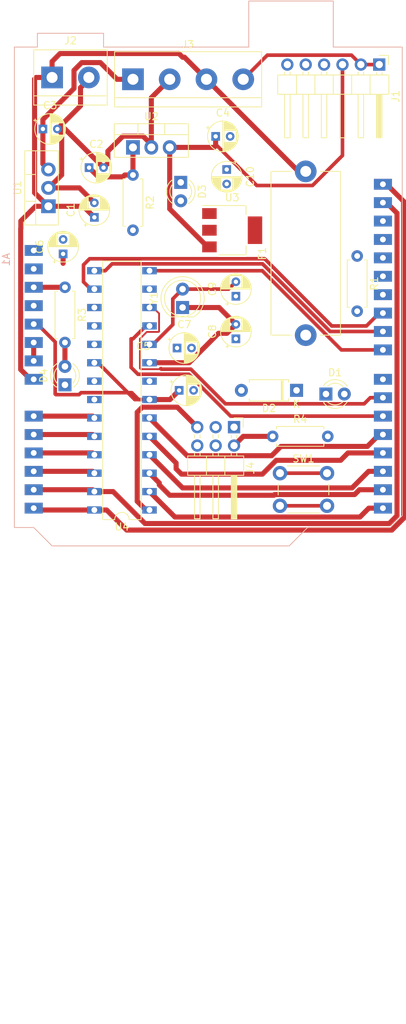
<source format=kicad_pcb>
(kicad_pcb (version 20171130) (host pcbnew "(5.1.2)-2")

  (general
    (thickness 1.6)
    (drawings 0)
    (tracks 214)
    (zones 0)
    (modules 30)
    (nets 38)
  )

  (page A4)
  (layers
    (0 F.Cu signal)
    (31 B.Cu signal)
    (32 B.Adhes user)
    (33 F.Adhes user)
    (34 B.Paste user)
    (35 F.Paste user)
    (36 B.SilkS user)
    (37 F.SilkS user)
    (38 B.Mask user)
    (39 F.Mask user)
    (40 Dwgs.User user)
    (41 Cmts.User user)
    (42 Eco1.User user)
    (43 Eco2.User user)
    (44 Edge.Cuts user)
    (45 Margin user)
    (46 B.CrtYd user)
    (47 F.CrtYd user)
    (48 B.Fab user)
    (49 F.Fab user)
  )

  (setup
    (last_trace_width 0.5)
    (user_trace_width 0.5)
    (user_trace_width 0.7)
    (user_trace_width 0.8)
    (trace_clearance 0.2)
    (zone_clearance 0.508)
    (zone_45_only no)
    (trace_min 0.2)
    (via_size 0.8)
    (via_drill 0.4)
    (via_min_size 0.4)
    (via_min_drill 0.3)
    (uvia_size 0.3)
    (uvia_drill 0.1)
    (uvias_allowed no)
    (uvia_min_size 0.2)
    (uvia_min_drill 0.1)
    (edge_width 0.05)
    (segment_width 0.2)
    (pcb_text_width 0.3)
    (pcb_text_size 1.5 1.5)
    (mod_edge_width 0.12)
    (mod_text_size 1 1)
    (mod_text_width 0.15)
    (pad_size 2 1)
    (pad_drill 0.8)
    (pad_to_mask_clearance 0.051)
    (solder_mask_min_width 0.25)
    (aux_axis_origin 0 0)
    (visible_elements FFFFFF7F)
    (pcbplotparams
      (layerselection 0x010fc_ffffffff)
      (usegerberextensions false)
      (usegerberattributes false)
      (usegerberadvancedattributes false)
      (creategerberjobfile false)
      (excludeedgelayer true)
      (linewidth 0.100000)
      (plotframeref false)
      (viasonmask false)
      (mode 1)
      (useauxorigin false)
      (hpglpennumber 1)
      (hpglpenspeed 20)
      (hpglpendiameter 15.000000)
      (psnegative false)
      (psa4output false)
      (plotreference true)
      (plotvalue true)
      (plotinvisibletext false)
      (padsonsilk false)
      (subtractmaskfromsilk false)
      (outputformat 1)
      (mirror false)
      (drillshape 1)
      (scaleselection 1)
      (outputdirectory ""))
  )

  (net 0 "")
  (net 1 /PC5)
  (net 2 /PC4)
  (net 3 "Net-(A1-Pad1)")
  (net 4 /PD2)
  (net 5 "Net-(A1-Pad2)")
  (net 6 /PD3)
  (net 7 /RESET)
  (net 8 /PD4)
  (net 9 +3V3)
  (net 10 /PD5)
  (net 11 +5V)
  (net 12 /PD6)
  (net 13 GND)
  (net 14 /PD7)
  (net 15 /PB0)
  (net 16 12v)
  (net 17 /PB1)
  (net 18 /PC0)
  (net 19 /PB2)
  (net 20 /PC1)
  (net 21 /PB3)
  (net 22 /PC2)
  (net 23 /PB4)
  (net 24 /PC3)
  (net 25 /PB5)
  (net 26 /AREF)
  (net 27 /RX)
  (net 28 /TX)
  (net 29 "Net-(C2-Pad1)")
  (net 30 5V_OUTPUT)
  (net 31 "Net-(C8-Pad2)")
  (net 32 "Net-(C9-Pad2)")
  (net 33 /DTR)
  (net 34 "Net-(D1-Pad2)")
  (net 35 "Net-(D2-Pad1)")
  (net 36 "Net-(D3-Pad2)")
  (net 37 "Net-(D4-Pad2)")

  (net_class Default "This is the default net class."
    (clearance 0.2)
    (trace_width 0.25)
    (via_dia 0.8)
    (via_drill 0.4)
    (uvia_dia 0.3)
    (uvia_drill 0.1)
    (add_net +3V3)
    (add_net +5V)
    (add_net /AREF)
    (add_net /DTR)
    (add_net /PB0)
    (add_net /PB1)
    (add_net /PB2)
    (add_net /PB3)
    (add_net /PB4)
    (add_net /PB5)
    (add_net /PC0)
    (add_net /PC1)
    (add_net /PC2)
    (add_net /PC3)
    (add_net /PC4)
    (add_net /PC5)
    (add_net /PD2)
    (add_net /PD3)
    (add_net /PD4)
    (add_net /PD5)
    (add_net /PD6)
    (add_net /PD7)
    (add_net /RESET)
    (add_net /RX)
    (add_net /TX)
    (add_net 12v)
    (add_net 5V_OUTPUT)
    (add_net GND)
    (add_net "Net-(A1-Pad1)")
    (add_net "Net-(A1-Pad2)")
    (add_net "Net-(C2-Pad1)")
    (add_net "Net-(C8-Pad2)")
    (add_net "Net-(C9-Pad2)")
    (add_net "Net-(D1-Pad2)")
    (add_net "Net-(D2-Pad1)")
    (add_net "Net-(D3-Pad2)")
    (add_net "Net-(D4-Pad2)")
  )

  (module Module:Arduino_UNO_R3 (layer B.Cu) (tedit 5DAE7B59) (tstamp 5DAF07C1)
    (at 220.472 92.964 270)
    (descr "Arduino UNO R3, http://www.mouser.com/pdfdocs/Gravitech_Arduino_Nano3_0.pdf")
    (tags "Arduino UNO R3")
    (path /5DB448E5)
    (fp_text reference A1 (at 1.27 3.81 270) (layer B.SilkS)
      (effects (font (size 1 1) (thickness 0.15)) (justify mirror))
    )
    (fp_text value Arduino_UNO_R3 (at 0 -22.86 90) (layer B.Fab)
      (effects (font (size 1 1) (thickness 0.15)) (justify mirror))
    )
    (fp_text user %R (at 0 -20.32 270) (layer B.Fab)
      (effects (font (size 1 1) (thickness 0.15)) (justify mirror))
    )
    (fp_line (start 38.35 2.79) (end 38.35 0) (layer B.CrtYd) (width 0.05))
    (fp_line (start 38.35 0) (end 40.89 -2.54) (layer B.CrtYd) (width 0.05))
    (fp_line (start 40.89 -2.54) (end 40.89 -35.31) (layer B.CrtYd) (width 0.05))
    (fp_line (start 40.89 -35.31) (end 38.35 -37.85) (layer B.CrtYd) (width 0.05))
    (fp_line (start 38.35 -37.85) (end 38.35 -49.28) (layer B.CrtYd) (width 0.05))
    (fp_line (start 38.35 -49.28) (end 36.58 -51.05) (layer B.CrtYd) (width 0.05))
    (fp_line (start 36.58 -51.05) (end -28.19 -51.05) (layer B.CrtYd) (width 0.05))
    (fp_line (start -28.19 -51.05) (end -28.19 -41.53) (layer B.CrtYd) (width 0.05))
    (fp_line (start -28.19 -41.53) (end -34.54 -41.53) (layer B.CrtYd) (width 0.05))
    (fp_line (start -34.54 -41.53) (end -34.54 -29.59) (layer B.CrtYd) (width 0.05))
    (fp_line (start -34.54 -29.59) (end -28.19 -29.59) (layer B.CrtYd) (width 0.05))
    (fp_line (start -28.19 -29.59) (end -28.19 -9.78) (layer B.CrtYd) (width 0.05))
    (fp_line (start -28.19 -9.78) (end -30.1 -9.78) (layer B.CrtYd) (width 0.05))
    (fp_line (start -30.1 -9.78) (end -30.1 -0.38) (layer B.CrtYd) (width 0.05))
    (fp_line (start -30.1 -0.38) (end -28.19 -0.38) (layer B.CrtYd) (width 0.05))
    (fp_line (start -28.19 -0.38) (end -28.19 2.79) (layer B.CrtYd) (width 0.05))
    (fp_line (start -28.19 2.79) (end 38.35 2.79) (layer B.CrtYd) (width 0.05))
    (fp_line (start 40.77 -35.31) (end 40.77 -2.54) (layer B.SilkS) (width 0.12))
    (fp_line (start 40.77 -2.54) (end 38.23 0) (layer B.SilkS) (width 0.12))
    (fp_line (start 38.23 0) (end 38.23 2.67) (layer B.SilkS) (width 0.12))
    (fp_line (start 38.23 2.67) (end -28.07 2.67) (layer B.SilkS) (width 0.12))
    (fp_line (start -28.07 2.67) (end -28.07 -0.51) (layer B.SilkS) (width 0.12))
    (fp_line (start -28.07 -0.51) (end -29.97 -0.51) (layer B.SilkS) (width 0.12))
    (fp_line (start -29.97 -0.51) (end -29.97 -9.65) (layer B.SilkS) (width 0.12))
    (fp_line (start -29.97 -9.65) (end -28.07 -9.65) (layer B.SilkS) (width 0.12))
    (fp_line (start -28.07 -9.65) (end -28.07 -29.72) (layer B.SilkS) (width 0.12))
    (fp_line (start -28.07 -29.72) (end -34.42 -29.72) (layer B.SilkS) (width 0.12))
    (fp_line (start -34.42 -29.72) (end -34.42 -41.4) (layer B.SilkS) (width 0.12))
    (fp_line (start -34.42 -41.4) (end -28.07 -41.4) (layer B.SilkS) (width 0.12))
    (fp_line (start -28.07 -41.4) (end -28.07 -50.93) (layer B.SilkS) (width 0.12))
    (fp_line (start -28.07 -50.93) (end 36.58 -50.93) (layer B.SilkS) (width 0.12))
    (fp_line (start 36.58 -50.93) (end 38.23 -49.28) (layer B.SilkS) (width 0.12))
    (fp_line (start 38.23 -49.28) (end 38.23 -37.85) (layer B.SilkS) (width 0.12))
    (fp_line (start 38.23 -37.85) (end 40.77 -35.31) (layer B.SilkS) (width 0.12))
    (fp_line (start -34.29 -29.84) (end -18.41 -29.84) (layer B.Fab) (width 0.1))
    (fp_line (start -18.41 -29.84) (end -18.41 -41.27) (layer B.Fab) (width 0.1))
    (fp_line (start -18.41 -41.27) (end -34.29 -41.27) (layer B.Fab) (width 0.1))
    (fp_line (start -34.29 -41.27) (end -34.29 -29.84) (layer B.Fab) (width 0.1))
    (fp_line (start -29.84 -0.64) (end -16.51 -0.64) (layer B.Fab) (width 0.1))
    (fp_line (start -16.51 -0.64) (end -16.51 -9.53) (layer B.Fab) (width 0.1))
    (fp_line (start -16.51 -9.53) (end -29.84 -9.53) (layer B.Fab) (width 0.1))
    (fp_line (start -29.84 -9.53) (end -29.84 -0.64) (layer B.Fab) (width 0.1))
    (fp_line (start 38.1 -37.85) (end 38.1 -49.28) (layer B.Fab) (width 0.1))
    (fp_line (start 40.64 -2.54) (end 40.64 -35.31) (layer B.Fab) (width 0.1))
    (fp_line (start 40.64 -35.31) (end 38.1 -37.85) (layer B.Fab) (width 0.1))
    (fp_line (start 38.1 2.54) (end 38.1 0) (layer B.Fab) (width 0.1))
    (fp_line (start 38.1 0) (end 40.64 -2.54) (layer B.Fab) (width 0.1))
    (fp_line (start 38.1 -49.28) (end 36.58 -50.8) (layer B.Fab) (width 0.1))
    (fp_line (start 36.58 -50.8) (end -27.94 -50.8) (layer B.Fab) (width 0.1))
    (fp_line (start -27.94 -50.8) (end -27.94 2.54) (layer B.Fab) (width 0.1))
    (fp_line (start -27.94 2.54) (end 38.1 2.54) (layer B.Fab) (width 0.1))
    (pad 32 thru_hole rect (at -9.14 -48.26 180) (size 2.5 1.5) (drill 0.8) (layers *.Cu *.Mask)
      (net 1 /PC5))
    (pad 31 thru_hole rect (at -6.6 -48.26 180) (size 2.5 1.5) (drill 0.8) (layers *.Cu *.Mask)
      (net 2 /PC4))
    (pad 1 thru_hole rect (at 0 0 180) (size 2.5 1.5) (drill 0.8) (layers *.Cu *.Mask)
      (net 3 "Net-(A1-Pad1)"))
    (pad 17 thru_hole rect (at 30.48 -48.26 180) (size 2.5 1.5) (drill 0.8) (layers *.Cu *.Mask)
      (net 4 /PD2))
    (pad 2 thru_hole rect (at 2.54 0 180) (size 2.5 1.5) (drill 0.8) (layers *.Cu *.Mask)
      (net 5 "Net-(A1-Pad2)"))
    (pad 18 thru_hole rect (at 27.94 -48.26 180) (size 2.5 1.5) (drill 0.8) (layers *.Cu *.Mask)
      (net 6 /PD3))
    (pad 3 thru_hole rect (at 5.08 0 180) (size 2.5 1.5) (drill 0.8) (layers *.Cu *.Mask)
      (net 7 /RESET))
    (pad 19 thru_hole rect (at 25.4 -48.26 180) (size 2.5 1.5) (drill 0.8) (layers *.Cu *.Mask)
      (net 8 /PD4))
    (pad 4 thru_hole rect (at 7.62 0 180) (size 2.5 1.5) (drill 0.8) (layers *.Cu *.Mask)
      (net 9 +3V3))
    (pad 20 thru_hole rect (at 22.86 -48.26 180) (size 2.5 1.5) (drill 0.8) (layers *.Cu *.Mask)
      (net 10 /PD5))
    (pad 5 thru_hole rect (at 10.16 0 180) (size 2.5 1.5) (drill 0.8) (layers *.Cu *.Mask)
      (net 11 +5V))
    (pad 21 thru_hole rect (at 20.32 -48.26 180) (size 2.5 1.5) (drill 0.8) (layers *.Cu *.Mask)
      (net 12 /PD6))
    (pad 6 thru_hole rect (at 12.7 0 180) (size 2.5 1.5) (drill 0.8) (layers *.Cu *.Mask)
      (net 13 GND))
    (pad 22 thru_hole rect (at 17.78 -48.26 180) (size 2.5 1.5) (drill 0.8) (layers *.Cu *.Mask)
      (net 14 /PD7))
    (pad 7 thru_hole rect (at 15.24 0 180) (size 2.5 1.5) (drill 0.8) (layers *.Cu *.Mask)
      (net 13 GND))
    (pad 23 thru_hole rect (at 13.72 -48.26 180) (size 2.5 1.5) (drill 0.8) (layers *.Cu *.Mask)
      (net 15 /PB0))
    (pad 8 thru_hole rect (at 17.78 0 180) (size 2.5 1.5) (drill 0.8) (layers *.Cu *.Mask)
      (net 16 12v))
    (pad 24 thru_hole rect (at 11.18 -48.26 180) (size 2.5 1.5) (drill 0.8) (layers *.Cu *.Mask)
      (net 17 /PB1))
    (pad 9 thru_hole rect (at 22.86 0 180) (size 2.5 1.5) (drill 0.8) (layers *.Cu *.Mask)
      (net 18 /PC0))
    (pad 25 thru_hole rect (at 8.64 -48.26 180) (size 2.5 1.5) (drill 0.8) (layers *.Cu *.Mask)
      (net 19 /PB2))
    (pad 10 thru_hole rect (at 25.4 0 180) (size 2.5 1.5) (drill 0.8) (layers *.Cu *.Mask)
      (net 20 /PC1))
    (pad 26 thru_hole rect (at 6.1 -48.26 180) (size 2.5 1.5) (drill 0.8) (layers *.Cu *.Mask)
      (net 21 /PB3))
    (pad 11 thru_hole rect (at 27.94 0 180) (size 2.5 1.5) (drill 0.8) (layers *.Cu *.Mask)
      (net 22 /PC2))
    (pad 27 thru_hole rect (at 3.56 -48.26 180) (size 2.5 1.5) (drill 0.8) (layers *.Cu *.Mask)
      (net 23 /PB4))
    (pad 12 thru_hole rect (at 30.48 0 180) (size 2.5 1.5) (drill 0.8) (layers *.Cu *.Mask)
      (net 24 /PC3))
    (pad 28 thru_hole rect (at 1.02 -48.26 180) (size 2.5 1.5) (drill 0.8) (layers *.Cu *.Mask)
      (net 25 /PB5))
    (pad 13 thru_hole rect (at 33.02 0 180) (size 2.5 1.5) (drill 0.8) (layers *.Cu *.Mask)
      (net 2 /PC4))
    (pad 29 thru_hole rect (at -1.52 -48.26 180) (size 2.5 1.5) (drill 0.8) (layers *.Cu *.Mask)
      (net 13 GND))
    (pad 14 thru_hole rect (at 35.56 0 180) (size 2.5 1.5) (drill 0.8) (layers *.Cu *.Mask)
      (net 1 /PC5))
    (pad 30 thru_hole rect (at -4.06 -48.26 180) (size 2.5 1.5) (drill 0.8) (layers *.Cu *.Mask)
      (net 26 /AREF))
    (pad 15 thru_hole rect (at 35.56 -48.26 180) (size 2.5 1.5) (drill 0.8) (layers *.Cu *.Mask)
      (net 27 /RX))
    (pad 16 thru_hole rect (at 33.02 -48.26 180) (size 2.5 1.5) (drill 0.8) (layers *.Cu *.Mask)
      (net 28 /TX))
    (model ${KISYS3DMOD}/Module.3dshapes/Arduino_UNO_R3.wrl
      (at (xyz 0 0 0))
      (scale (xyz 1 1 1))
      (rotate (xyz 0 0 0))
    )
  )

  (module Capacitor_THT:CP_Radial_D4.0mm_P2.00mm (layer F.Cu) (tedit 5AE50EF0) (tstamp 5DAF082D)
    (at 228.854 88.392 90)
    (descr "CP, Radial series, Radial, pin pitch=2.00mm, , diameter=4mm, Electrolytic Capacitor")
    (tags "CP Radial series Radial pin pitch 2.00mm  diameter 4mm Electrolytic Capacitor")
    (path /5DB2DD4B)
    (fp_text reference C1 (at 1 -3.25 90) (layer F.SilkS)
      (effects (font (size 1 1) (thickness 0.15)))
    )
    (fp_text value 0.47uF (at 1 3.25 90) (layer F.Fab)
      (effects (font (size 1 1) (thickness 0.15)))
    )
    (fp_circle (center 1 0) (end 3 0) (layer F.Fab) (width 0.1))
    (fp_circle (center 1 0) (end 3.12 0) (layer F.SilkS) (width 0.12))
    (fp_circle (center 1 0) (end 3.25 0) (layer F.CrtYd) (width 0.05))
    (fp_line (start -0.702554 -0.8675) (end -0.302554 -0.8675) (layer F.Fab) (width 0.1))
    (fp_line (start -0.502554 -1.0675) (end -0.502554 -0.6675) (layer F.Fab) (width 0.1))
    (fp_line (start 1 -2.08) (end 1 2.08) (layer F.SilkS) (width 0.12))
    (fp_line (start 1.04 -2.08) (end 1.04 2.08) (layer F.SilkS) (width 0.12))
    (fp_line (start 1.08 -2.079) (end 1.08 2.079) (layer F.SilkS) (width 0.12))
    (fp_line (start 1.12 -2.077) (end 1.12 2.077) (layer F.SilkS) (width 0.12))
    (fp_line (start 1.16 -2.074) (end 1.16 2.074) (layer F.SilkS) (width 0.12))
    (fp_line (start 1.2 -2.071) (end 1.2 -0.84) (layer F.SilkS) (width 0.12))
    (fp_line (start 1.2 0.84) (end 1.2 2.071) (layer F.SilkS) (width 0.12))
    (fp_line (start 1.24 -2.067) (end 1.24 -0.84) (layer F.SilkS) (width 0.12))
    (fp_line (start 1.24 0.84) (end 1.24 2.067) (layer F.SilkS) (width 0.12))
    (fp_line (start 1.28 -2.062) (end 1.28 -0.84) (layer F.SilkS) (width 0.12))
    (fp_line (start 1.28 0.84) (end 1.28 2.062) (layer F.SilkS) (width 0.12))
    (fp_line (start 1.32 -2.056) (end 1.32 -0.84) (layer F.SilkS) (width 0.12))
    (fp_line (start 1.32 0.84) (end 1.32 2.056) (layer F.SilkS) (width 0.12))
    (fp_line (start 1.36 -2.05) (end 1.36 -0.84) (layer F.SilkS) (width 0.12))
    (fp_line (start 1.36 0.84) (end 1.36 2.05) (layer F.SilkS) (width 0.12))
    (fp_line (start 1.4 -2.042) (end 1.4 -0.84) (layer F.SilkS) (width 0.12))
    (fp_line (start 1.4 0.84) (end 1.4 2.042) (layer F.SilkS) (width 0.12))
    (fp_line (start 1.44 -2.034) (end 1.44 -0.84) (layer F.SilkS) (width 0.12))
    (fp_line (start 1.44 0.84) (end 1.44 2.034) (layer F.SilkS) (width 0.12))
    (fp_line (start 1.48 -2.025) (end 1.48 -0.84) (layer F.SilkS) (width 0.12))
    (fp_line (start 1.48 0.84) (end 1.48 2.025) (layer F.SilkS) (width 0.12))
    (fp_line (start 1.52 -2.016) (end 1.52 -0.84) (layer F.SilkS) (width 0.12))
    (fp_line (start 1.52 0.84) (end 1.52 2.016) (layer F.SilkS) (width 0.12))
    (fp_line (start 1.56 -2.005) (end 1.56 -0.84) (layer F.SilkS) (width 0.12))
    (fp_line (start 1.56 0.84) (end 1.56 2.005) (layer F.SilkS) (width 0.12))
    (fp_line (start 1.6 -1.994) (end 1.6 -0.84) (layer F.SilkS) (width 0.12))
    (fp_line (start 1.6 0.84) (end 1.6 1.994) (layer F.SilkS) (width 0.12))
    (fp_line (start 1.64 -1.982) (end 1.64 -0.84) (layer F.SilkS) (width 0.12))
    (fp_line (start 1.64 0.84) (end 1.64 1.982) (layer F.SilkS) (width 0.12))
    (fp_line (start 1.68 -1.968) (end 1.68 -0.84) (layer F.SilkS) (width 0.12))
    (fp_line (start 1.68 0.84) (end 1.68 1.968) (layer F.SilkS) (width 0.12))
    (fp_line (start 1.721 -1.954) (end 1.721 -0.84) (layer F.SilkS) (width 0.12))
    (fp_line (start 1.721 0.84) (end 1.721 1.954) (layer F.SilkS) (width 0.12))
    (fp_line (start 1.761 -1.94) (end 1.761 -0.84) (layer F.SilkS) (width 0.12))
    (fp_line (start 1.761 0.84) (end 1.761 1.94) (layer F.SilkS) (width 0.12))
    (fp_line (start 1.801 -1.924) (end 1.801 -0.84) (layer F.SilkS) (width 0.12))
    (fp_line (start 1.801 0.84) (end 1.801 1.924) (layer F.SilkS) (width 0.12))
    (fp_line (start 1.841 -1.907) (end 1.841 -0.84) (layer F.SilkS) (width 0.12))
    (fp_line (start 1.841 0.84) (end 1.841 1.907) (layer F.SilkS) (width 0.12))
    (fp_line (start 1.881 -1.889) (end 1.881 -0.84) (layer F.SilkS) (width 0.12))
    (fp_line (start 1.881 0.84) (end 1.881 1.889) (layer F.SilkS) (width 0.12))
    (fp_line (start 1.921 -1.87) (end 1.921 -0.84) (layer F.SilkS) (width 0.12))
    (fp_line (start 1.921 0.84) (end 1.921 1.87) (layer F.SilkS) (width 0.12))
    (fp_line (start 1.961 -1.851) (end 1.961 -0.84) (layer F.SilkS) (width 0.12))
    (fp_line (start 1.961 0.84) (end 1.961 1.851) (layer F.SilkS) (width 0.12))
    (fp_line (start 2.001 -1.83) (end 2.001 -0.84) (layer F.SilkS) (width 0.12))
    (fp_line (start 2.001 0.84) (end 2.001 1.83) (layer F.SilkS) (width 0.12))
    (fp_line (start 2.041 -1.808) (end 2.041 -0.84) (layer F.SilkS) (width 0.12))
    (fp_line (start 2.041 0.84) (end 2.041 1.808) (layer F.SilkS) (width 0.12))
    (fp_line (start 2.081 -1.785) (end 2.081 -0.84) (layer F.SilkS) (width 0.12))
    (fp_line (start 2.081 0.84) (end 2.081 1.785) (layer F.SilkS) (width 0.12))
    (fp_line (start 2.121 -1.76) (end 2.121 -0.84) (layer F.SilkS) (width 0.12))
    (fp_line (start 2.121 0.84) (end 2.121 1.76) (layer F.SilkS) (width 0.12))
    (fp_line (start 2.161 -1.735) (end 2.161 -0.84) (layer F.SilkS) (width 0.12))
    (fp_line (start 2.161 0.84) (end 2.161 1.735) (layer F.SilkS) (width 0.12))
    (fp_line (start 2.201 -1.708) (end 2.201 -0.84) (layer F.SilkS) (width 0.12))
    (fp_line (start 2.201 0.84) (end 2.201 1.708) (layer F.SilkS) (width 0.12))
    (fp_line (start 2.241 -1.68) (end 2.241 -0.84) (layer F.SilkS) (width 0.12))
    (fp_line (start 2.241 0.84) (end 2.241 1.68) (layer F.SilkS) (width 0.12))
    (fp_line (start 2.281 -1.65) (end 2.281 -0.84) (layer F.SilkS) (width 0.12))
    (fp_line (start 2.281 0.84) (end 2.281 1.65) (layer F.SilkS) (width 0.12))
    (fp_line (start 2.321 -1.619) (end 2.321 -0.84) (layer F.SilkS) (width 0.12))
    (fp_line (start 2.321 0.84) (end 2.321 1.619) (layer F.SilkS) (width 0.12))
    (fp_line (start 2.361 -1.587) (end 2.361 -0.84) (layer F.SilkS) (width 0.12))
    (fp_line (start 2.361 0.84) (end 2.361 1.587) (layer F.SilkS) (width 0.12))
    (fp_line (start 2.401 -1.552) (end 2.401 -0.84) (layer F.SilkS) (width 0.12))
    (fp_line (start 2.401 0.84) (end 2.401 1.552) (layer F.SilkS) (width 0.12))
    (fp_line (start 2.441 -1.516) (end 2.441 -0.84) (layer F.SilkS) (width 0.12))
    (fp_line (start 2.441 0.84) (end 2.441 1.516) (layer F.SilkS) (width 0.12))
    (fp_line (start 2.481 -1.478) (end 2.481 -0.84) (layer F.SilkS) (width 0.12))
    (fp_line (start 2.481 0.84) (end 2.481 1.478) (layer F.SilkS) (width 0.12))
    (fp_line (start 2.521 -1.438) (end 2.521 -0.84) (layer F.SilkS) (width 0.12))
    (fp_line (start 2.521 0.84) (end 2.521 1.438) (layer F.SilkS) (width 0.12))
    (fp_line (start 2.561 -1.396) (end 2.561 -0.84) (layer F.SilkS) (width 0.12))
    (fp_line (start 2.561 0.84) (end 2.561 1.396) (layer F.SilkS) (width 0.12))
    (fp_line (start 2.601 -1.351) (end 2.601 -0.84) (layer F.SilkS) (width 0.12))
    (fp_line (start 2.601 0.84) (end 2.601 1.351) (layer F.SilkS) (width 0.12))
    (fp_line (start 2.641 -1.304) (end 2.641 -0.84) (layer F.SilkS) (width 0.12))
    (fp_line (start 2.641 0.84) (end 2.641 1.304) (layer F.SilkS) (width 0.12))
    (fp_line (start 2.681 -1.254) (end 2.681 -0.84) (layer F.SilkS) (width 0.12))
    (fp_line (start 2.681 0.84) (end 2.681 1.254) (layer F.SilkS) (width 0.12))
    (fp_line (start 2.721 -1.2) (end 2.721 -0.84) (layer F.SilkS) (width 0.12))
    (fp_line (start 2.721 0.84) (end 2.721 1.2) (layer F.SilkS) (width 0.12))
    (fp_line (start 2.761 -1.142) (end 2.761 -0.84) (layer F.SilkS) (width 0.12))
    (fp_line (start 2.761 0.84) (end 2.761 1.142) (layer F.SilkS) (width 0.12))
    (fp_line (start 2.801 -1.08) (end 2.801 -0.84) (layer F.SilkS) (width 0.12))
    (fp_line (start 2.801 0.84) (end 2.801 1.08) (layer F.SilkS) (width 0.12))
    (fp_line (start 2.841 -1.013) (end 2.841 1.013) (layer F.SilkS) (width 0.12))
    (fp_line (start 2.881 -0.94) (end 2.881 0.94) (layer F.SilkS) (width 0.12))
    (fp_line (start 2.921 -0.859) (end 2.921 0.859) (layer F.SilkS) (width 0.12))
    (fp_line (start 2.961 -0.768) (end 2.961 0.768) (layer F.SilkS) (width 0.12))
    (fp_line (start 3.001 -0.664) (end 3.001 0.664) (layer F.SilkS) (width 0.12))
    (fp_line (start 3.041 -0.537) (end 3.041 0.537) (layer F.SilkS) (width 0.12))
    (fp_line (start 3.081 -0.37) (end 3.081 0.37) (layer F.SilkS) (width 0.12))
    (fp_line (start -1.269801 -1.195) (end -0.869801 -1.195) (layer F.SilkS) (width 0.12))
    (fp_line (start -1.069801 -1.395) (end -1.069801 -0.995) (layer F.SilkS) (width 0.12))
    (fp_text user %R (at 1.27 -0.254 90) (layer F.Fab)
      (effects (font (size 0.8 0.8) (thickness 0.12)))
    )
    (pad 1 thru_hole rect (at 0 0 90) (size 1.2 1.2) (drill 0.6) (layers *.Cu *.Mask)
      (net 16 12v))
    (pad 2 thru_hole circle (at 2 0 90) (size 1.2 1.2) (drill 0.6) (layers *.Cu *.Mask)
      (net 13 GND))
    (model ${KISYS3DMOD}/Capacitor_THT.3dshapes/CP_Radial_D4.0mm_P2.00mm.wrl
      (at (xyz 0 0 0))
      (scale (xyz 1 1 1))
      (rotate (xyz 0 0 0))
    )
  )

  (module Capacitor_THT:CP_Radial_D4.0mm_P2.00mm (layer F.Cu) (tedit 5AE50EF0) (tstamp 5DAF0899)
    (at 228.124 81.534)
    (descr "CP, Radial series, Radial, pin pitch=2.00mm, , diameter=4mm, Electrolytic Capacitor")
    (tags "CP Radial series Radial pin pitch 2.00mm  diameter 4mm Electrolytic Capacitor")
    (path /5DB12EA2)
    (fp_text reference C2 (at 1 -3.25) (layer F.SilkS)
      (effects (font (size 1 1) (thickness 0.15)))
    )
    (fp_text value 10uF (at 1 3.25) (layer F.Fab)
      (effects (font (size 1 1) (thickness 0.15)))
    )
    (fp_text user %R (at 1 0) (layer F.Fab)
      (effects (font (size 0.8 0.8) (thickness 0.12)))
    )
    (fp_line (start -1.069801 -1.395) (end -1.069801 -0.995) (layer F.SilkS) (width 0.12))
    (fp_line (start -1.269801 -1.195) (end -0.869801 -1.195) (layer F.SilkS) (width 0.12))
    (fp_line (start 3.081 -0.37) (end 3.081 0.37) (layer F.SilkS) (width 0.12))
    (fp_line (start 3.041 -0.537) (end 3.041 0.537) (layer F.SilkS) (width 0.12))
    (fp_line (start 3.001 -0.664) (end 3.001 0.664) (layer F.SilkS) (width 0.12))
    (fp_line (start 2.961 -0.768) (end 2.961 0.768) (layer F.SilkS) (width 0.12))
    (fp_line (start 2.921 -0.859) (end 2.921 0.859) (layer F.SilkS) (width 0.12))
    (fp_line (start 2.881 -0.94) (end 2.881 0.94) (layer F.SilkS) (width 0.12))
    (fp_line (start 2.841 -1.013) (end 2.841 1.013) (layer F.SilkS) (width 0.12))
    (fp_line (start 2.801 0.84) (end 2.801 1.08) (layer F.SilkS) (width 0.12))
    (fp_line (start 2.801 -1.08) (end 2.801 -0.84) (layer F.SilkS) (width 0.12))
    (fp_line (start 2.761 0.84) (end 2.761 1.142) (layer F.SilkS) (width 0.12))
    (fp_line (start 2.761 -1.142) (end 2.761 -0.84) (layer F.SilkS) (width 0.12))
    (fp_line (start 2.721 0.84) (end 2.721 1.2) (layer F.SilkS) (width 0.12))
    (fp_line (start 2.721 -1.2) (end 2.721 -0.84) (layer F.SilkS) (width 0.12))
    (fp_line (start 2.681 0.84) (end 2.681 1.254) (layer F.SilkS) (width 0.12))
    (fp_line (start 2.681 -1.254) (end 2.681 -0.84) (layer F.SilkS) (width 0.12))
    (fp_line (start 2.641 0.84) (end 2.641 1.304) (layer F.SilkS) (width 0.12))
    (fp_line (start 2.641 -1.304) (end 2.641 -0.84) (layer F.SilkS) (width 0.12))
    (fp_line (start 2.601 0.84) (end 2.601 1.351) (layer F.SilkS) (width 0.12))
    (fp_line (start 2.601 -1.351) (end 2.601 -0.84) (layer F.SilkS) (width 0.12))
    (fp_line (start 2.561 0.84) (end 2.561 1.396) (layer F.SilkS) (width 0.12))
    (fp_line (start 2.561 -1.396) (end 2.561 -0.84) (layer F.SilkS) (width 0.12))
    (fp_line (start 2.521 0.84) (end 2.521 1.438) (layer F.SilkS) (width 0.12))
    (fp_line (start 2.521 -1.438) (end 2.521 -0.84) (layer F.SilkS) (width 0.12))
    (fp_line (start 2.481 0.84) (end 2.481 1.478) (layer F.SilkS) (width 0.12))
    (fp_line (start 2.481 -1.478) (end 2.481 -0.84) (layer F.SilkS) (width 0.12))
    (fp_line (start 2.441 0.84) (end 2.441 1.516) (layer F.SilkS) (width 0.12))
    (fp_line (start 2.441 -1.516) (end 2.441 -0.84) (layer F.SilkS) (width 0.12))
    (fp_line (start 2.401 0.84) (end 2.401 1.552) (layer F.SilkS) (width 0.12))
    (fp_line (start 2.401 -1.552) (end 2.401 -0.84) (layer F.SilkS) (width 0.12))
    (fp_line (start 2.361 0.84) (end 2.361 1.587) (layer F.SilkS) (width 0.12))
    (fp_line (start 2.361 -1.587) (end 2.361 -0.84) (layer F.SilkS) (width 0.12))
    (fp_line (start 2.321 0.84) (end 2.321 1.619) (layer F.SilkS) (width 0.12))
    (fp_line (start 2.321 -1.619) (end 2.321 -0.84) (layer F.SilkS) (width 0.12))
    (fp_line (start 2.281 0.84) (end 2.281 1.65) (layer F.SilkS) (width 0.12))
    (fp_line (start 2.281 -1.65) (end 2.281 -0.84) (layer F.SilkS) (width 0.12))
    (fp_line (start 2.241 0.84) (end 2.241 1.68) (layer F.SilkS) (width 0.12))
    (fp_line (start 2.241 -1.68) (end 2.241 -0.84) (layer F.SilkS) (width 0.12))
    (fp_line (start 2.201 0.84) (end 2.201 1.708) (layer F.SilkS) (width 0.12))
    (fp_line (start 2.201 -1.708) (end 2.201 -0.84) (layer F.SilkS) (width 0.12))
    (fp_line (start 2.161 0.84) (end 2.161 1.735) (layer F.SilkS) (width 0.12))
    (fp_line (start 2.161 -1.735) (end 2.161 -0.84) (layer F.SilkS) (width 0.12))
    (fp_line (start 2.121 0.84) (end 2.121 1.76) (layer F.SilkS) (width 0.12))
    (fp_line (start 2.121 -1.76) (end 2.121 -0.84) (layer F.SilkS) (width 0.12))
    (fp_line (start 2.081 0.84) (end 2.081 1.785) (layer F.SilkS) (width 0.12))
    (fp_line (start 2.081 -1.785) (end 2.081 -0.84) (layer F.SilkS) (width 0.12))
    (fp_line (start 2.041 0.84) (end 2.041 1.808) (layer F.SilkS) (width 0.12))
    (fp_line (start 2.041 -1.808) (end 2.041 -0.84) (layer F.SilkS) (width 0.12))
    (fp_line (start 2.001 0.84) (end 2.001 1.83) (layer F.SilkS) (width 0.12))
    (fp_line (start 2.001 -1.83) (end 2.001 -0.84) (layer F.SilkS) (width 0.12))
    (fp_line (start 1.961 0.84) (end 1.961 1.851) (layer F.SilkS) (width 0.12))
    (fp_line (start 1.961 -1.851) (end 1.961 -0.84) (layer F.SilkS) (width 0.12))
    (fp_line (start 1.921 0.84) (end 1.921 1.87) (layer F.SilkS) (width 0.12))
    (fp_line (start 1.921 -1.87) (end 1.921 -0.84) (layer F.SilkS) (width 0.12))
    (fp_line (start 1.881 0.84) (end 1.881 1.889) (layer F.SilkS) (width 0.12))
    (fp_line (start 1.881 -1.889) (end 1.881 -0.84) (layer F.SilkS) (width 0.12))
    (fp_line (start 1.841 0.84) (end 1.841 1.907) (layer F.SilkS) (width 0.12))
    (fp_line (start 1.841 -1.907) (end 1.841 -0.84) (layer F.SilkS) (width 0.12))
    (fp_line (start 1.801 0.84) (end 1.801 1.924) (layer F.SilkS) (width 0.12))
    (fp_line (start 1.801 -1.924) (end 1.801 -0.84) (layer F.SilkS) (width 0.12))
    (fp_line (start 1.761 0.84) (end 1.761 1.94) (layer F.SilkS) (width 0.12))
    (fp_line (start 1.761 -1.94) (end 1.761 -0.84) (layer F.SilkS) (width 0.12))
    (fp_line (start 1.721 0.84) (end 1.721 1.954) (layer F.SilkS) (width 0.12))
    (fp_line (start 1.721 -1.954) (end 1.721 -0.84) (layer F.SilkS) (width 0.12))
    (fp_line (start 1.68 0.84) (end 1.68 1.968) (layer F.SilkS) (width 0.12))
    (fp_line (start 1.68 -1.968) (end 1.68 -0.84) (layer F.SilkS) (width 0.12))
    (fp_line (start 1.64 0.84) (end 1.64 1.982) (layer F.SilkS) (width 0.12))
    (fp_line (start 1.64 -1.982) (end 1.64 -0.84) (layer F.SilkS) (width 0.12))
    (fp_line (start 1.6 0.84) (end 1.6 1.994) (layer F.SilkS) (width 0.12))
    (fp_line (start 1.6 -1.994) (end 1.6 -0.84) (layer F.SilkS) (width 0.12))
    (fp_line (start 1.56 0.84) (end 1.56 2.005) (layer F.SilkS) (width 0.12))
    (fp_line (start 1.56 -2.005) (end 1.56 -0.84) (layer F.SilkS) (width 0.12))
    (fp_line (start 1.52 0.84) (end 1.52 2.016) (layer F.SilkS) (width 0.12))
    (fp_line (start 1.52 -2.016) (end 1.52 -0.84) (layer F.SilkS) (width 0.12))
    (fp_line (start 1.48 0.84) (end 1.48 2.025) (layer F.SilkS) (width 0.12))
    (fp_line (start 1.48 -2.025) (end 1.48 -0.84) (layer F.SilkS) (width 0.12))
    (fp_line (start 1.44 0.84) (end 1.44 2.034) (layer F.SilkS) (width 0.12))
    (fp_line (start 1.44 -2.034) (end 1.44 -0.84) (layer F.SilkS) (width 0.12))
    (fp_line (start 1.4 0.84) (end 1.4 2.042) (layer F.SilkS) (width 0.12))
    (fp_line (start 1.4 -2.042) (end 1.4 -0.84) (layer F.SilkS) (width 0.12))
    (fp_line (start 1.36 0.84) (end 1.36 2.05) (layer F.SilkS) (width 0.12))
    (fp_line (start 1.36 -2.05) (end 1.36 -0.84) (layer F.SilkS) (width 0.12))
    (fp_line (start 1.32 0.84) (end 1.32 2.056) (layer F.SilkS) (width 0.12))
    (fp_line (start 1.32 -2.056) (end 1.32 -0.84) (layer F.SilkS) (width 0.12))
    (fp_line (start 1.28 0.84) (end 1.28 2.062) (layer F.SilkS) (width 0.12))
    (fp_line (start 1.28 -2.062) (end 1.28 -0.84) (layer F.SilkS) (width 0.12))
    (fp_line (start 1.24 0.84) (end 1.24 2.067) (layer F.SilkS) (width 0.12))
    (fp_line (start 1.24 -2.067) (end 1.24 -0.84) (layer F.SilkS) (width 0.12))
    (fp_line (start 1.2 0.84) (end 1.2 2.071) (layer F.SilkS) (width 0.12))
    (fp_line (start 1.2 -2.071) (end 1.2 -0.84) (layer F.SilkS) (width 0.12))
    (fp_line (start 1.16 -2.074) (end 1.16 2.074) (layer F.SilkS) (width 0.12))
    (fp_line (start 1.12 -2.077) (end 1.12 2.077) (layer F.SilkS) (width 0.12))
    (fp_line (start 1.08 -2.079) (end 1.08 2.079) (layer F.SilkS) (width 0.12))
    (fp_line (start 1.04 -2.08) (end 1.04 2.08) (layer F.SilkS) (width 0.12))
    (fp_line (start 1 -2.08) (end 1 2.08) (layer F.SilkS) (width 0.12))
    (fp_line (start -0.502554 -1.0675) (end -0.502554 -0.6675) (layer F.Fab) (width 0.1))
    (fp_line (start -0.702554 -0.8675) (end -0.302554 -0.8675) (layer F.Fab) (width 0.1))
    (fp_circle (center 1 0) (end 3.25 0) (layer F.CrtYd) (width 0.05))
    (fp_circle (center 1 0) (end 3.12 0) (layer F.SilkS) (width 0.12))
    (fp_circle (center 1 0) (end 3 0) (layer F.Fab) (width 0.1))
    (pad 2 thru_hole circle (at 2 0) (size 1.2 1.2) (drill 0.6) (layers *.Cu *.Mask)
      (net 13 GND))
    (pad 1 thru_hole rect (at 0 0) (size 1.2 1.2) (drill 0.6) (layers *.Cu *.Mask)
      (net 29 "Net-(C2-Pad1)"))
    (model ${KISYS3DMOD}/Capacitor_THT.3dshapes/CP_Radial_D4.0mm_P2.00mm.wrl
      (at (xyz 0 0 0))
      (scale (xyz 1 1 1))
      (rotate (xyz 0 0 0))
    )
  )

  (module Capacitor_THT:CP_Radial_D4.0mm_P2.00mm (layer F.Cu) (tedit 5AE50EF0) (tstamp 5DAF0905)
    (at 221.742 76.2)
    (descr "CP, Radial series, Radial, pin pitch=2.00mm, , diameter=4mm, Electrolytic Capacitor")
    (tags "CP Radial series Radial pin pitch 2.00mm  diameter 4mm Electrolytic Capacitor")
    (path /5DB2E799)
    (fp_text reference C3 (at 1 -3.25) (layer F.SilkS)
      (effects (font (size 1 1) (thickness 0.15)))
    )
    (fp_text value 0.1uF (at 1 3.25) (layer F.Fab)
      (effects (font (size 1 1) (thickness 0.15)))
    )
    (fp_text user %R (at 1 0) (layer F.Fab)
      (effects (font (size 0.8 0.8) (thickness 0.12)))
    )
    (fp_line (start -1.069801 -1.395) (end -1.069801 -0.995) (layer F.SilkS) (width 0.12))
    (fp_line (start -1.269801 -1.195) (end -0.869801 -1.195) (layer F.SilkS) (width 0.12))
    (fp_line (start 3.081 -0.37) (end 3.081 0.37) (layer F.SilkS) (width 0.12))
    (fp_line (start 3.041 -0.537) (end 3.041 0.537) (layer F.SilkS) (width 0.12))
    (fp_line (start 3.001 -0.664) (end 3.001 0.664) (layer F.SilkS) (width 0.12))
    (fp_line (start 2.961 -0.768) (end 2.961 0.768) (layer F.SilkS) (width 0.12))
    (fp_line (start 2.921 -0.859) (end 2.921 0.859) (layer F.SilkS) (width 0.12))
    (fp_line (start 2.881 -0.94) (end 2.881 0.94) (layer F.SilkS) (width 0.12))
    (fp_line (start 2.841 -1.013) (end 2.841 1.013) (layer F.SilkS) (width 0.12))
    (fp_line (start 2.801 0.84) (end 2.801 1.08) (layer F.SilkS) (width 0.12))
    (fp_line (start 2.801 -1.08) (end 2.801 -0.84) (layer F.SilkS) (width 0.12))
    (fp_line (start 2.761 0.84) (end 2.761 1.142) (layer F.SilkS) (width 0.12))
    (fp_line (start 2.761 -1.142) (end 2.761 -0.84) (layer F.SilkS) (width 0.12))
    (fp_line (start 2.721 0.84) (end 2.721 1.2) (layer F.SilkS) (width 0.12))
    (fp_line (start 2.721 -1.2) (end 2.721 -0.84) (layer F.SilkS) (width 0.12))
    (fp_line (start 2.681 0.84) (end 2.681 1.254) (layer F.SilkS) (width 0.12))
    (fp_line (start 2.681 -1.254) (end 2.681 -0.84) (layer F.SilkS) (width 0.12))
    (fp_line (start 2.641 0.84) (end 2.641 1.304) (layer F.SilkS) (width 0.12))
    (fp_line (start 2.641 -1.304) (end 2.641 -0.84) (layer F.SilkS) (width 0.12))
    (fp_line (start 2.601 0.84) (end 2.601 1.351) (layer F.SilkS) (width 0.12))
    (fp_line (start 2.601 -1.351) (end 2.601 -0.84) (layer F.SilkS) (width 0.12))
    (fp_line (start 2.561 0.84) (end 2.561 1.396) (layer F.SilkS) (width 0.12))
    (fp_line (start 2.561 -1.396) (end 2.561 -0.84) (layer F.SilkS) (width 0.12))
    (fp_line (start 2.521 0.84) (end 2.521 1.438) (layer F.SilkS) (width 0.12))
    (fp_line (start 2.521 -1.438) (end 2.521 -0.84) (layer F.SilkS) (width 0.12))
    (fp_line (start 2.481 0.84) (end 2.481 1.478) (layer F.SilkS) (width 0.12))
    (fp_line (start 2.481 -1.478) (end 2.481 -0.84) (layer F.SilkS) (width 0.12))
    (fp_line (start 2.441 0.84) (end 2.441 1.516) (layer F.SilkS) (width 0.12))
    (fp_line (start 2.441 -1.516) (end 2.441 -0.84) (layer F.SilkS) (width 0.12))
    (fp_line (start 2.401 0.84) (end 2.401 1.552) (layer F.SilkS) (width 0.12))
    (fp_line (start 2.401 -1.552) (end 2.401 -0.84) (layer F.SilkS) (width 0.12))
    (fp_line (start 2.361 0.84) (end 2.361 1.587) (layer F.SilkS) (width 0.12))
    (fp_line (start 2.361 -1.587) (end 2.361 -0.84) (layer F.SilkS) (width 0.12))
    (fp_line (start 2.321 0.84) (end 2.321 1.619) (layer F.SilkS) (width 0.12))
    (fp_line (start 2.321 -1.619) (end 2.321 -0.84) (layer F.SilkS) (width 0.12))
    (fp_line (start 2.281 0.84) (end 2.281 1.65) (layer F.SilkS) (width 0.12))
    (fp_line (start 2.281 -1.65) (end 2.281 -0.84) (layer F.SilkS) (width 0.12))
    (fp_line (start 2.241 0.84) (end 2.241 1.68) (layer F.SilkS) (width 0.12))
    (fp_line (start 2.241 -1.68) (end 2.241 -0.84) (layer F.SilkS) (width 0.12))
    (fp_line (start 2.201 0.84) (end 2.201 1.708) (layer F.SilkS) (width 0.12))
    (fp_line (start 2.201 -1.708) (end 2.201 -0.84) (layer F.SilkS) (width 0.12))
    (fp_line (start 2.161 0.84) (end 2.161 1.735) (layer F.SilkS) (width 0.12))
    (fp_line (start 2.161 -1.735) (end 2.161 -0.84) (layer F.SilkS) (width 0.12))
    (fp_line (start 2.121 0.84) (end 2.121 1.76) (layer F.SilkS) (width 0.12))
    (fp_line (start 2.121 -1.76) (end 2.121 -0.84) (layer F.SilkS) (width 0.12))
    (fp_line (start 2.081 0.84) (end 2.081 1.785) (layer F.SilkS) (width 0.12))
    (fp_line (start 2.081 -1.785) (end 2.081 -0.84) (layer F.SilkS) (width 0.12))
    (fp_line (start 2.041 0.84) (end 2.041 1.808) (layer F.SilkS) (width 0.12))
    (fp_line (start 2.041 -1.808) (end 2.041 -0.84) (layer F.SilkS) (width 0.12))
    (fp_line (start 2.001 0.84) (end 2.001 1.83) (layer F.SilkS) (width 0.12))
    (fp_line (start 2.001 -1.83) (end 2.001 -0.84) (layer F.SilkS) (width 0.12))
    (fp_line (start 1.961 0.84) (end 1.961 1.851) (layer F.SilkS) (width 0.12))
    (fp_line (start 1.961 -1.851) (end 1.961 -0.84) (layer F.SilkS) (width 0.12))
    (fp_line (start 1.921 0.84) (end 1.921 1.87) (layer F.SilkS) (width 0.12))
    (fp_line (start 1.921 -1.87) (end 1.921 -0.84) (layer F.SilkS) (width 0.12))
    (fp_line (start 1.881 0.84) (end 1.881 1.889) (layer F.SilkS) (width 0.12))
    (fp_line (start 1.881 -1.889) (end 1.881 -0.84) (layer F.SilkS) (width 0.12))
    (fp_line (start 1.841 0.84) (end 1.841 1.907) (layer F.SilkS) (width 0.12))
    (fp_line (start 1.841 -1.907) (end 1.841 -0.84) (layer F.SilkS) (width 0.12))
    (fp_line (start 1.801 0.84) (end 1.801 1.924) (layer F.SilkS) (width 0.12))
    (fp_line (start 1.801 -1.924) (end 1.801 -0.84) (layer F.SilkS) (width 0.12))
    (fp_line (start 1.761 0.84) (end 1.761 1.94) (layer F.SilkS) (width 0.12))
    (fp_line (start 1.761 -1.94) (end 1.761 -0.84) (layer F.SilkS) (width 0.12))
    (fp_line (start 1.721 0.84) (end 1.721 1.954) (layer F.SilkS) (width 0.12))
    (fp_line (start 1.721 -1.954) (end 1.721 -0.84) (layer F.SilkS) (width 0.12))
    (fp_line (start 1.68 0.84) (end 1.68 1.968) (layer F.SilkS) (width 0.12))
    (fp_line (start 1.68 -1.968) (end 1.68 -0.84) (layer F.SilkS) (width 0.12))
    (fp_line (start 1.64 0.84) (end 1.64 1.982) (layer F.SilkS) (width 0.12))
    (fp_line (start 1.64 -1.982) (end 1.64 -0.84) (layer F.SilkS) (width 0.12))
    (fp_line (start 1.6 0.84) (end 1.6 1.994) (layer F.SilkS) (width 0.12))
    (fp_line (start 1.6 -1.994) (end 1.6 -0.84) (layer F.SilkS) (width 0.12))
    (fp_line (start 1.56 0.84) (end 1.56 2.005) (layer F.SilkS) (width 0.12))
    (fp_line (start 1.56 -2.005) (end 1.56 -0.84) (layer F.SilkS) (width 0.12))
    (fp_line (start 1.52 0.84) (end 1.52 2.016) (layer F.SilkS) (width 0.12))
    (fp_line (start 1.52 -2.016) (end 1.52 -0.84) (layer F.SilkS) (width 0.12))
    (fp_line (start 1.48 0.84) (end 1.48 2.025) (layer F.SilkS) (width 0.12))
    (fp_line (start 1.48 -2.025) (end 1.48 -0.84) (layer F.SilkS) (width 0.12))
    (fp_line (start 1.44 0.84) (end 1.44 2.034) (layer F.SilkS) (width 0.12))
    (fp_line (start 1.44 -2.034) (end 1.44 -0.84) (layer F.SilkS) (width 0.12))
    (fp_line (start 1.4 0.84) (end 1.4 2.042) (layer F.SilkS) (width 0.12))
    (fp_line (start 1.4 -2.042) (end 1.4 -0.84) (layer F.SilkS) (width 0.12))
    (fp_line (start 1.36 0.84) (end 1.36 2.05) (layer F.SilkS) (width 0.12))
    (fp_line (start 1.36 -2.05) (end 1.36 -0.84) (layer F.SilkS) (width 0.12))
    (fp_line (start 1.32 0.84) (end 1.32 2.056) (layer F.SilkS) (width 0.12))
    (fp_line (start 1.32 -2.056) (end 1.32 -0.84) (layer F.SilkS) (width 0.12))
    (fp_line (start 1.28 0.84) (end 1.28 2.062) (layer F.SilkS) (width 0.12))
    (fp_line (start 1.28 -2.062) (end 1.28 -0.84) (layer F.SilkS) (width 0.12))
    (fp_line (start 1.24 0.84) (end 1.24 2.067) (layer F.SilkS) (width 0.12))
    (fp_line (start 1.24 -2.067) (end 1.24 -0.84) (layer F.SilkS) (width 0.12))
    (fp_line (start 1.2 0.84) (end 1.2 2.071) (layer F.SilkS) (width 0.12))
    (fp_line (start 1.2 -2.071) (end 1.2 -0.84) (layer F.SilkS) (width 0.12))
    (fp_line (start 1.16 -2.074) (end 1.16 2.074) (layer F.SilkS) (width 0.12))
    (fp_line (start 1.12 -2.077) (end 1.12 2.077) (layer F.SilkS) (width 0.12))
    (fp_line (start 1.08 -2.079) (end 1.08 2.079) (layer F.SilkS) (width 0.12))
    (fp_line (start 1.04 -2.08) (end 1.04 2.08) (layer F.SilkS) (width 0.12))
    (fp_line (start 1 -2.08) (end 1 2.08) (layer F.SilkS) (width 0.12))
    (fp_line (start -0.502554 -1.0675) (end -0.502554 -0.6675) (layer F.Fab) (width 0.1))
    (fp_line (start -0.702554 -0.8675) (end -0.302554 -0.8675) (layer F.Fab) (width 0.1))
    (fp_circle (center 1 0) (end 3.25 0) (layer F.CrtYd) (width 0.05))
    (fp_circle (center 1 0) (end 3.12 0) (layer F.SilkS) (width 0.12))
    (fp_circle (center 1 0) (end 3 0) (layer F.Fab) (width 0.1))
    (pad 2 thru_hole circle (at 2 0) (size 1.2 1.2) (drill 0.6) (layers *.Cu *.Mask)
      (net 13 GND))
    (pad 1 thru_hole rect (at 0 0) (size 1.2 1.2) (drill 0.6) (layers *.Cu *.Mask)
      (net 30 5V_OUTPUT))
    (model ${KISYS3DMOD}/Capacitor_THT.3dshapes/CP_Radial_D4.0mm_P2.00mm.wrl
      (at (xyz 0 0 0))
      (scale (xyz 1 1 1))
      (rotate (xyz 0 0 0))
    )
  )

  (module Capacitor_THT:CP_Radial_D4.0mm_P2.00mm (layer F.Cu) (tedit 5AE50EF0) (tstamp 5DAF0971)
    (at 245.618 77.216)
    (descr "CP, Radial series, Radial, pin pitch=2.00mm, , diameter=4mm, Electrolytic Capacitor")
    (tags "CP Radial series Radial pin pitch 2.00mm  diameter 4mm Electrolytic Capacitor")
    (path /5DB17054)
    (fp_text reference C4 (at 1 -3.25) (layer F.SilkS)
      (effects (font (size 1 1) (thickness 0.15)))
    )
    (fp_text value 10uF (at 1 3.25) (layer F.Fab)
      (effects (font (size 1 1) (thickness 0.15)))
    )
    (fp_text user %R (at 1 1.016) (layer F.Fab)
      (effects (font (size 0.8 0.8) (thickness 0.12)))
    )
    (fp_line (start -1.069801 -1.395) (end -1.069801 -0.995) (layer F.SilkS) (width 0.12))
    (fp_line (start -1.269801 -1.195) (end -0.869801 -1.195) (layer F.SilkS) (width 0.12))
    (fp_line (start 3.081 -0.37) (end 3.081 0.37) (layer F.SilkS) (width 0.12))
    (fp_line (start 3.041 -0.537) (end 3.041 0.537) (layer F.SilkS) (width 0.12))
    (fp_line (start 3.001 -0.664) (end 3.001 0.664) (layer F.SilkS) (width 0.12))
    (fp_line (start 2.961 -0.768) (end 2.961 0.768) (layer F.SilkS) (width 0.12))
    (fp_line (start 2.921 -0.859) (end 2.921 0.859) (layer F.SilkS) (width 0.12))
    (fp_line (start 2.881 -0.94) (end 2.881 0.94) (layer F.SilkS) (width 0.12))
    (fp_line (start 2.841 -1.013) (end 2.841 1.013) (layer F.SilkS) (width 0.12))
    (fp_line (start 2.801 0.84) (end 2.801 1.08) (layer F.SilkS) (width 0.12))
    (fp_line (start 2.801 -1.08) (end 2.801 -0.84) (layer F.SilkS) (width 0.12))
    (fp_line (start 2.761 0.84) (end 2.761 1.142) (layer F.SilkS) (width 0.12))
    (fp_line (start 2.761 -1.142) (end 2.761 -0.84) (layer F.SilkS) (width 0.12))
    (fp_line (start 2.721 0.84) (end 2.721 1.2) (layer F.SilkS) (width 0.12))
    (fp_line (start 2.721 -1.2) (end 2.721 -0.84) (layer F.SilkS) (width 0.12))
    (fp_line (start 2.681 0.84) (end 2.681 1.254) (layer F.SilkS) (width 0.12))
    (fp_line (start 2.681 -1.254) (end 2.681 -0.84) (layer F.SilkS) (width 0.12))
    (fp_line (start 2.641 0.84) (end 2.641 1.304) (layer F.SilkS) (width 0.12))
    (fp_line (start 2.641 -1.304) (end 2.641 -0.84) (layer F.SilkS) (width 0.12))
    (fp_line (start 2.601 0.84) (end 2.601 1.351) (layer F.SilkS) (width 0.12))
    (fp_line (start 2.601 -1.351) (end 2.601 -0.84) (layer F.SilkS) (width 0.12))
    (fp_line (start 2.561 0.84) (end 2.561 1.396) (layer F.SilkS) (width 0.12))
    (fp_line (start 2.561 -1.396) (end 2.561 -0.84) (layer F.SilkS) (width 0.12))
    (fp_line (start 2.521 0.84) (end 2.521 1.438) (layer F.SilkS) (width 0.12))
    (fp_line (start 2.521 -1.438) (end 2.521 -0.84) (layer F.SilkS) (width 0.12))
    (fp_line (start 2.481 0.84) (end 2.481 1.478) (layer F.SilkS) (width 0.12))
    (fp_line (start 2.481 -1.478) (end 2.481 -0.84) (layer F.SilkS) (width 0.12))
    (fp_line (start 2.441 0.84) (end 2.441 1.516) (layer F.SilkS) (width 0.12))
    (fp_line (start 2.441 -1.516) (end 2.441 -0.84) (layer F.SilkS) (width 0.12))
    (fp_line (start 2.401 0.84) (end 2.401 1.552) (layer F.SilkS) (width 0.12))
    (fp_line (start 2.401 -1.552) (end 2.401 -0.84) (layer F.SilkS) (width 0.12))
    (fp_line (start 2.361 0.84) (end 2.361 1.587) (layer F.SilkS) (width 0.12))
    (fp_line (start 2.361 -1.587) (end 2.361 -0.84) (layer F.SilkS) (width 0.12))
    (fp_line (start 2.321 0.84) (end 2.321 1.619) (layer F.SilkS) (width 0.12))
    (fp_line (start 2.321 -1.619) (end 2.321 -0.84) (layer F.SilkS) (width 0.12))
    (fp_line (start 2.281 0.84) (end 2.281 1.65) (layer F.SilkS) (width 0.12))
    (fp_line (start 2.281 -1.65) (end 2.281 -0.84) (layer F.SilkS) (width 0.12))
    (fp_line (start 2.241 0.84) (end 2.241 1.68) (layer F.SilkS) (width 0.12))
    (fp_line (start 2.241 -1.68) (end 2.241 -0.84) (layer F.SilkS) (width 0.12))
    (fp_line (start 2.201 0.84) (end 2.201 1.708) (layer F.SilkS) (width 0.12))
    (fp_line (start 2.201 -1.708) (end 2.201 -0.84) (layer F.SilkS) (width 0.12))
    (fp_line (start 2.161 0.84) (end 2.161 1.735) (layer F.SilkS) (width 0.12))
    (fp_line (start 2.161 -1.735) (end 2.161 -0.84) (layer F.SilkS) (width 0.12))
    (fp_line (start 2.121 0.84) (end 2.121 1.76) (layer F.SilkS) (width 0.12))
    (fp_line (start 2.121 -1.76) (end 2.121 -0.84) (layer F.SilkS) (width 0.12))
    (fp_line (start 2.081 0.84) (end 2.081 1.785) (layer F.SilkS) (width 0.12))
    (fp_line (start 2.081 -1.785) (end 2.081 -0.84) (layer F.SilkS) (width 0.12))
    (fp_line (start 2.041 0.84) (end 2.041 1.808) (layer F.SilkS) (width 0.12))
    (fp_line (start 2.041 -1.808) (end 2.041 -0.84) (layer F.SilkS) (width 0.12))
    (fp_line (start 2.001 0.84) (end 2.001 1.83) (layer F.SilkS) (width 0.12))
    (fp_line (start 2.001 -1.83) (end 2.001 -0.84) (layer F.SilkS) (width 0.12))
    (fp_line (start 1.961 0.84) (end 1.961 1.851) (layer F.SilkS) (width 0.12))
    (fp_line (start 1.961 -1.851) (end 1.961 -0.84) (layer F.SilkS) (width 0.12))
    (fp_line (start 1.921 0.84) (end 1.921 1.87) (layer F.SilkS) (width 0.12))
    (fp_line (start 1.921 -1.87) (end 1.921 -0.84) (layer F.SilkS) (width 0.12))
    (fp_line (start 1.881 0.84) (end 1.881 1.889) (layer F.SilkS) (width 0.12))
    (fp_line (start 1.881 -1.889) (end 1.881 -0.84) (layer F.SilkS) (width 0.12))
    (fp_line (start 1.841 0.84) (end 1.841 1.907) (layer F.SilkS) (width 0.12))
    (fp_line (start 1.841 -1.907) (end 1.841 -0.84) (layer F.SilkS) (width 0.12))
    (fp_line (start 1.801 0.84) (end 1.801 1.924) (layer F.SilkS) (width 0.12))
    (fp_line (start 1.801 -1.924) (end 1.801 -0.84) (layer F.SilkS) (width 0.12))
    (fp_line (start 1.761 0.84) (end 1.761 1.94) (layer F.SilkS) (width 0.12))
    (fp_line (start 1.761 -1.94) (end 1.761 -0.84) (layer F.SilkS) (width 0.12))
    (fp_line (start 1.721 0.84) (end 1.721 1.954) (layer F.SilkS) (width 0.12))
    (fp_line (start 1.721 -1.954) (end 1.721 -0.84) (layer F.SilkS) (width 0.12))
    (fp_line (start 1.68 0.84) (end 1.68 1.968) (layer F.SilkS) (width 0.12))
    (fp_line (start 1.68 -1.968) (end 1.68 -0.84) (layer F.SilkS) (width 0.12))
    (fp_line (start 1.64 0.84) (end 1.64 1.982) (layer F.SilkS) (width 0.12))
    (fp_line (start 1.64 -1.982) (end 1.64 -0.84) (layer F.SilkS) (width 0.12))
    (fp_line (start 1.6 0.84) (end 1.6 1.994) (layer F.SilkS) (width 0.12))
    (fp_line (start 1.6 -1.994) (end 1.6 -0.84) (layer F.SilkS) (width 0.12))
    (fp_line (start 1.56 0.84) (end 1.56 2.005) (layer F.SilkS) (width 0.12))
    (fp_line (start 1.56 -2.005) (end 1.56 -0.84) (layer F.SilkS) (width 0.12))
    (fp_line (start 1.52 0.84) (end 1.52 2.016) (layer F.SilkS) (width 0.12))
    (fp_line (start 1.52 -2.016) (end 1.52 -0.84) (layer F.SilkS) (width 0.12))
    (fp_line (start 1.48 0.84) (end 1.48 2.025) (layer F.SilkS) (width 0.12))
    (fp_line (start 1.48 -2.025) (end 1.48 -0.84) (layer F.SilkS) (width 0.12))
    (fp_line (start 1.44 0.84) (end 1.44 2.034) (layer F.SilkS) (width 0.12))
    (fp_line (start 1.44 -2.034) (end 1.44 -0.84) (layer F.SilkS) (width 0.12))
    (fp_line (start 1.4 0.84) (end 1.4 2.042) (layer F.SilkS) (width 0.12))
    (fp_line (start 1.4 -2.042) (end 1.4 -0.84) (layer F.SilkS) (width 0.12))
    (fp_line (start 1.36 0.84) (end 1.36 2.05) (layer F.SilkS) (width 0.12))
    (fp_line (start 1.36 -2.05) (end 1.36 -0.84) (layer F.SilkS) (width 0.12))
    (fp_line (start 1.32 0.84) (end 1.32 2.056) (layer F.SilkS) (width 0.12))
    (fp_line (start 1.32 -2.056) (end 1.32 -0.84) (layer F.SilkS) (width 0.12))
    (fp_line (start 1.28 0.84) (end 1.28 2.062) (layer F.SilkS) (width 0.12))
    (fp_line (start 1.28 -2.062) (end 1.28 -0.84) (layer F.SilkS) (width 0.12))
    (fp_line (start 1.24 0.84) (end 1.24 2.067) (layer F.SilkS) (width 0.12))
    (fp_line (start 1.24 -2.067) (end 1.24 -0.84) (layer F.SilkS) (width 0.12))
    (fp_line (start 1.2 0.84) (end 1.2 2.071) (layer F.SilkS) (width 0.12))
    (fp_line (start 1.2 -2.071) (end 1.2 -0.84) (layer F.SilkS) (width 0.12))
    (fp_line (start 1.16 -2.074) (end 1.16 2.074) (layer F.SilkS) (width 0.12))
    (fp_line (start 1.12 -2.077) (end 1.12 2.077) (layer F.SilkS) (width 0.12))
    (fp_line (start 1.08 -2.079) (end 1.08 2.079) (layer F.SilkS) (width 0.12))
    (fp_line (start 1.04 -2.08) (end 1.04 2.08) (layer F.SilkS) (width 0.12))
    (fp_line (start 1 -2.08) (end 1 2.08) (layer F.SilkS) (width 0.12))
    (fp_line (start -0.502554 -1.0675) (end -0.502554 -0.6675) (layer F.Fab) (width 0.1))
    (fp_line (start -0.702554 -0.8675) (end -0.302554 -0.8675) (layer F.Fab) (width 0.1))
    (fp_circle (center 1 0) (end 3.25 0) (layer F.CrtYd) (width 0.05))
    (fp_circle (center 1 0) (end 3.12 0) (layer F.SilkS) (width 0.12))
    (fp_circle (center 1 0) (end 3 0) (layer F.Fab) (width 0.1))
    (pad 2 thru_hole circle (at 2 0) (size 1.2 1.2) (drill 0.6) (layers *.Cu *.Mask)
      (net 13 GND))
    (pad 1 thru_hole rect (at 0 0) (size 1.2 1.2) (drill 0.6) (layers *.Cu *.Mask)
      (net 11 +5V))
    (model ${KISYS3DMOD}/Capacitor_THT.3dshapes/CP_Radial_D4.0mm_P2.00mm.wrl
      (at (xyz 0 0 0))
      (scale (xyz 1 1 1))
      (rotate (xyz 0 0 0))
    )
  )

  (module Capacitor_THT:CP_Radial_D4.0mm_P2.00mm (layer F.Cu) (tedit 5AE50EF0) (tstamp 5DAF09DD)
    (at 240.57 112.268)
    (descr "CP, Radial series, Radial, pin pitch=2.00mm, , diameter=4mm, Electrolytic Capacitor")
    (tags "CP Radial series Radial pin pitch 2.00mm  diameter 4mm Electrolytic Capacitor")
    (path /5DB1E38A)
    (fp_text reference C5 (at -4.955802 -6.073001) (layer F.SilkS)
      (effects (font (size 1 1) (thickness 0.15)))
    )
    (fp_text value 0.47uF (at 1 3.25) (layer F.Fab)
      (effects (font (size 1 1) (thickness 0.15)))
    )
    (fp_circle (center 1 0) (end 3 0) (layer F.Fab) (width 0.1))
    (fp_circle (center 1 0) (end 3.12 0) (layer F.SilkS) (width 0.12))
    (fp_circle (center 1 0) (end 3.25 0) (layer F.CrtYd) (width 0.05))
    (fp_line (start -0.702554 -0.8675) (end -0.302554 -0.8675) (layer F.Fab) (width 0.1))
    (fp_line (start -0.502554 -1.0675) (end -0.502554 -0.6675) (layer F.Fab) (width 0.1))
    (fp_line (start 1 -2.08) (end 1 2.08) (layer F.SilkS) (width 0.12))
    (fp_line (start 1.04 -2.08) (end 1.04 2.08) (layer F.SilkS) (width 0.12))
    (fp_line (start 1.08 -2.079) (end 1.08 2.079) (layer F.SilkS) (width 0.12))
    (fp_line (start 1.12 -2.077) (end 1.12 2.077) (layer F.SilkS) (width 0.12))
    (fp_line (start 1.16 -2.074) (end 1.16 2.074) (layer F.SilkS) (width 0.12))
    (fp_line (start 1.2 -2.071) (end 1.2 -0.84) (layer F.SilkS) (width 0.12))
    (fp_line (start 1.2 0.84) (end 1.2 2.071) (layer F.SilkS) (width 0.12))
    (fp_line (start 1.24 -2.067) (end 1.24 -0.84) (layer F.SilkS) (width 0.12))
    (fp_line (start 1.24 0.84) (end 1.24 2.067) (layer F.SilkS) (width 0.12))
    (fp_line (start 1.28 -2.062) (end 1.28 -0.84) (layer F.SilkS) (width 0.12))
    (fp_line (start 1.28 0.84) (end 1.28 2.062) (layer F.SilkS) (width 0.12))
    (fp_line (start 1.32 -2.056) (end 1.32 -0.84) (layer F.SilkS) (width 0.12))
    (fp_line (start 1.32 0.84) (end 1.32 2.056) (layer F.SilkS) (width 0.12))
    (fp_line (start 1.36 -2.05) (end 1.36 -0.84) (layer F.SilkS) (width 0.12))
    (fp_line (start 1.36 0.84) (end 1.36 2.05) (layer F.SilkS) (width 0.12))
    (fp_line (start 1.4 -2.042) (end 1.4 -0.84) (layer F.SilkS) (width 0.12))
    (fp_line (start 1.4 0.84) (end 1.4 2.042) (layer F.SilkS) (width 0.12))
    (fp_line (start 1.44 -2.034) (end 1.44 -0.84) (layer F.SilkS) (width 0.12))
    (fp_line (start 1.44 0.84) (end 1.44 2.034) (layer F.SilkS) (width 0.12))
    (fp_line (start 1.48 -2.025) (end 1.48 -0.84) (layer F.SilkS) (width 0.12))
    (fp_line (start 1.48 0.84) (end 1.48 2.025) (layer F.SilkS) (width 0.12))
    (fp_line (start 1.52 -2.016) (end 1.52 -0.84) (layer F.SilkS) (width 0.12))
    (fp_line (start 1.52 0.84) (end 1.52 2.016) (layer F.SilkS) (width 0.12))
    (fp_line (start 1.56 -2.005) (end 1.56 -0.84) (layer F.SilkS) (width 0.12))
    (fp_line (start 1.56 0.84) (end 1.56 2.005) (layer F.SilkS) (width 0.12))
    (fp_line (start 1.6 -1.994) (end 1.6 -0.84) (layer F.SilkS) (width 0.12))
    (fp_line (start 1.6 0.84) (end 1.6 1.994) (layer F.SilkS) (width 0.12))
    (fp_line (start 1.64 -1.982) (end 1.64 -0.84) (layer F.SilkS) (width 0.12))
    (fp_line (start 1.64 0.84) (end 1.64 1.982) (layer F.SilkS) (width 0.12))
    (fp_line (start 1.68 -1.968) (end 1.68 -0.84) (layer F.SilkS) (width 0.12))
    (fp_line (start 1.68 0.84) (end 1.68 1.968) (layer F.SilkS) (width 0.12))
    (fp_line (start 1.721 -1.954) (end 1.721 -0.84) (layer F.SilkS) (width 0.12))
    (fp_line (start 1.721 0.84) (end 1.721 1.954) (layer F.SilkS) (width 0.12))
    (fp_line (start 1.761 -1.94) (end 1.761 -0.84) (layer F.SilkS) (width 0.12))
    (fp_line (start 1.761 0.84) (end 1.761 1.94) (layer F.SilkS) (width 0.12))
    (fp_line (start 1.801 -1.924) (end 1.801 -0.84) (layer F.SilkS) (width 0.12))
    (fp_line (start 1.801 0.84) (end 1.801 1.924) (layer F.SilkS) (width 0.12))
    (fp_line (start 1.841 -1.907) (end 1.841 -0.84) (layer F.SilkS) (width 0.12))
    (fp_line (start 1.841 0.84) (end 1.841 1.907) (layer F.SilkS) (width 0.12))
    (fp_line (start 1.881 -1.889) (end 1.881 -0.84) (layer F.SilkS) (width 0.12))
    (fp_line (start 1.881 0.84) (end 1.881 1.889) (layer F.SilkS) (width 0.12))
    (fp_line (start 1.921 -1.87) (end 1.921 -0.84) (layer F.SilkS) (width 0.12))
    (fp_line (start 1.921 0.84) (end 1.921 1.87) (layer F.SilkS) (width 0.12))
    (fp_line (start 1.961 -1.851) (end 1.961 -0.84) (layer F.SilkS) (width 0.12))
    (fp_line (start 1.961 0.84) (end 1.961 1.851) (layer F.SilkS) (width 0.12))
    (fp_line (start 2.001 -1.83) (end 2.001 -0.84) (layer F.SilkS) (width 0.12))
    (fp_line (start 2.001 0.84) (end 2.001 1.83) (layer F.SilkS) (width 0.12))
    (fp_line (start 2.041 -1.808) (end 2.041 -0.84) (layer F.SilkS) (width 0.12))
    (fp_line (start 2.041 0.84) (end 2.041 1.808) (layer F.SilkS) (width 0.12))
    (fp_line (start 2.081 -1.785) (end 2.081 -0.84) (layer F.SilkS) (width 0.12))
    (fp_line (start 2.081 0.84) (end 2.081 1.785) (layer F.SilkS) (width 0.12))
    (fp_line (start 2.121 -1.76) (end 2.121 -0.84) (layer F.SilkS) (width 0.12))
    (fp_line (start 2.121 0.84) (end 2.121 1.76) (layer F.SilkS) (width 0.12))
    (fp_line (start 2.161 -1.735) (end 2.161 -0.84) (layer F.SilkS) (width 0.12))
    (fp_line (start 2.161 0.84) (end 2.161 1.735) (layer F.SilkS) (width 0.12))
    (fp_line (start 2.201 -1.708) (end 2.201 -0.84) (layer F.SilkS) (width 0.12))
    (fp_line (start 2.201 0.84) (end 2.201 1.708) (layer F.SilkS) (width 0.12))
    (fp_line (start 2.241 -1.68) (end 2.241 -0.84) (layer F.SilkS) (width 0.12))
    (fp_line (start 2.241 0.84) (end 2.241 1.68) (layer F.SilkS) (width 0.12))
    (fp_line (start 2.281 -1.65) (end 2.281 -0.84) (layer F.SilkS) (width 0.12))
    (fp_line (start 2.281 0.84) (end 2.281 1.65) (layer F.SilkS) (width 0.12))
    (fp_line (start 2.321 -1.619) (end 2.321 -0.84) (layer F.SilkS) (width 0.12))
    (fp_line (start 2.321 0.84) (end 2.321 1.619) (layer F.SilkS) (width 0.12))
    (fp_line (start 2.361 -1.587) (end 2.361 -0.84) (layer F.SilkS) (width 0.12))
    (fp_line (start 2.361 0.84) (end 2.361 1.587) (layer F.SilkS) (width 0.12))
    (fp_line (start 2.401 -1.552) (end 2.401 -0.84) (layer F.SilkS) (width 0.12))
    (fp_line (start 2.401 0.84) (end 2.401 1.552) (layer F.SilkS) (width 0.12))
    (fp_line (start 2.441 -1.516) (end 2.441 -0.84) (layer F.SilkS) (width 0.12))
    (fp_line (start 2.441 0.84) (end 2.441 1.516) (layer F.SilkS) (width 0.12))
    (fp_line (start 2.481 -1.478) (end 2.481 -0.84) (layer F.SilkS) (width 0.12))
    (fp_line (start 2.481 0.84) (end 2.481 1.478) (layer F.SilkS) (width 0.12))
    (fp_line (start 2.521 -1.438) (end 2.521 -0.84) (layer F.SilkS) (width 0.12))
    (fp_line (start 2.521 0.84) (end 2.521 1.438) (layer F.SilkS) (width 0.12))
    (fp_line (start 2.561 -1.396) (end 2.561 -0.84) (layer F.SilkS) (width 0.12))
    (fp_line (start 2.561 0.84) (end 2.561 1.396) (layer F.SilkS) (width 0.12))
    (fp_line (start 2.601 -1.351) (end 2.601 -0.84) (layer F.SilkS) (width 0.12))
    (fp_line (start 2.601 0.84) (end 2.601 1.351) (layer F.SilkS) (width 0.12))
    (fp_line (start 2.641 -1.304) (end 2.641 -0.84) (layer F.SilkS) (width 0.12))
    (fp_line (start 2.641 0.84) (end 2.641 1.304) (layer F.SilkS) (width 0.12))
    (fp_line (start 2.681 -1.254) (end 2.681 -0.84) (layer F.SilkS) (width 0.12))
    (fp_line (start 2.681 0.84) (end 2.681 1.254) (layer F.SilkS) (width 0.12))
    (fp_line (start 2.721 -1.2) (end 2.721 -0.84) (layer F.SilkS) (width 0.12))
    (fp_line (start 2.721 0.84) (end 2.721 1.2) (layer F.SilkS) (width 0.12))
    (fp_line (start 2.761 -1.142) (end 2.761 -0.84) (layer F.SilkS) (width 0.12))
    (fp_line (start 2.761 0.84) (end 2.761 1.142) (layer F.SilkS) (width 0.12))
    (fp_line (start 2.801 -1.08) (end 2.801 -0.84) (layer F.SilkS) (width 0.12))
    (fp_line (start 2.801 0.84) (end 2.801 1.08) (layer F.SilkS) (width 0.12))
    (fp_line (start 2.841 -1.013) (end 2.841 1.013) (layer F.SilkS) (width 0.12))
    (fp_line (start 2.881 -0.94) (end 2.881 0.94) (layer F.SilkS) (width 0.12))
    (fp_line (start 2.921 -0.859) (end 2.921 0.859) (layer F.SilkS) (width 0.12))
    (fp_line (start 2.961 -0.768) (end 2.961 0.768) (layer F.SilkS) (width 0.12))
    (fp_line (start 3.001 -0.664) (end 3.001 0.664) (layer F.SilkS) (width 0.12))
    (fp_line (start 3.041 -0.537) (end 3.041 0.537) (layer F.SilkS) (width 0.12))
    (fp_line (start 3.081 -0.37) (end 3.081 0.37) (layer F.SilkS) (width 0.12))
    (fp_line (start -1.269801 -1.195) (end -0.869801 -1.195) (layer F.SilkS) (width 0.12))
    (fp_line (start -1.069801 -1.395) (end -1.069801 -0.995) (layer F.SilkS) (width 0.12))
    (fp_text user %R (at 1.016 0) (layer F.Fab)
      (effects (font (size 0.8 0.8) (thickness 0.12)))
    )
    (pad 1 thru_hole rect (at 0 0) (size 1.2 1.2) (drill 0.6) (layers *.Cu *.Mask)
      (net 11 +5V))
    (pad 2 thru_hole circle (at 2 0) (size 1.2 1.2) (drill 0.6) (layers *.Cu *.Mask)
      (net 13 GND))
    (model ${KISYS3DMOD}/Capacitor_THT.3dshapes/CP_Radial_D4.0mm_P2.00mm.wrl
      (at (xyz 0 0 0))
      (scale (xyz 1 1 1))
      (rotate (xyz 0 0 0))
    )
  )

  (module Capacitor_THT:CP_Radial_D4.0mm_P2.00mm (layer F.Cu) (tedit 5AE50EF0) (tstamp 5DAF0A49)
    (at 224.536 93.44 90)
    (descr "CP, Radial series, Radial, pin pitch=2.00mm, , diameter=4mm, Electrolytic Capacitor")
    (tags "CP Radial series Radial pin pitch 2.00mm  diameter 4mm Electrolytic Capacitor")
    (path /5DB232BD)
    (fp_text reference C6 (at 1 -3.25 90) (layer F.SilkS)
      (effects (font (size 1 1) (thickness 0.15)))
    )
    (fp_text value 0.1 (at 1 3.25 90) (layer F.Fab)
      (effects (font (size 1 1) (thickness 0.15)))
    )
    (fp_circle (center 1 0) (end 3 0) (layer F.Fab) (width 0.1))
    (fp_circle (center 1 0) (end 3.12 0) (layer F.SilkS) (width 0.12))
    (fp_circle (center 1 0) (end 3.25 0) (layer F.CrtYd) (width 0.05))
    (fp_line (start -0.702554 -0.8675) (end -0.302554 -0.8675) (layer F.Fab) (width 0.1))
    (fp_line (start -0.502554 -1.0675) (end -0.502554 -0.6675) (layer F.Fab) (width 0.1))
    (fp_line (start 1 -2.08) (end 1 2.08) (layer F.SilkS) (width 0.12))
    (fp_line (start 1.04 -2.08) (end 1.04 2.08) (layer F.SilkS) (width 0.12))
    (fp_line (start 1.08 -2.079) (end 1.08 2.079) (layer F.SilkS) (width 0.12))
    (fp_line (start 1.12 -2.077) (end 1.12 2.077) (layer F.SilkS) (width 0.12))
    (fp_line (start 1.16 -2.074) (end 1.16 2.074) (layer F.SilkS) (width 0.12))
    (fp_line (start 1.2 -2.071) (end 1.2 -0.84) (layer F.SilkS) (width 0.12))
    (fp_line (start 1.2 0.84) (end 1.2 2.071) (layer F.SilkS) (width 0.12))
    (fp_line (start 1.24 -2.067) (end 1.24 -0.84) (layer F.SilkS) (width 0.12))
    (fp_line (start 1.24 0.84) (end 1.24 2.067) (layer F.SilkS) (width 0.12))
    (fp_line (start 1.28 -2.062) (end 1.28 -0.84) (layer F.SilkS) (width 0.12))
    (fp_line (start 1.28 0.84) (end 1.28 2.062) (layer F.SilkS) (width 0.12))
    (fp_line (start 1.32 -2.056) (end 1.32 -0.84) (layer F.SilkS) (width 0.12))
    (fp_line (start 1.32 0.84) (end 1.32 2.056) (layer F.SilkS) (width 0.12))
    (fp_line (start 1.36 -2.05) (end 1.36 -0.84) (layer F.SilkS) (width 0.12))
    (fp_line (start 1.36 0.84) (end 1.36 2.05) (layer F.SilkS) (width 0.12))
    (fp_line (start 1.4 -2.042) (end 1.4 -0.84) (layer F.SilkS) (width 0.12))
    (fp_line (start 1.4 0.84) (end 1.4 2.042) (layer F.SilkS) (width 0.12))
    (fp_line (start 1.44 -2.034) (end 1.44 -0.84) (layer F.SilkS) (width 0.12))
    (fp_line (start 1.44 0.84) (end 1.44 2.034) (layer F.SilkS) (width 0.12))
    (fp_line (start 1.48 -2.025) (end 1.48 -0.84) (layer F.SilkS) (width 0.12))
    (fp_line (start 1.48 0.84) (end 1.48 2.025) (layer F.SilkS) (width 0.12))
    (fp_line (start 1.52 -2.016) (end 1.52 -0.84) (layer F.SilkS) (width 0.12))
    (fp_line (start 1.52 0.84) (end 1.52 2.016) (layer F.SilkS) (width 0.12))
    (fp_line (start 1.56 -2.005) (end 1.56 -0.84) (layer F.SilkS) (width 0.12))
    (fp_line (start 1.56 0.84) (end 1.56 2.005) (layer F.SilkS) (width 0.12))
    (fp_line (start 1.6 -1.994) (end 1.6 -0.84) (layer F.SilkS) (width 0.12))
    (fp_line (start 1.6 0.84) (end 1.6 1.994) (layer F.SilkS) (width 0.12))
    (fp_line (start 1.64 -1.982) (end 1.64 -0.84) (layer F.SilkS) (width 0.12))
    (fp_line (start 1.64 0.84) (end 1.64 1.982) (layer F.SilkS) (width 0.12))
    (fp_line (start 1.68 -1.968) (end 1.68 -0.84) (layer F.SilkS) (width 0.12))
    (fp_line (start 1.68 0.84) (end 1.68 1.968) (layer F.SilkS) (width 0.12))
    (fp_line (start 1.721 -1.954) (end 1.721 -0.84) (layer F.SilkS) (width 0.12))
    (fp_line (start 1.721 0.84) (end 1.721 1.954) (layer F.SilkS) (width 0.12))
    (fp_line (start 1.761 -1.94) (end 1.761 -0.84) (layer F.SilkS) (width 0.12))
    (fp_line (start 1.761 0.84) (end 1.761 1.94) (layer F.SilkS) (width 0.12))
    (fp_line (start 1.801 -1.924) (end 1.801 -0.84) (layer F.SilkS) (width 0.12))
    (fp_line (start 1.801 0.84) (end 1.801 1.924) (layer F.SilkS) (width 0.12))
    (fp_line (start 1.841 -1.907) (end 1.841 -0.84) (layer F.SilkS) (width 0.12))
    (fp_line (start 1.841 0.84) (end 1.841 1.907) (layer F.SilkS) (width 0.12))
    (fp_line (start 1.881 -1.889) (end 1.881 -0.84) (layer F.SilkS) (width 0.12))
    (fp_line (start 1.881 0.84) (end 1.881 1.889) (layer F.SilkS) (width 0.12))
    (fp_line (start 1.921 -1.87) (end 1.921 -0.84) (layer F.SilkS) (width 0.12))
    (fp_line (start 1.921 0.84) (end 1.921 1.87) (layer F.SilkS) (width 0.12))
    (fp_line (start 1.961 -1.851) (end 1.961 -0.84) (layer F.SilkS) (width 0.12))
    (fp_line (start 1.961 0.84) (end 1.961 1.851) (layer F.SilkS) (width 0.12))
    (fp_line (start 2.001 -1.83) (end 2.001 -0.84) (layer F.SilkS) (width 0.12))
    (fp_line (start 2.001 0.84) (end 2.001 1.83) (layer F.SilkS) (width 0.12))
    (fp_line (start 2.041 -1.808) (end 2.041 -0.84) (layer F.SilkS) (width 0.12))
    (fp_line (start 2.041 0.84) (end 2.041 1.808) (layer F.SilkS) (width 0.12))
    (fp_line (start 2.081 -1.785) (end 2.081 -0.84) (layer F.SilkS) (width 0.12))
    (fp_line (start 2.081 0.84) (end 2.081 1.785) (layer F.SilkS) (width 0.12))
    (fp_line (start 2.121 -1.76) (end 2.121 -0.84) (layer F.SilkS) (width 0.12))
    (fp_line (start 2.121 0.84) (end 2.121 1.76) (layer F.SilkS) (width 0.12))
    (fp_line (start 2.161 -1.735) (end 2.161 -0.84) (layer F.SilkS) (width 0.12))
    (fp_line (start 2.161 0.84) (end 2.161 1.735) (layer F.SilkS) (width 0.12))
    (fp_line (start 2.201 -1.708) (end 2.201 -0.84) (layer F.SilkS) (width 0.12))
    (fp_line (start 2.201 0.84) (end 2.201 1.708) (layer F.SilkS) (width 0.12))
    (fp_line (start 2.241 -1.68) (end 2.241 -0.84) (layer F.SilkS) (width 0.12))
    (fp_line (start 2.241 0.84) (end 2.241 1.68) (layer F.SilkS) (width 0.12))
    (fp_line (start 2.281 -1.65) (end 2.281 -0.84) (layer F.SilkS) (width 0.12))
    (fp_line (start 2.281 0.84) (end 2.281 1.65) (layer F.SilkS) (width 0.12))
    (fp_line (start 2.321 -1.619) (end 2.321 -0.84) (layer F.SilkS) (width 0.12))
    (fp_line (start 2.321 0.84) (end 2.321 1.619) (layer F.SilkS) (width 0.12))
    (fp_line (start 2.361 -1.587) (end 2.361 -0.84) (layer F.SilkS) (width 0.12))
    (fp_line (start 2.361 0.84) (end 2.361 1.587) (layer F.SilkS) (width 0.12))
    (fp_line (start 2.401 -1.552) (end 2.401 -0.84) (layer F.SilkS) (width 0.12))
    (fp_line (start 2.401 0.84) (end 2.401 1.552) (layer F.SilkS) (width 0.12))
    (fp_line (start 2.441 -1.516) (end 2.441 -0.84) (layer F.SilkS) (width 0.12))
    (fp_line (start 2.441 0.84) (end 2.441 1.516) (layer F.SilkS) (width 0.12))
    (fp_line (start 2.481 -1.478) (end 2.481 -0.84) (layer F.SilkS) (width 0.12))
    (fp_line (start 2.481 0.84) (end 2.481 1.478) (layer F.SilkS) (width 0.12))
    (fp_line (start 2.521 -1.438) (end 2.521 -0.84) (layer F.SilkS) (width 0.12))
    (fp_line (start 2.521 0.84) (end 2.521 1.438) (layer F.SilkS) (width 0.12))
    (fp_line (start 2.561 -1.396) (end 2.561 -0.84) (layer F.SilkS) (width 0.12))
    (fp_line (start 2.561 0.84) (end 2.561 1.396) (layer F.SilkS) (width 0.12))
    (fp_line (start 2.601 -1.351) (end 2.601 -0.84) (layer F.SilkS) (width 0.12))
    (fp_line (start 2.601 0.84) (end 2.601 1.351) (layer F.SilkS) (width 0.12))
    (fp_line (start 2.641 -1.304) (end 2.641 -0.84) (layer F.SilkS) (width 0.12))
    (fp_line (start 2.641 0.84) (end 2.641 1.304) (layer F.SilkS) (width 0.12))
    (fp_line (start 2.681 -1.254) (end 2.681 -0.84) (layer F.SilkS) (width 0.12))
    (fp_line (start 2.681 0.84) (end 2.681 1.254) (layer F.SilkS) (width 0.12))
    (fp_line (start 2.721 -1.2) (end 2.721 -0.84) (layer F.SilkS) (width 0.12))
    (fp_line (start 2.721 0.84) (end 2.721 1.2) (layer F.SilkS) (width 0.12))
    (fp_line (start 2.761 -1.142) (end 2.761 -0.84) (layer F.SilkS) (width 0.12))
    (fp_line (start 2.761 0.84) (end 2.761 1.142) (layer F.SilkS) (width 0.12))
    (fp_line (start 2.801 -1.08) (end 2.801 -0.84) (layer F.SilkS) (width 0.12))
    (fp_line (start 2.801 0.84) (end 2.801 1.08) (layer F.SilkS) (width 0.12))
    (fp_line (start 2.841 -1.013) (end 2.841 1.013) (layer F.SilkS) (width 0.12))
    (fp_line (start 2.881 -0.94) (end 2.881 0.94) (layer F.SilkS) (width 0.12))
    (fp_line (start 2.921 -0.859) (end 2.921 0.859) (layer F.SilkS) (width 0.12))
    (fp_line (start 2.961 -0.768) (end 2.961 0.768) (layer F.SilkS) (width 0.12))
    (fp_line (start 3.001 -0.664) (end 3.001 0.664) (layer F.SilkS) (width 0.12))
    (fp_line (start 3.041 -0.537) (end 3.041 0.537) (layer F.SilkS) (width 0.12))
    (fp_line (start 3.081 -0.37) (end 3.081 0.37) (layer F.SilkS) (width 0.12))
    (fp_line (start -1.269801 -1.195) (end -0.869801 -1.195) (layer F.SilkS) (width 0.12))
    (fp_line (start -1.069801 -1.395) (end -1.069801 -0.995) (layer F.SilkS) (width 0.12))
    (fp_text user %R (at 1 0 90) (layer F.Fab)
      (effects (font (size 0.8 0.8) (thickness 0.12)))
    )
    (pad 1 thru_hole rect (at 0 0 90) (size 1.2 1.2) (drill 0.6) (layers *.Cu *.Mask)
      (net 9 +3V3))
    (pad 2 thru_hole circle (at 2 0 90) (size 1.2 1.2) (drill 0.6) (layers *.Cu *.Mask)
      (net 13 GND))
    (model ${KISYS3DMOD}/Capacitor_THT.3dshapes/CP_Radial_D4.0mm_P2.00mm.wrl
      (at (xyz 0 0 0))
      (scale (xyz 1 1 1))
      (rotate (xyz 0 0 0))
    )
  )

  (module Capacitor_THT:CP_Radial_D4.0mm_P2.00mm (layer F.Cu) (tedit 5AE50EF0) (tstamp 5DAF0AB5)
    (at 240.284 106.426)
    (descr "CP, Radial series, Radial, pin pitch=2.00mm, , diameter=4mm, Electrolytic Capacitor")
    (tags "CP Radial series Radial pin pitch 2.00mm  diameter 4mm Electrolytic Capacitor")
    (path /5DAF032D)
    (fp_text reference C7 (at 1 -3.25) (layer F.SilkS)
      (effects (font (size 1 1) (thickness 0.15)))
    )
    (fp_text value 0.1uF (at 1 3.25) (layer F.Fab)
      (effects (font (size 1 1) (thickness 0.15)))
    )
    (fp_text user %R (at 1 0) (layer F.Fab)
      (effects (font (size 0.8 0.8) (thickness 0.12)))
    )
    (fp_line (start -1.069801 -1.395) (end -1.069801 -0.995) (layer F.SilkS) (width 0.12))
    (fp_line (start -1.269801 -1.195) (end -0.869801 -1.195) (layer F.SilkS) (width 0.12))
    (fp_line (start 3.081 -0.37) (end 3.081 0.37) (layer F.SilkS) (width 0.12))
    (fp_line (start 3.041 -0.537) (end 3.041 0.537) (layer F.SilkS) (width 0.12))
    (fp_line (start 3.001 -0.664) (end 3.001 0.664) (layer F.SilkS) (width 0.12))
    (fp_line (start 2.961 -0.768) (end 2.961 0.768) (layer F.SilkS) (width 0.12))
    (fp_line (start 2.921 -0.859) (end 2.921 0.859) (layer F.SilkS) (width 0.12))
    (fp_line (start 2.881 -0.94) (end 2.881 0.94) (layer F.SilkS) (width 0.12))
    (fp_line (start 2.841 -1.013) (end 2.841 1.013) (layer F.SilkS) (width 0.12))
    (fp_line (start 2.801 0.84) (end 2.801 1.08) (layer F.SilkS) (width 0.12))
    (fp_line (start 2.801 -1.08) (end 2.801 -0.84) (layer F.SilkS) (width 0.12))
    (fp_line (start 2.761 0.84) (end 2.761 1.142) (layer F.SilkS) (width 0.12))
    (fp_line (start 2.761 -1.142) (end 2.761 -0.84) (layer F.SilkS) (width 0.12))
    (fp_line (start 2.721 0.84) (end 2.721 1.2) (layer F.SilkS) (width 0.12))
    (fp_line (start 2.721 -1.2) (end 2.721 -0.84) (layer F.SilkS) (width 0.12))
    (fp_line (start 2.681 0.84) (end 2.681 1.254) (layer F.SilkS) (width 0.12))
    (fp_line (start 2.681 -1.254) (end 2.681 -0.84) (layer F.SilkS) (width 0.12))
    (fp_line (start 2.641 0.84) (end 2.641 1.304) (layer F.SilkS) (width 0.12))
    (fp_line (start 2.641 -1.304) (end 2.641 -0.84) (layer F.SilkS) (width 0.12))
    (fp_line (start 2.601 0.84) (end 2.601 1.351) (layer F.SilkS) (width 0.12))
    (fp_line (start 2.601 -1.351) (end 2.601 -0.84) (layer F.SilkS) (width 0.12))
    (fp_line (start 2.561 0.84) (end 2.561 1.396) (layer F.SilkS) (width 0.12))
    (fp_line (start 2.561 -1.396) (end 2.561 -0.84) (layer F.SilkS) (width 0.12))
    (fp_line (start 2.521 0.84) (end 2.521 1.438) (layer F.SilkS) (width 0.12))
    (fp_line (start 2.521 -1.438) (end 2.521 -0.84) (layer F.SilkS) (width 0.12))
    (fp_line (start 2.481 0.84) (end 2.481 1.478) (layer F.SilkS) (width 0.12))
    (fp_line (start 2.481 -1.478) (end 2.481 -0.84) (layer F.SilkS) (width 0.12))
    (fp_line (start 2.441 0.84) (end 2.441 1.516) (layer F.SilkS) (width 0.12))
    (fp_line (start 2.441 -1.516) (end 2.441 -0.84) (layer F.SilkS) (width 0.12))
    (fp_line (start 2.401 0.84) (end 2.401 1.552) (layer F.SilkS) (width 0.12))
    (fp_line (start 2.401 -1.552) (end 2.401 -0.84) (layer F.SilkS) (width 0.12))
    (fp_line (start 2.361 0.84) (end 2.361 1.587) (layer F.SilkS) (width 0.12))
    (fp_line (start 2.361 -1.587) (end 2.361 -0.84) (layer F.SilkS) (width 0.12))
    (fp_line (start 2.321 0.84) (end 2.321 1.619) (layer F.SilkS) (width 0.12))
    (fp_line (start 2.321 -1.619) (end 2.321 -0.84) (layer F.SilkS) (width 0.12))
    (fp_line (start 2.281 0.84) (end 2.281 1.65) (layer F.SilkS) (width 0.12))
    (fp_line (start 2.281 -1.65) (end 2.281 -0.84) (layer F.SilkS) (width 0.12))
    (fp_line (start 2.241 0.84) (end 2.241 1.68) (layer F.SilkS) (width 0.12))
    (fp_line (start 2.241 -1.68) (end 2.241 -0.84) (layer F.SilkS) (width 0.12))
    (fp_line (start 2.201 0.84) (end 2.201 1.708) (layer F.SilkS) (width 0.12))
    (fp_line (start 2.201 -1.708) (end 2.201 -0.84) (layer F.SilkS) (width 0.12))
    (fp_line (start 2.161 0.84) (end 2.161 1.735) (layer F.SilkS) (width 0.12))
    (fp_line (start 2.161 -1.735) (end 2.161 -0.84) (layer F.SilkS) (width 0.12))
    (fp_line (start 2.121 0.84) (end 2.121 1.76) (layer F.SilkS) (width 0.12))
    (fp_line (start 2.121 -1.76) (end 2.121 -0.84) (layer F.SilkS) (width 0.12))
    (fp_line (start 2.081 0.84) (end 2.081 1.785) (layer F.SilkS) (width 0.12))
    (fp_line (start 2.081 -1.785) (end 2.081 -0.84) (layer F.SilkS) (width 0.12))
    (fp_line (start 2.041 0.84) (end 2.041 1.808) (layer F.SilkS) (width 0.12))
    (fp_line (start 2.041 -1.808) (end 2.041 -0.84) (layer F.SilkS) (width 0.12))
    (fp_line (start 2.001 0.84) (end 2.001 1.83) (layer F.SilkS) (width 0.12))
    (fp_line (start 2.001 -1.83) (end 2.001 -0.84) (layer F.SilkS) (width 0.12))
    (fp_line (start 1.961 0.84) (end 1.961 1.851) (layer F.SilkS) (width 0.12))
    (fp_line (start 1.961 -1.851) (end 1.961 -0.84) (layer F.SilkS) (width 0.12))
    (fp_line (start 1.921 0.84) (end 1.921 1.87) (layer F.SilkS) (width 0.12))
    (fp_line (start 1.921 -1.87) (end 1.921 -0.84) (layer F.SilkS) (width 0.12))
    (fp_line (start 1.881 0.84) (end 1.881 1.889) (layer F.SilkS) (width 0.12))
    (fp_line (start 1.881 -1.889) (end 1.881 -0.84) (layer F.SilkS) (width 0.12))
    (fp_line (start 1.841 0.84) (end 1.841 1.907) (layer F.SilkS) (width 0.12))
    (fp_line (start 1.841 -1.907) (end 1.841 -0.84) (layer F.SilkS) (width 0.12))
    (fp_line (start 1.801 0.84) (end 1.801 1.924) (layer F.SilkS) (width 0.12))
    (fp_line (start 1.801 -1.924) (end 1.801 -0.84) (layer F.SilkS) (width 0.12))
    (fp_line (start 1.761 0.84) (end 1.761 1.94) (layer F.SilkS) (width 0.12))
    (fp_line (start 1.761 -1.94) (end 1.761 -0.84) (layer F.SilkS) (width 0.12))
    (fp_line (start 1.721 0.84) (end 1.721 1.954) (layer F.SilkS) (width 0.12))
    (fp_line (start 1.721 -1.954) (end 1.721 -0.84) (layer F.SilkS) (width 0.12))
    (fp_line (start 1.68 0.84) (end 1.68 1.968) (layer F.SilkS) (width 0.12))
    (fp_line (start 1.68 -1.968) (end 1.68 -0.84) (layer F.SilkS) (width 0.12))
    (fp_line (start 1.64 0.84) (end 1.64 1.982) (layer F.SilkS) (width 0.12))
    (fp_line (start 1.64 -1.982) (end 1.64 -0.84) (layer F.SilkS) (width 0.12))
    (fp_line (start 1.6 0.84) (end 1.6 1.994) (layer F.SilkS) (width 0.12))
    (fp_line (start 1.6 -1.994) (end 1.6 -0.84) (layer F.SilkS) (width 0.12))
    (fp_line (start 1.56 0.84) (end 1.56 2.005) (layer F.SilkS) (width 0.12))
    (fp_line (start 1.56 -2.005) (end 1.56 -0.84) (layer F.SilkS) (width 0.12))
    (fp_line (start 1.52 0.84) (end 1.52 2.016) (layer F.SilkS) (width 0.12))
    (fp_line (start 1.52 -2.016) (end 1.52 -0.84) (layer F.SilkS) (width 0.12))
    (fp_line (start 1.48 0.84) (end 1.48 2.025) (layer F.SilkS) (width 0.12))
    (fp_line (start 1.48 -2.025) (end 1.48 -0.84) (layer F.SilkS) (width 0.12))
    (fp_line (start 1.44 0.84) (end 1.44 2.034) (layer F.SilkS) (width 0.12))
    (fp_line (start 1.44 -2.034) (end 1.44 -0.84) (layer F.SilkS) (width 0.12))
    (fp_line (start 1.4 0.84) (end 1.4 2.042) (layer F.SilkS) (width 0.12))
    (fp_line (start 1.4 -2.042) (end 1.4 -0.84) (layer F.SilkS) (width 0.12))
    (fp_line (start 1.36 0.84) (end 1.36 2.05) (layer F.SilkS) (width 0.12))
    (fp_line (start 1.36 -2.05) (end 1.36 -0.84) (layer F.SilkS) (width 0.12))
    (fp_line (start 1.32 0.84) (end 1.32 2.056) (layer F.SilkS) (width 0.12))
    (fp_line (start 1.32 -2.056) (end 1.32 -0.84) (layer F.SilkS) (width 0.12))
    (fp_line (start 1.28 0.84) (end 1.28 2.062) (layer F.SilkS) (width 0.12))
    (fp_line (start 1.28 -2.062) (end 1.28 -0.84) (layer F.SilkS) (width 0.12))
    (fp_line (start 1.24 0.84) (end 1.24 2.067) (layer F.SilkS) (width 0.12))
    (fp_line (start 1.24 -2.067) (end 1.24 -0.84) (layer F.SilkS) (width 0.12))
    (fp_line (start 1.2 0.84) (end 1.2 2.071) (layer F.SilkS) (width 0.12))
    (fp_line (start 1.2 -2.071) (end 1.2 -0.84) (layer F.SilkS) (width 0.12))
    (fp_line (start 1.16 -2.074) (end 1.16 2.074) (layer F.SilkS) (width 0.12))
    (fp_line (start 1.12 -2.077) (end 1.12 2.077) (layer F.SilkS) (width 0.12))
    (fp_line (start 1.08 -2.079) (end 1.08 2.079) (layer F.SilkS) (width 0.12))
    (fp_line (start 1.04 -2.08) (end 1.04 2.08) (layer F.SilkS) (width 0.12))
    (fp_line (start 1 -2.08) (end 1 2.08) (layer F.SilkS) (width 0.12))
    (fp_line (start -0.502554 -1.0675) (end -0.502554 -0.6675) (layer F.Fab) (width 0.1))
    (fp_line (start -0.702554 -0.8675) (end -0.302554 -0.8675) (layer F.Fab) (width 0.1))
    (fp_circle (center 1 0) (end 3.25 0) (layer F.CrtYd) (width 0.05))
    (fp_circle (center 1 0) (end 3.12 0) (layer F.SilkS) (width 0.12))
    (fp_circle (center 1 0) (end 3 0) (layer F.Fab) (width 0.1))
    (pad 2 thru_hole circle (at 2 0) (size 1.2 1.2) (drill 0.6) (layers *.Cu *.Mask)
      (net 13 GND))
    (pad 1 thru_hole rect (at 0 0) (size 1.2 1.2) (drill 0.6) (layers *.Cu *.Mask)
      (net 26 /AREF))
    (model ${KISYS3DMOD}/Capacitor_THT.3dshapes/CP_Radial_D4.0mm_P2.00mm.wrl
      (at (xyz 0 0 0))
      (scale (xyz 1 1 1))
      (rotate (xyz 0 0 0))
    )
  )

  (module Capacitor_THT:CP_Radial_D4.0mm_P2.00mm (layer F.Cu) (tedit 5AE50EF0) (tstamp 5DAF0B21)
    (at 248.412 105.156 90)
    (descr "CP, Radial series, Radial, pin pitch=2.00mm, , diameter=4mm, Electrolytic Capacitor")
    (tags "CP Radial series Radial pin pitch 2.00mm  diameter 4mm Electrolytic Capacitor")
    (path /5DAEC544)
    (fp_text reference C8 (at 1 -3.25 90) (layer F.SilkS)
      (effects (font (size 1 1) (thickness 0.15)))
    )
    (fp_text value 22pF (at 1 3.25 90) (layer F.Fab)
      (effects (font (size 1 1) (thickness 0.15)))
    )
    (fp_circle (center 1 0) (end 3 0) (layer F.Fab) (width 0.1))
    (fp_circle (center 1 0) (end 3.12 0) (layer F.SilkS) (width 0.12))
    (fp_circle (center 1 0) (end 3.25 0) (layer F.CrtYd) (width 0.05))
    (fp_line (start -0.702554 -0.8675) (end -0.302554 -0.8675) (layer F.Fab) (width 0.1))
    (fp_line (start -0.502554 -1.0675) (end -0.502554 -0.6675) (layer F.Fab) (width 0.1))
    (fp_line (start 1 -2.08) (end 1 2.08) (layer F.SilkS) (width 0.12))
    (fp_line (start 1.04 -2.08) (end 1.04 2.08) (layer F.SilkS) (width 0.12))
    (fp_line (start 1.08 -2.079) (end 1.08 2.079) (layer F.SilkS) (width 0.12))
    (fp_line (start 1.12 -2.077) (end 1.12 2.077) (layer F.SilkS) (width 0.12))
    (fp_line (start 1.16 -2.074) (end 1.16 2.074) (layer F.SilkS) (width 0.12))
    (fp_line (start 1.2 -2.071) (end 1.2 -0.84) (layer F.SilkS) (width 0.12))
    (fp_line (start 1.2 0.84) (end 1.2 2.071) (layer F.SilkS) (width 0.12))
    (fp_line (start 1.24 -2.067) (end 1.24 -0.84) (layer F.SilkS) (width 0.12))
    (fp_line (start 1.24 0.84) (end 1.24 2.067) (layer F.SilkS) (width 0.12))
    (fp_line (start 1.28 -2.062) (end 1.28 -0.84) (layer F.SilkS) (width 0.12))
    (fp_line (start 1.28 0.84) (end 1.28 2.062) (layer F.SilkS) (width 0.12))
    (fp_line (start 1.32 -2.056) (end 1.32 -0.84) (layer F.SilkS) (width 0.12))
    (fp_line (start 1.32 0.84) (end 1.32 2.056) (layer F.SilkS) (width 0.12))
    (fp_line (start 1.36 -2.05) (end 1.36 -0.84) (layer F.SilkS) (width 0.12))
    (fp_line (start 1.36 0.84) (end 1.36 2.05) (layer F.SilkS) (width 0.12))
    (fp_line (start 1.4 -2.042) (end 1.4 -0.84) (layer F.SilkS) (width 0.12))
    (fp_line (start 1.4 0.84) (end 1.4 2.042) (layer F.SilkS) (width 0.12))
    (fp_line (start 1.44 -2.034) (end 1.44 -0.84) (layer F.SilkS) (width 0.12))
    (fp_line (start 1.44 0.84) (end 1.44 2.034) (layer F.SilkS) (width 0.12))
    (fp_line (start 1.48 -2.025) (end 1.48 -0.84) (layer F.SilkS) (width 0.12))
    (fp_line (start 1.48 0.84) (end 1.48 2.025) (layer F.SilkS) (width 0.12))
    (fp_line (start 1.52 -2.016) (end 1.52 -0.84) (layer F.SilkS) (width 0.12))
    (fp_line (start 1.52 0.84) (end 1.52 2.016) (layer F.SilkS) (width 0.12))
    (fp_line (start 1.56 -2.005) (end 1.56 -0.84) (layer F.SilkS) (width 0.12))
    (fp_line (start 1.56 0.84) (end 1.56 2.005) (layer F.SilkS) (width 0.12))
    (fp_line (start 1.6 -1.994) (end 1.6 -0.84) (layer F.SilkS) (width 0.12))
    (fp_line (start 1.6 0.84) (end 1.6 1.994) (layer F.SilkS) (width 0.12))
    (fp_line (start 1.64 -1.982) (end 1.64 -0.84) (layer F.SilkS) (width 0.12))
    (fp_line (start 1.64 0.84) (end 1.64 1.982) (layer F.SilkS) (width 0.12))
    (fp_line (start 1.68 -1.968) (end 1.68 -0.84) (layer F.SilkS) (width 0.12))
    (fp_line (start 1.68 0.84) (end 1.68 1.968) (layer F.SilkS) (width 0.12))
    (fp_line (start 1.721 -1.954) (end 1.721 -0.84) (layer F.SilkS) (width 0.12))
    (fp_line (start 1.721 0.84) (end 1.721 1.954) (layer F.SilkS) (width 0.12))
    (fp_line (start 1.761 -1.94) (end 1.761 -0.84) (layer F.SilkS) (width 0.12))
    (fp_line (start 1.761 0.84) (end 1.761 1.94) (layer F.SilkS) (width 0.12))
    (fp_line (start 1.801 -1.924) (end 1.801 -0.84) (layer F.SilkS) (width 0.12))
    (fp_line (start 1.801 0.84) (end 1.801 1.924) (layer F.SilkS) (width 0.12))
    (fp_line (start 1.841 -1.907) (end 1.841 -0.84) (layer F.SilkS) (width 0.12))
    (fp_line (start 1.841 0.84) (end 1.841 1.907) (layer F.SilkS) (width 0.12))
    (fp_line (start 1.881 -1.889) (end 1.881 -0.84) (layer F.SilkS) (width 0.12))
    (fp_line (start 1.881 0.84) (end 1.881 1.889) (layer F.SilkS) (width 0.12))
    (fp_line (start 1.921 -1.87) (end 1.921 -0.84) (layer F.SilkS) (width 0.12))
    (fp_line (start 1.921 0.84) (end 1.921 1.87) (layer F.SilkS) (width 0.12))
    (fp_line (start 1.961 -1.851) (end 1.961 -0.84) (layer F.SilkS) (width 0.12))
    (fp_line (start 1.961 0.84) (end 1.961 1.851) (layer F.SilkS) (width 0.12))
    (fp_line (start 2.001 -1.83) (end 2.001 -0.84) (layer F.SilkS) (width 0.12))
    (fp_line (start 2.001 0.84) (end 2.001 1.83) (layer F.SilkS) (width 0.12))
    (fp_line (start 2.041 -1.808) (end 2.041 -0.84) (layer F.SilkS) (width 0.12))
    (fp_line (start 2.041 0.84) (end 2.041 1.808) (layer F.SilkS) (width 0.12))
    (fp_line (start 2.081 -1.785) (end 2.081 -0.84) (layer F.SilkS) (width 0.12))
    (fp_line (start 2.081 0.84) (end 2.081 1.785) (layer F.SilkS) (width 0.12))
    (fp_line (start 2.121 -1.76) (end 2.121 -0.84) (layer F.SilkS) (width 0.12))
    (fp_line (start 2.121 0.84) (end 2.121 1.76) (layer F.SilkS) (width 0.12))
    (fp_line (start 2.161 -1.735) (end 2.161 -0.84) (layer F.SilkS) (width 0.12))
    (fp_line (start 2.161 0.84) (end 2.161 1.735) (layer F.SilkS) (width 0.12))
    (fp_line (start 2.201 -1.708) (end 2.201 -0.84) (layer F.SilkS) (width 0.12))
    (fp_line (start 2.201 0.84) (end 2.201 1.708) (layer F.SilkS) (width 0.12))
    (fp_line (start 2.241 -1.68) (end 2.241 -0.84) (layer F.SilkS) (width 0.12))
    (fp_line (start 2.241 0.84) (end 2.241 1.68) (layer F.SilkS) (width 0.12))
    (fp_line (start 2.281 -1.65) (end 2.281 -0.84) (layer F.SilkS) (width 0.12))
    (fp_line (start 2.281 0.84) (end 2.281 1.65) (layer F.SilkS) (width 0.12))
    (fp_line (start 2.321 -1.619) (end 2.321 -0.84) (layer F.SilkS) (width 0.12))
    (fp_line (start 2.321 0.84) (end 2.321 1.619) (layer F.SilkS) (width 0.12))
    (fp_line (start 2.361 -1.587) (end 2.361 -0.84) (layer F.SilkS) (width 0.12))
    (fp_line (start 2.361 0.84) (end 2.361 1.587) (layer F.SilkS) (width 0.12))
    (fp_line (start 2.401 -1.552) (end 2.401 -0.84) (layer F.SilkS) (width 0.12))
    (fp_line (start 2.401 0.84) (end 2.401 1.552) (layer F.SilkS) (width 0.12))
    (fp_line (start 2.441 -1.516) (end 2.441 -0.84) (layer F.SilkS) (width 0.12))
    (fp_line (start 2.441 0.84) (end 2.441 1.516) (layer F.SilkS) (width 0.12))
    (fp_line (start 2.481 -1.478) (end 2.481 -0.84) (layer F.SilkS) (width 0.12))
    (fp_line (start 2.481 0.84) (end 2.481 1.478) (layer F.SilkS) (width 0.12))
    (fp_line (start 2.521 -1.438) (end 2.521 -0.84) (layer F.SilkS) (width 0.12))
    (fp_line (start 2.521 0.84) (end 2.521 1.438) (layer F.SilkS) (width 0.12))
    (fp_line (start 2.561 -1.396) (end 2.561 -0.84) (layer F.SilkS) (width 0.12))
    (fp_line (start 2.561 0.84) (end 2.561 1.396) (layer F.SilkS) (width 0.12))
    (fp_line (start 2.601 -1.351) (end 2.601 -0.84) (layer F.SilkS) (width 0.12))
    (fp_line (start 2.601 0.84) (end 2.601 1.351) (layer F.SilkS) (width 0.12))
    (fp_line (start 2.641 -1.304) (end 2.641 -0.84) (layer F.SilkS) (width 0.12))
    (fp_line (start 2.641 0.84) (end 2.641 1.304) (layer F.SilkS) (width 0.12))
    (fp_line (start 2.681 -1.254) (end 2.681 -0.84) (layer F.SilkS) (width 0.12))
    (fp_line (start 2.681 0.84) (end 2.681 1.254) (layer F.SilkS) (width 0.12))
    (fp_line (start 2.721 -1.2) (end 2.721 -0.84) (layer F.SilkS) (width 0.12))
    (fp_line (start 2.721 0.84) (end 2.721 1.2) (layer F.SilkS) (width 0.12))
    (fp_line (start 2.761 -1.142) (end 2.761 -0.84) (layer F.SilkS) (width 0.12))
    (fp_line (start 2.761 0.84) (end 2.761 1.142) (layer F.SilkS) (width 0.12))
    (fp_line (start 2.801 -1.08) (end 2.801 -0.84) (layer F.SilkS) (width 0.12))
    (fp_line (start 2.801 0.84) (end 2.801 1.08) (layer F.SilkS) (width 0.12))
    (fp_line (start 2.841 -1.013) (end 2.841 1.013) (layer F.SilkS) (width 0.12))
    (fp_line (start 2.881 -0.94) (end 2.881 0.94) (layer F.SilkS) (width 0.12))
    (fp_line (start 2.921 -0.859) (end 2.921 0.859) (layer F.SilkS) (width 0.12))
    (fp_line (start 2.961 -0.768) (end 2.961 0.768) (layer F.SilkS) (width 0.12))
    (fp_line (start 3.001 -0.664) (end 3.001 0.664) (layer F.SilkS) (width 0.12))
    (fp_line (start 3.041 -0.537) (end 3.041 0.537) (layer F.SilkS) (width 0.12))
    (fp_line (start 3.081 -0.37) (end 3.081 0.37) (layer F.SilkS) (width 0.12))
    (fp_line (start -1.269801 -1.195) (end -0.869801 -1.195) (layer F.SilkS) (width 0.12))
    (fp_line (start -1.069801 -1.395) (end -1.069801 -0.995) (layer F.SilkS) (width 0.12))
    (fp_text user %R (at 1 0 90) (layer F.Fab)
      (effects (font (size 0.8 0.8) (thickness 0.12)))
    )
    (pad 1 thru_hole rect (at 0 0 90) (size 1.2 1.2) (drill 0.6) (layers *.Cu *.Mask)
      (net 13 GND))
    (pad 2 thru_hole circle (at 2 0 90) (size 1.2 1.2) (drill 0.6) (layers *.Cu *.Mask)
      (net 31 "Net-(C8-Pad2)"))
    (model ${KISYS3DMOD}/Capacitor_THT.3dshapes/CP_Radial_D4.0mm_P2.00mm.wrl
      (at (xyz 0 0 0))
      (scale (xyz 1 1 1))
      (rotate (xyz 0 0 0))
    )
  )

  (module Capacitor_THT:CP_Radial_D4.0mm_P2.00mm (layer F.Cu) (tedit 5AE50EF0) (tstamp 5DAF0B8D)
    (at 248.412 99.282 90)
    (descr "CP, Radial series, Radial, pin pitch=2.00mm, , diameter=4mm, Electrolytic Capacitor")
    (tags "CP Radial series Radial pin pitch 2.00mm  diameter 4mm Electrolytic Capacitor")
    (path /5DAEBCBE)
    (fp_text reference C9 (at 1 -3.25 90) (layer F.SilkS)
      (effects (font (size 1 1) (thickness 0.15)))
    )
    (fp_text value 22pF (at 1 3.25 90) (layer F.Fab)
      (effects (font (size 1 1) (thickness 0.15)))
    )
    (fp_text user %R (at 1 0 90) (layer F.Fab)
      (effects (font (size 0.8 0.8) (thickness 0.12)))
    )
    (fp_line (start -1.069801 -1.395) (end -1.069801 -0.995) (layer F.SilkS) (width 0.12))
    (fp_line (start -1.269801 -1.195) (end -0.869801 -1.195) (layer F.SilkS) (width 0.12))
    (fp_line (start 3.081 -0.37) (end 3.081 0.37) (layer F.SilkS) (width 0.12))
    (fp_line (start 3.041 -0.537) (end 3.041 0.537) (layer F.SilkS) (width 0.12))
    (fp_line (start 3.001 -0.664) (end 3.001 0.664) (layer F.SilkS) (width 0.12))
    (fp_line (start 2.961 -0.768) (end 2.961 0.768) (layer F.SilkS) (width 0.12))
    (fp_line (start 2.921 -0.859) (end 2.921 0.859) (layer F.SilkS) (width 0.12))
    (fp_line (start 2.881 -0.94) (end 2.881 0.94) (layer F.SilkS) (width 0.12))
    (fp_line (start 2.841 -1.013) (end 2.841 1.013) (layer F.SilkS) (width 0.12))
    (fp_line (start 2.801 0.84) (end 2.801 1.08) (layer F.SilkS) (width 0.12))
    (fp_line (start 2.801 -1.08) (end 2.801 -0.84) (layer F.SilkS) (width 0.12))
    (fp_line (start 2.761 0.84) (end 2.761 1.142) (layer F.SilkS) (width 0.12))
    (fp_line (start 2.761 -1.142) (end 2.761 -0.84) (layer F.SilkS) (width 0.12))
    (fp_line (start 2.721 0.84) (end 2.721 1.2) (layer F.SilkS) (width 0.12))
    (fp_line (start 2.721 -1.2) (end 2.721 -0.84) (layer F.SilkS) (width 0.12))
    (fp_line (start 2.681 0.84) (end 2.681 1.254) (layer F.SilkS) (width 0.12))
    (fp_line (start 2.681 -1.254) (end 2.681 -0.84) (layer F.SilkS) (width 0.12))
    (fp_line (start 2.641 0.84) (end 2.641 1.304) (layer F.SilkS) (width 0.12))
    (fp_line (start 2.641 -1.304) (end 2.641 -0.84) (layer F.SilkS) (width 0.12))
    (fp_line (start 2.601 0.84) (end 2.601 1.351) (layer F.SilkS) (width 0.12))
    (fp_line (start 2.601 -1.351) (end 2.601 -0.84) (layer F.SilkS) (width 0.12))
    (fp_line (start 2.561 0.84) (end 2.561 1.396) (layer F.SilkS) (width 0.12))
    (fp_line (start 2.561 -1.396) (end 2.561 -0.84) (layer F.SilkS) (width 0.12))
    (fp_line (start 2.521 0.84) (end 2.521 1.438) (layer F.SilkS) (width 0.12))
    (fp_line (start 2.521 -1.438) (end 2.521 -0.84) (layer F.SilkS) (width 0.12))
    (fp_line (start 2.481 0.84) (end 2.481 1.478) (layer F.SilkS) (width 0.12))
    (fp_line (start 2.481 -1.478) (end 2.481 -0.84) (layer F.SilkS) (width 0.12))
    (fp_line (start 2.441 0.84) (end 2.441 1.516) (layer F.SilkS) (width 0.12))
    (fp_line (start 2.441 -1.516) (end 2.441 -0.84) (layer F.SilkS) (width 0.12))
    (fp_line (start 2.401 0.84) (end 2.401 1.552) (layer F.SilkS) (width 0.12))
    (fp_line (start 2.401 -1.552) (end 2.401 -0.84) (layer F.SilkS) (width 0.12))
    (fp_line (start 2.361 0.84) (end 2.361 1.587) (layer F.SilkS) (width 0.12))
    (fp_line (start 2.361 -1.587) (end 2.361 -0.84) (layer F.SilkS) (width 0.12))
    (fp_line (start 2.321 0.84) (end 2.321 1.619) (layer F.SilkS) (width 0.12))
    (fp_line (start 2.321 -1.619) (end 2.321 -0.84) (layer F.SilkS) (width 0.12))
    (fp_line (start 2.281 0.84) (end 2.281 1.65) (layer F.SilkS) (width 0.12))
    (fp_line (start 2.281 -1.65) (end 2.281 -0.84) (layer F.SilkS) (width 0.12))
    (fp_line (start 2.241 0.84) (end 2.241 1.68) (layer F.SilkS) (width 0.12))
    (fp_line (start 2.241 -1.68) (end 2.241 -0.84) (layer F.SilkS) (width 0.12))
    (fp_line (start 2.201 0.84) (end 2.201 1.708) (layer F.SilkS) (width 0.12))
    (fp_line (start 2.201 -1.708) (end 2.201 -0.84) (layer F.SilkS) (width 0.12))
    (fp_line (start 2.161 0.84) (end 2.161 1.735) (layer F.SilkS) (width 0.12))
    (fp_line (start 2.161 -1.735) (end 2.161 -0.84) (layer F.SilkS) (width 0.12))
    (fp_line (start 2.121 0.84) (end 2.121 1.76) (layer F.SilkS) (width 0.12))
    (fp_line (start 2.121 -1.76) (end 2.121 -0.84) (layer F.SilkS) (width 0.12))
    (fp_line (start 2.081 0.84) (end 2.081 1.785) (layer F.SilkS) (width 0.12))
    (fp_line (start 2.081 -1.785) (end 2.081 -0.84) (layer F.SilkS) (width 0.12))
    (fp_line (start 2.041 0.84) (end 2.041 1.808) (layer F.SilkS) (width 0.12))
    (fp_line (start 2.041 -1.808) (end 2.041 -0.84) (layer F.SilkS) (width 0.12))
    (fp_line (start 2.001 0.84) (end 2.001 1.83) (layer F.SilkS) (width 0.12))
    (fp_line (start 2.001 -1.83) (end 2.001 -0.84) (layer F.SilkS) (width 0.12))
    (fp_line (start 1.961 0.84) (end 1.961 1.851) (layer F.SilkS) (width 0.12))
    (fp_line (start 1.961 -1.851) (end 1.961 -0.84) (layer F.SilkS) (width 0.12))
    (fp_line (start 1.921 0.84) (end 1.921 1.87) (layer F.SilkS) (width 0.12))
    (fp_line (start 1.921 -1.87) (end 1.921 -0.84) (layer F.SilkS) (width 0.12))
    (fp_line (start 1.881 0.84) (end 1.881 1.889) (layer F.SilkS) (width 0.12))
    (fp_line (start 1.881 -1.889) (end 1.881 -0.84) (layer F.SilkS) (width 0.12))
    (fp_line (start 1.841 0.84) (end 1.841 1.907) (layer F.SilkS) (width 0.12))
    (fp_line (start 1.841 -1.907) (end 1.841 -0.84) (layer F.SilkS) (width 0.12))
    (fp_line (start 1.801 0.84) (end 1.801 1.924) (layer F.SilkS) (width 0.12))
    (fp_line (start 1.801 -1.924) (end 1.801 -0.84) (layer F.SilkS) (width 0.12))
    (fp_line (start 1.761 0.84) (end 1.761 1.94) (layer F.SilkS) (width 0.12))
    (fp_line (start 1.761 -1.94) (end 1.761 -0.84) (layer F.SilkS) (width 0.12))
    (fp_line (start 1.721 0.84) (end 1.721 1.954) (layer F.SilkS) (width 0.12))
    (fp_line (start 1.721 -1.954) (end 1.721 -0.84) (layer F.SilkS) (width 0.12))
    (fp_line (start 1.68 0.84) (end 1.68 1.968) (layer F.SilkS) (width 0.12))
    (fp_line (start 1.68 -1.968) (end 1.68 -0.84) (layer F.SilkS) (width 0.12))
    (fp_line (start 1.64 0.84) (end 1.64 1.982) (layer F.SilkS) (width 0.12))
    (fp_line (start 1.64 -1.982) (end 1.64 -0.84) (layer F.SilkS) (width 0.12))
    (fp_line (start 1.6 0.84) (end 1.6 1.994) (layer F.SilkS) (width 0.12))
    (fp_line (start 1.6 -1.994) (end 1.6 -0.84) (layer F.SilkS) (width 0.12))
    (fp_line (start 1.56 0.84) (end 1.56 2.005) (layer F.SilkS) (width 0.12))
    (fp_line (start 1.56 -2.005) (end 1.56 -0.84) (layer F.SilkS) (width 0.12))
    (fp_line (start 1.52 0.84) (end 1.52 2.016) (layer F.SilkS) (width 0.12))
    (fp_line (start 1.52 -2.016) (end 1.52 -0.84) (layer F.SilkS) (width 0.12))
    (fp_line (start 1.48 0.84) (end 1.48 2.025) (layer F.SilkS) (width 0.12))
    (fp_line (start 1.48 -2.025) (end 1.48 -0.84) (layer F.SilkS) (width 0.12))
    (fp_line (start 1.44 0.84) (end 1.44 2.034) (layer F.SilkS) (width 0.12))
    (fp_line (start 1.44 -2.034) (end 1.44 -0.84) (layer F.SilkS) (width 0.12))
    (fp_line (start 1.4 0.84) (end 1.4 2.042) (layer F.SilkS) (width 0.12))
    (fp_line (start 1.4 -2.042) (end 1.4 -0.84) (layer F.SilkS) (width 0.12))
    (fp_line (start 1.36 0.84) (end 1.36 2.05) (layer F.SilkS) (width 0.12))
    (fp_line (start 1.36 -2.05) (end 1.36 -0.84) (layer F.SilkS) (width 0.12))
    (fp_line (start 1.32 0.84) (end 1.32 2.056) (layer F.SilkS) (width 0.12))
    (fp_line (start 1.32 -2.056) (end 1.32 -0.84) (layer F.SilkS) (width 0.12))
    (fp_line (start 1.28 0.84) (end 1.28 2.062) (layer F.SilkS) (width 0.12))
    (fp_line (start 1.28 -2.062) (end 1.28 -0.84) (layer F.SilkS) (width 0.12))
    (fp_line (start 1.24 0.84) (end 1.24 2.067) (layer F.SilkS) (width 0.12))
    (fp_line (start 1.24 -2.067) (end 1.24 -0.84) (layer F.SilkS) (width 0.12))
    (fp_line (start 1.2 0.84) (end 1.2 2.071) (layer F.SilkS) (width 0.12))
    (fp_line (start 1.2 -2.071) (end 1.2 -0.84) (layer F.SilkS) (width 0.12))
    (fp_line (start 1.16 -2.074) (end 1.16 2.074) (layer F.SilkS) (width 0.12))
    (fp_line (start 1.12 -2.077) (end 1.12 2.077) (layer F.SilkS) (width 0.12))
    (fp_line (start 1.08 -2.079) (end 1.08 2.079) (layer F.SilkS) (width 0.12))
    (fp_line (start 1.04 -2.08) (end 1.04 2.08) (layer F.SilkS) (width 0.12))
    (fp_line (start 1 -2.08) (end 1 2.08) (layer F.SilkS) (width 0.12))
    (fp_line (start -0.502554 -1.0675) (end -0.502554 -0.6675) (layer F.Fab) (width 0.1))
    (fp_line (start -0.702554 -0.8675) (end -0.302554 -0.8675) (layer F.Fab) (width 0.1))
    (fp_circle (center 1 0) (end 3.25 0) (layer F.CrtYd) (width 0.05))
    (fp_circle (center 1 0) (end 3.12 0) (layer F.SilkS) (width 0.12))
    (fp_circle (center 1 0) (end 3 0) (layer F.Fab) (width 0.1))
    (pad 2 thru_hole circle (at 2 0 90) (size 1.2 1.2) (drill 0.6) (layers *.Cu *.Mask)
      (net 32 "Net-(C9-Pad2)"))
    (pad 1 thru_hole rect (at 0 0 90) (size 1.2 1.2) (drill 0.6) (layers *.Cu *.Mask)
      (net 13 GND))
    (model ${KISYS3DMOD}/Capacitor_THT.3dshapes/CP_Radial_D4.0mm_P2.00mm.wrl
      (at (xyz 0 0 0))
      (scale (xyz 1 1 1))
      (rotate (xyz 0 0 0))
    )
  )

  (module Capacitor_THT:CP_Radial_D4.0mm_P2.00mm (layer F.Cu) (tedit 5AE50EF0) (tstamp 5DAF0BF9)
    (at 247.142 81.788 270)
    (descr "CP, Radial series, Radial, pin pitch=2.00mm, , diameter=4mm, Electrolytic Capacitor")
    (tags "CP Radial series Radial pin pitch 2.00mm  diameter 4mm Electrolytic Capacitor")
    (path /5DAF7E49)
    (fp_text reference C10 (at 1 -3.25 90) (layer F.SilkS)
      (effects (font (size 1 1) (thickness 0.15)))
    )
    (fp_text value 0.1uF (at 1 3.25 90) (layer F.Fab)
      (effects (font (size 1 1) (thickness 0.15)))
    )
    (fp_circle (center 1 0) (end 3 0) (layer F.Fab) (width 0.1))
    (fp_circle (center 1 0) (end 3.12 0) (layer F.SilkS) (width 0.12))
    (fp_circle (center 1 0) (end 3.25 0) (layer F.CrtYd) (width 0.05))
    (fp_line (start -0.702554 -0.8675) (end -0.302554 -0.8675) (layer F.Fab) (width 0.1))
    (fp_line (start -0.502554 -1.0675) (end -0.502554 -0.6675) (layer F.Fab) (width 0.1))
    (fp_line (start 1 -2.08) (end 1 2.08) (layer F.SilkS) (width 0.12))
    (fp_line (start 1.04 -2.08) (end 1.04 2.08) (layer F.SilkS) (width 0.12))
    (fp_line (start 1.08 -2.079) (end 1.08 2.079) (layer F.SilkS) (width 0.12))
    (fp_line (start 1.12 -2.077) (end 1.12 2.077) (layer F.SilkS) (width 0.12))
    (fp_line (start 1.16 -2.074) (end 1.16 2.074) (layer F.SilkS) (width 0.12))
    (fp_line (start 1.2 -2.071) (end 1.2 -0.84) (layer F.SilkS) (width 0.12))
    (fp_line (start 1.2 0.84) (end 1.2 2.071) (layer F.SilkS) (width 0.12))
    (fp_line (start 1.24 -2.067) (end 1.24 -0.84) (layer F.SilkS) (width 0.12))
    (fp_line (start 1.24 0.84) (end 1.24 2.067) (layer F.SilkS) (width 0.12))
    (fp_line (start 1.28 -2.062) (end 1.28 -0.84) (layer F.SilkS) (width 0.12))
    (fp_line (start 1.28 0.84) (end 1.28 2.062) (layer F.SilkS) (width 0.12))
    (fp_line (start 1.32 -2.056) (end 1.32 -0.84) (layer F.SilkS) (width 0.12))
    (fp_line (start 1.32 0.84) (end 1.32 2.056) (layer F.SilkS) (width 0.12))
    (fp_line (start 1.36 -2.05) (end 1.36 -0.84) (layer F.SilkS) (width 0.12))
    (fp_line (start 1.36 0.84) (end 1.36 2.05) (layer F.SilkS) (width 0.12))
    (fp_line (start 1.4 -2.042) (end 1.4 -0.84) (layer F.SilkS) (width 0.12))
    (fp_line (start 1.4 0.84) (end 1.4 2.042) (layer F.SilkS) (width 0.12))
    (fp_line (start 1.44 -2.034) (end 1.44 -0.84) (layer F.SilkS) (width 0.12))
    (fp_line (start 1.44 0.84) (end 1.44 2.034) (layer F.SilkS) (width 0.12))
    (fp_line (start 1.48 -2.025) (end 1.48 -0.84) (layer F.SilkS) (width 0.12))
    (fp_line (start 1.48 0.84) (end 1.48 2.025) (layer F.SilkS) (width 0.12))
    (fp_line (start 1.52 -2.016) (end 1.52 -0.84) (layer F.SilkS) (width 0.12))
    (fp_line (start 1.52 0.84) (end 1.52 2.016) (layer F.SilkS) (width 0.12))
    (fp_line (start 1.56 -2.005) (end 1.56 -0.84) (layer F.SilkS) (width 0.12))
    (fp_line (start 1.56 0.84) (end 1.56 2.005) (layer F.SilkS) (width 0.12))
    (fp_line (start 1.6 -1.994) (end 1.6 -0.84) (layer F.SilkS) (width 0.12))
    (fp_line (start 1.6 0.84) (end 1.6 1.994) (layer F.SilkS) (width 0.12))
    (fp_line (start 1.64 -1.982) (end 1.64 -0.84) (layer F.SilkS) (width 0.12))
    (fp_line (start 1.64 0.84) (end 1.64 1.982) (layer F.SilkS) (width 0.12))
    (fp_line (start 1.68 -1.968) (end 1.68 -0.84) (layer F.SilkS) (width 0.12))
    (fp_line (start 1.68 0.84) (end 1.68 1.968) (layer F.SilkS) (width 0.12))
    (fp_line (start 1.721 -1.954) (end 1.721 -0.84) (layer F.SilkS) (width 0.12))
    (fp_line (start 1.721 0.84) (end 1.721 1.954) (layer F.SilkS) (width 0.12))
    (fp_line (start 1.761 -1.94) (end 1.761 -0.84) (layer F.SilkS) (width 0.12))
    (fp_line (start 1.761 0.84) (end 1.761 1.94) (layer F.SilkS) (width 0.12))
    (fp_line (start 1.801 -1.924) (end 1.801 -0.84) (layer F.SilkS) (width 0.12))
    (fp_line (start 1.801 0.84) (end 1.801 1.924) (layer F.SilkS) (width 0.12))
    (fp_line (start 1.841 -1.907) (end 1.841 -0.84) (layer F.SilkS) (width 0.12))
    (fp_line (start 1.841 0.84) (end 1.841 1.907) (layer F.SilkS) (width 0.12))
    (fp_line (start 1.881 -1.889) (end 1.881 -0.84) (layer F.SilkS) (width 0.12))
    (fp_line (start 1.881 0.84) (end 1.881 1.889) (layer F.SilkS) (width 0.12))
    (fp_line (start 1.921 -1.87) (end 1.921 -0.84) (layer F.SilkS) (width 0.12))
    (fp_line (start 1.921 0.84) (end 1.921 1.87) (layer F.SilkS) (width 0.12))
    (fp_line (start 1.961 -1.851) (end 1.961 -0.84) (layer F.SilkS) (width 0.12))
    (fp_line (start 1.961 0.84) (end 1.961 1.851) (layer F.SilkS) (width 0.12))
    (fp_line (start 2.001 -1.83) (end 2.001 -0.84) (layer F.SilkS) (width 0.12))
    (fp_line (start 2.001 0.84) (end 2.001 1.83) (layer F.SilkS) (width 0.12))
    (fp_line (start 2.041 -1.808) (end 2.041 -0.84) (layer F.SilkS) (width 0.12))
    (fp_line (start 2.041 0.84) (end 2.041 1.808) (layer F.SilkS) (width 0.12))
    (fp_line (start 2.081 -1.785) (end 2.081 -0.84) (layer F.SilkS) (width 0.12))
    (fp_line (start 2.081 0.84) (end 2.081 1.785) (layer F.SilkS) (width 0.12))
    (fp_line (start 2.121 -1.76) (end 2.121 -0.84) (layer F.SilkS) (width 0.12))
    (fp_line (start 2.121 0.84) (end 2.121 1.76) (layer F.SilkS) (width 0.12))
    (fp_line (start 2.161 -1.735) (end 2.161 -0.84) (layer F.SilkS) (width 0.12))
    (fp_line (start 2.161 0.84) (end 2.161 1.735) (layer F.SilkS) (width 0.12))
    (fp_line (start 2.201 -1.708) (end 2.201 -0.84) (layer F.SilkS) (width 0.12))
    (fp_line (start 2.201 0.84) (end 2.201 1.708) (layer F.SilkS) (width 0.12))
    (fp_line (start 2.241 -1.68) (end 2.241 -0.84) (layer F.SilkS) (width 0.12))
    (fp_line (start 2.241 0.84) (end 2.241 1.68) (layer F.SilkS) (width 0.12))
    (fp_line (start 2.281 -1.65) (end 2.281 -0.84) (layer F.SilkS) (width 0.12))
    (fp_line (start 2.281 0.84) (end 2.281 1.65) (layer F.SilkS) (width 0.12))
    (fp_line (start 2.321 -1.619) (end 2.321 -0.84) (layer F.SilkS) (width 0.12))
    (fp_line (start 2.321 0.84) (end 2.321 1.619) (layer F.SilkS) (width 0.12))
    (fp_line (start 2.361 -1.587) (end 2.361 -0.84) (layer F.SilkS) (width 0.12))
    (fp_line (start 2.361 0.84) (end 2.361 1.587) (layer F.SilkS) (width 0.12))
    (fp_line (start 2.401 -1.552) (end 2.401 -0.84) (layer F.SilkS) (width 0.12))
    (fp_line (start 2.401 0.84) (end 2.401 1.552) (layer F.SilkS) (width 0.12))
    (fp_line (start 2.441 -1.516) (end 2.441 -0.84) (layer F.SilkS) (width 0.12))
    (fp_line (start 2.441 0.84) (end 2.441 1.516) (layer F.SilkS) (width 0.12))
    (fp_line (start 2.481 -1.478) (end 2.481 -0.84) (layer F.SilkS) (width 0.12))
    (fp_line (start 2.481 0.84) (end 2.481 1.478) (layer F.SilkS) (width 0.12))
    (fp_line (start 2.521 -1.438) (end 2.521 -0.84) (layer F.SilkS) (width 0.12))
    (fp_line (start 2.521 0.84) (end 2.521 1.438) (layer F.SilkS) (width 0.12))
    (fp_line (start 2.561 -1.396) (end 2.561 -0.84) (layer F.SilkS) (width 0.12))
    (fp_line (start 2.561 0.84) (end 2.561 1.396) (layer F.SilkS) (width 0.12))
    (fp_line (start 2.601 -1.351) (end 2.601 -0.84) (layer F.SilkS) (width 0.12))
    (fp_line (start 2.601 0.84) (end 2.601 1.351) (layer F.SilkS) (width 0.12))
    (fp_line (start 2.641 -1.304) (end 2.641 -0.84) (layer F.SilkS) (width 0.12))
    (fp_line (start 2.641 0.84) (end 2.641 1.304) (layer F.SilkS) (width 0.12))
    (fp_line (start 2.681 -1.254) (end 2.681 -0.84) (layer F.SilkS) (width 0.12))
    (fp_line (start 2.681 0.84) (end 2.681 1.254) (layer F.SilkS) (width 0.12))
    (fp_line (start 2.721 -1.2) (end 2.721 -0.84) (layer F.SilkS) (width 0.12))
    (fp_line (start 2.721 0.84) (end 2.721 1.2) (layer F.SilkS) (width 0.12))
    (fp_line (start 2.761 -1.142) (end 2.761 -0.84) (layer F.SilkS) (width 0.12))
    (fp_line (start 2.761 0.84) (end 2.761 1.142) (layer F.SilkS) (width 0.12))
    (fp_line (start 2.801 -1.08) (end 2.801 -0.84) (layer F.SilkS) (width 0.12))
    (fp_line (start 2.801 0.84) (end 2.801 1.08) (layer F.SilkS) (width 0.12))
    (fp_line (start 2.841 -1.013) (end 2.841 1.013) (layer F.SilkS) (width 0.12))
    (fp_line (start 2.881 -0.94) (end 2.881 0.94) (layer F.SilkS) (width 0.12))
    (fp_line (start 2.921 -0.859) (end 2.921 0.859) (layer F.SilkS) (width 0.12))
    (fp_line (start 2.961 -0.768) (end 2.961 0.768) (layer F.SilkS) (width 0.12))
    (fp_line (start 3.001 -0.664) (end 3.001 0.664) (layer F.SilkS) (width 0.12))
    (fp_line (start 3.041 -0.537) (end 3.041 0.537) (layer F.SilkS) (width 0.12))
    (fp_line (start 3.081 -0.37) (end 3.081 0.37) (layer F.SilkS) (width 0.12))
    (fp_line (start -1.269801 -1.195) (end -0.869801 -1.195) (layer F.SilkS) (width 0.12))
    (fp_line (start -1.069801 -1.395) (end -1.069801 -0.995) (layer F.SilkS) (width 0.12))
    (fp_text user %R (at 0.762 -0.762 90) (layer F.Fab)
      (effects (font (size 0.8 0.8) (thickness 0.12)))
    )
    (pad 1 thru_hole rect (at 0 0 270) (size 1.2 1.2) (drill 0.6) (layers *.Cu *.Mask)
      (net 33 /DTR))
    (pad 2 thru_hole circle (at 2 0 270) (size 1.2 1.2) (drill 0.6) (layers *.Cu *.Mask)
      (net 7 /RESET))
    (model ${KISYS3DMOD}/Capacitor_THT.3dshapes/CP_Radial_D4.0mm_P2.00mm.wrl
      (at (xyz 0 0 0))
      (scale (xyz 1 1 1))
      (rotate (xyz 0 0 0))
    )
  )

  (module LED_THT:LED_D3.0mm (layer F.Cu) (tedit 587A3A7B) (tstamp 5DAF0C0C)
    (at 260.858 112.776)
    (descr "LED, diameter 3.0mm, 2 pins")
    (tags "LED diameter 3.0mm 2 pins")
    (path /5DB853C6)
    (fp_text reference D1 (at 1.27 -2.96) (layer F.SilkS)
      (effects (font (size 1 1) (thickness 0.15)))
    )
    (fp_text value LED_Small (at 1.27 2.96) (layer F.Fab)
      (effects (font (size 1 1) (thickness 0.15)))
    )
    (fp_arc (start 1.27 0) (end -0.23 -1.16619) (angle 284.3) (layer F.Fab) (width 0.1))
    (fp_arc (start 1.27 0) (end -0.29 -1.235516) (angle 108.8) (layer F.SilkS) (width 0.12))
    (fp_arc (start 1.27 0) (end -0.29 1.235516) (angle -108.8) (layer F.SilkS) (width 0.12))
    (fp_arc (start 1.27 0) (end 0.229039 -1.08) (angle 87.9) (layer F.SilkS) (width 0.12))
    (fp_arc (start 1.27 0) (end 0.229039 1.08) (angle -87.9) (layer F.SilkS) (width 0.12))
    (fp_circle (center 1.27 0) (end 2.77 0) (layer F.Fab) (width 0.1))
    (fp_line (start -0.23 -1.16619) (end -0.23 1.16619) (layer F.Fab) (width 0.1))
    (fp_line (start -0.29 -1.236) (end -0.29 -1.08) (layer F.SilkS) (width 0.12))
    (fp_line (start -0.29 1.08) (end -0.29 1.236) (layer F.SilkS) (width 0.12))
    (fp_line (start -1.15 -2.25) (end -1.15 2.25) (layer F.CrtYd) (width 0.05))
    (fp_line (start -1.15 2.25) (end 3.7 2.25) (layer F.CrtYd) (width 0.05))
    (fp_line (start 3.7 2.25) (end 3.7 -2.25) (layer F.CrtYd) (width 0.05))
    (fp_line (start 3.7 -2.25) (end -1.15 -2.25) (layer F.CrtYd) (width 0.05))
    (pad 1 thru_hole rect (at 0 0) (size 1.8 1.8) (drill 0.9) (layers *.Cu *.Mask)
      (net 13 GND))
    (pad 2 thru_hole circle (at 2.54 0) (size 1.8 1.8) (drill 0.9) (layers *.Cu *.Mask)
      (net 34 "Net-(D1-Pad2)"))
    (model ${KISYS3DMOD}/LED_THT.3dshapes/LED_D3.0mm.wrl
      (at (xyz 0 0 0))
      (scale (xyz 1 1 1))
      (rotate (xyz 0 0 0))
    )
  )

  (module Diode_THT:D_A-405_P7.62mm_Horizontal (layer F.Cu) (tedit 5AE50CD5) (tstamp 5DAF0C2B)
    (at 256.794 112.268 180)
    (descr "Diode, A-405 series, Axial, Horizontal, pin pitch=7.62mm, , length*diameter=5.2*2.7mm^2, , http://www.diodes.com/_files/packages/A-405.pdf")
    (tags "Diode A-405 series Axial Horizontal pin pitch 7.62mm  length 5.2mm diameter 2.7mm")
    (path /5DB04789)
    (fp_text reference D2 (at 3.81 -2.47) (layer F.SilkS)
      (effects (font (size 1 1) (thickness 0.15)))
    )
    (fp_text value DIODE (at 3.81 2.47) (layer F.Fab)
      (effects (font (size 1 1) (thickness 0.15)))
    )
    (fp_line (start 1.21 -1.35) (end 1.21 1.35) (layer F.Fab) (width 0.1))
    (fp_line (start 1.21 1.35) (end 6.41 1.35) (layer F.Fab) (width 0.1))
    (fp_line (start 6.41 1.35) (end 6.41 -1.35) (layer F.Fab) (width 0.1))
    (fp_line (start 6.41 -1.35) (end 1.21 -1.35) (layer F.Fab) (width 0.1))
    (fp_line (start 0 0) (end 1.21 0) (layer F.Fab) (width 0.1))
    (fp_line (start 7.62 0) (end 6.41 0) (layer F.Fab) (width 0.1))
    (fp_line (start 1.99 -1.35) (end 1.99 1.35) (layer F.Fab) (width 0.1))
    (fp_line (start 2.09 -1.35) (end 2.09 1.35) (layer F.Fab) (width 0.1))
    (fp_line (start 1.89 -1.35) (end 1.89 1.35) (layer F.Fab) (width 0.1))
    (fp_line (start 1.09 -1.14) (end 1.09 -1.47) (layer F.SilkS) (width 0.12))
    (fp_line (start 1.09 -1.47) (end 6.53 -1.47) (layer F.SilkS) (width 0.12))
    (fp_line (start 6.53 -1.47) (end 6.53 -1.14) (layer F.SilkS) (width 0.12))
    (fp_line (start 1.09 1.14) (end 1.09 1.47) (layer F.SilkS) (width 0.12))
    (fp_line (start 1.09 1.47) (end 6.53 1.47) (layer F.SilkS) (width 0.12))
    (fp_line (start 6.53 1.47) (end 6.53 1.14) (layer F.SilkS) (width 0.12))
    (fp_line (start 1.99 -1.47) (end 1.99 1.47) (layer F.SilkS) (width 0.12))
    (fp_line (start 2.11 -1.47) (end 2.11 1.47) (layer F.SilkS) (width 0.12))
    (fp_line (start 1.87 -1.47) (end 1.87 1.47) (layer F.SilkS) (width 0.12))
    (fp_line (start -1.15 -1.6) (end -1.15 1.6) (layer F.CrtYd) (width 0.05))
    (fp_line (start -1.15 1.6) (end 8.77 1.6) (layer F.CrtYd) (width 0.05))
    (fp_line (start 8.77 1.6) (end 8.77 -1.6) (layer F.CrtYd) (width 0.05))
    (fp_line (start 8.77 -1.6) (end -1.15 -1.6) (layer F.CrtYd) (width 0.05))
    (fp_text user %R (at 4.2 0) (layer F.Fab)
      (effects (font (size 1 1) (thickness 0.15)))
    )
    (fp_text user K (at 0 -1.9) (layer F.Fab)
      (effects (font (size 1 1) (thickness 0.15)))
    )
    (fp_text user K (at 0 -1.9) (layer F.SilkS)
      (effects (font (size 1 1) (thickness 0.15)))
    )
    (pad 1 thru_hole rect (at 0 0 180) (size 1.8 1.8) (drill 0.9) (layers *.Cu *.Mask)
      (net 35 "Net-(D2-Pad1)"))
    (pad 2 thru_hole oval (at 7.62 0 180) (size 1.8 1.8) (drill 0.9) (layers *.Cu *.Mask)
      (net 29 "Net-(C2-Pad1)"))
    (model ${KISYS3DMOD}/Diode_THT.3dshapes/D_A-405_P7.62mm_Horizontal.wrl
      (at (xyz 0 0 0))
      (scale (xyz 1 1 1))
      (rotate (xyz 0 0 0))
    )
  )

  (module LED_THT:LED_D3.0mm (layer F.Cu) (tedit 587A3A7B) (tstamp 5DAF0C3E)
    (at 240.792 83.566 270)
    (descr "LED, diameter 3.0mm, 2 pins")
    (tags "LED diameter 3.0mm 2 pins")
    (path /5DB7CA57)
    (fp_text reference D3 (at 1.27 -2.96 90) (layer F.SilkS)
      (effects (font (size 1 1) (thickness 0.15)))
    )
    (fp_text value LED_Small (at 1.27 2.96 90) (layer F.Fab)
      (effects (font (size 1 1) (thickness 0.15)))
    )
    (fp_arc (start 1.27 0) (end -0.23 -1.16619) (angle 284.3) (layer F.Fab) (width 0.1))
    (fp_arc (start 1.27 0) (end -0.29 -1.235516) (angle 108.8) (layer F.SilkS) (width 0.12))
    (fp_arc (start 1.27 0) (end -0.29 1.235516) (angle -108.8) (layer F.SilkS) (width 0.12))
    (fp_arc (start 1.27 0) (end 0.229039 -1.08) (angle 87.9) (layer F.SilkS) (width 0.12))
    (fp_arc (start 1.27 0) (end 0.229039 1.08) (angle -87.9) (layer F.SilkS) (width 0.12))
    (fp_circle (center 1.27 0) (end 2.77 0) (layer F.Fab) (width 0.1))
    (fp_line (start -0.23 -1.16619) (end -0.23 1.16619) (layer F.Fab) (width 0.1))
    (fp_line (start -0.29 -1.236) (end -0.29 -1.08) (layer F.SilkS) (width 0.12))
    (fp_line (start -0.29 1.08) (end -0.29 1.236) (layer F.SilkS) (width 0.12))
    (fp_line (start -1.15 -2.25) (end -1.15 2.25) (layer F.CrtYd) (width 0.05))
    (fp_line (start -1.15 2.25) (end 3.7 2.25) (layer F.CrtYd) (width 0.05))
    (fp_line (start 3.7 2.25) (end 3.7 -2.25) (layer F.CrtYd) (width 0.05))
    (fp_line (start 3.7 -2.25) (end -1.15 -2.25) (layer F.CrtYd) (width 0.05))
    (pad 1 thru_hole rect (at 0 0 270) (size 1.8 1.8) (drill 0.9) (layers *.Cu *.Mask)
      (net 13 GND))
    (pad 2 thru_hole circle (at 2.54 0 270) (size 1.8 1.8) (drill 0.9) (layers *.Cu *.Mask)
      (net 36 "Net-(D3-Pad2)"))
    (model ${KISYS3DMOD}/LED_THT.3dshapes/LED_D3.0mm.wrl
      (at (xyz 0 0 0))
      (scale (xyz 1 1 1))
      (rotate (xyz 0 0 0))
    )
  )

  (module LED_THT:LED_D3.0mm (layer F.Cu) (tedit 587A3A7B) (tstamp 5DAF0C51)
    (at 224.79 111.506 90)
    (descr "LED, diameter 3.0mm, 2 pins")
    (tags "LED diameter 3.0mm 2 pins")
    (path /5DB7F67A)
    (fp_text reference D4 (at 1.27 -2.96 90) (layer F.SilkS)
      (effects (font (size 1 1) (thickness 0.15)))
    )
    (fp_text value LED_Small (at 1.27 2.96 90) (layer F.Fab)
      (effects (font (size 1 1) (thickness 0.15)))
    )
    (fp_line (start 3.7 -2.25) (end -1.15 -2.25) (layer F.CrtYd) (width 0.05))
    (fp_line (start 3.7 2.25) (end 3.7 -2.25) (layer F.CrtYd) (width 0.05))
    (fp_line (start -1.15 2.25) (end 3.7 2.25) (layer F.CrtYd) (width 0.05))
    (fp_line (start -1.15 -2.25) (end -1.15 2.25) (layer F.CrtYd) (width 0.05))
    (fp_line (start -0.29 1.08) (end -0.29 1.236) (layer F.SilkS) (width 0.12))
    (fp_line (start -0.29 -1.236) (end -0.29 -1.08) (layer F.SilkS) (width 0.12))
    (fp_line (start -0.23 -1.16619) (end -0.23 1.16619) (layer F.Fab) (width 0.1))
    (fp_circle (center 1.27 0) (end 2.77 0) (layer F.Fab) (width 0.1))
    (fp_arc (start 1.27 0) (end 0.229039 1.08) (angle -87.9) (layer F.SilkS) (width 0.12))
    (fp_arc (start 1.27 0) (end 0.229039 -1.08) (angle 87.9) (layer F.SilkS) (width 0.12))
    (fp_arc (start 1.27 0) (end -0.29 1.235516) (angle -108.8) (layer F.SilkS) (width 0.12))
    (fp_arc (start 1.27 0) (end -0.29 -1.235516) (angle 108.8) (layer F.SilkS) (width 0.12))
    (fp_arc (start 1.27 0) (end -0.23 -1.16619) (angle 284.3) (layer F.Fab) (width 0.1))
    (pad 2 thru_hole circle (at 2.54 0 90) (size 1.8 1.8) (drill 0.9) (layers *.Cu *.Mask)
      (net 37 "Net-(D4-Pad2)"))
    (pad 1 thru_hole rect (at 0 0 90) (size 1.8 1.8) (drill 0.9) (layers *.Cu *.Mask)
      (net 13 GND))
    (model ${KISYS3DMOD}/LED_THT.3dshapes/LED_D3.0mm.wrl
      (at (xyz 0 0 0))
      (scale (xyz 1 1 1))
      (rotate (xyz 0 0 0))
    )
  )

  (module Fuse:Fuseholder_Cylinder-5x20mm_Stelvio-Kontek_PTF78_Horizontal_Open (layer F.Cu) (tedit 5B7EAE13) (tstamp 5DAF0C7A)
    (at 258.064 104.648 90)
    (descr https://www.tme.eu/en/Document/3b48dbe2b9714a62652c97b08fcd464b/PTF78.pdf)
    (tags "Fuseholder horizontal open 5x20 Stelvio-Kontek PTF/78")
    (path /5DB03151)
    (fp_text reference F1 (at 11.25 -6 90) (layer F.SilkS)
      (effects (font (size 1 1) (thickness 0.15)))
    )
    (fp_text value Fuse (at 13 6 90) (layer F.Fab)
      (effects (font (size 1 1) (thickness 0.15)))
    )
    (fp_text user %R (at 11.25 4 90) (layer F.Fab)
      (effects (font (size 1 1) (thickness 0.15)))
    )
    (fp_line (start 0.1 -4.7) (end 0.1 4.7) (layer F.Fab) (width 0.1))
    (fp_line (start 0.1 4.7) (end 22.5 4.7) (layer F.Fab) (width 0.1))
    (fp_line (start 22.5 4.7) (end 22.5 -4.7) (layer F.Fab) (width 0.1))
    (fp_line (start 22.5 -4.7) (end 0.1 -4.7) (layer F.Fab) (width 0.1))
    (fp_line (start -0.15 4.95) (end -0.15 1.85) (layer F.CrtYd) (width 0.05))
    (fp_line (start 22.6 4.8) (end 22.6 2) (layer F.SilkS) (width 0.12))
    (fp_line (start 22.6 -2) (end 22.6 -4.8) (layer F.SilkS) (width 0.12))
    (fp_line (start 0 -2) (end 0 -4.8) (layer F.SilkS) (width 0.12))
    (fp_line (start 0 -4.8) (end 22.6 -4.8) (layer F.SilkS) (width 0.12))
    (fp_line (start 22.75 4.95) (end -0.15 4.95) (layer F.CrtYd) (width 0.05))
    (fp_line (start -0.15 -4.95) (end 22.75 -4.95) (layer F.CrtYd) (width 0.05))
    (fp_line (start 0 4.8) (end 22.6 4.8) (layer F.SilkS) (width 0.12))
    (fp_line (start -0.15 -1.85) (end -0.15 -4.95) (layer F.CrtYd) (width 0.05))
    (fp_line (start 22.75 -1.85) (end 22.75 -4.95) (layer F.CrtYd) (width 0.05))
    (fp_line (start 22.75 1.85) (end 22.75 4.95) (layer F.CrtYd) (width 0.05))
    (fp_line (start 0 4.8) (end 0 2) (layer F.SilkS) (width 0.12))
    (fp_line (start 22.75 -1.85) (end 23 -1.85) (layer F.CrtYd) (width 0.05))
    (fp_line (start 24.45 0.45) (end 24.45 -0.45) (layer F.CrtYd) (width 0.05))
    (fp_line (start 24.45 -0.45) (end 24.05 -1.25) (layer F.CrtYd) (width 0.05))
    (fp_line (start 24.05 -1.25) (end 23.35 -1.75) (layer F.CrtYd) (width 0.05))
    (fp_line (start 23.35 -1.75) (end 23 -1.85) (layer F.CrtYd) (width 0.05))
    (fp_line (start 22.75 1.85) (end 23 1.85) (layer F.CrtYd) (width 0.05))
    (fp_line (start 23 1.85) (end 23.35 1.75) (layer F.CrtYd) (width 0.05))
    (fp_line (start 23.35 1.75) (end 24.05 1.25) (layer F.CrtYd) (width 0.05))
    (fp_line (start 24.05 1.25) (end 24.45 0.45) (layer F.CrtYd) (width 0.05))
    (fp_line (start -0.15 -1.85) (end -0.4 -1.85) (layer F.CrtYd) (width 0.05))
    (fp_line (start -0.4 -1.85) (end -0.75 -1.75) (layer F.CrtYd) (width 0.05))
    (fp_line (start -0.75 -1.75) (end -1.45 -1.25) (layer F.CrtYd) (width 0.05))
    (fp_line (start -1.85 -0.45) (end -1.85 0.45) (layer F.CrtYd) (width 0.05))
    (fp_line (start -1.45 1.25) (end -0.75 1.75) (layer F.CrtYd) (width 0.05))
    (fp_line (start -0.75 1.75) (end -0.4 1.85) (layer F.CrtYd) (width 0.05))
    (fp_line (start -0.4 1.85) (end -0.15 1.85) (layer F.CrtYd) (width 0.05))
    (fp_line (start -1.45 1.25) (end -1.85 0.45) (layer F.CrtYd) (width 0.05))
    (fp_line (start -1.85 -0.45) (end -1.45 -1.25) (layer F.CrtYd) (width 0.05))
    (pad 1 thru_hole circle (at 0 0 90) (size 3 3) (drill 1.5) (layers *.Cu *.Mask)
      (net 35 "Net-(D2-Pad1)"))
    (pad 2 thru_hole circle (at 22.6 0 90) (size 3 3) (drill 1.5) (layers *.Cu *.Mask)
      (net 16 12v))
    (model ${KISYS3DMOD}/Fuse.3dshapes/Fuseholder_Cylinder-5x20mm_Stelvio-Kontek_PTF78_Horizontal_Open.wrl
      (at (xyz 0 0 0))
      (scale (xyz 1 1 1))
      (rotate (xyz 0 0 0))
    )
  )

  (module Connector_PinHeader_2.54mm:PinHeader_1x06_P2.54mm_Horizontal (layer F.Cu) (tedit 59FED5CB) (tstamp 5DAF0CE1)
    (at 268.224 67.31 270)
    (descr "Through hole angled pin header, 1x06, 2.54mm pitch, 6mm pin length, single row")
    (tags "Through hole angled pin header THT 1x06 2.54mm single row")
    (path /5DB36CF4)
    (fp_text reference J1 (at 4.385 -2.27 90) (layer F.SilkS)
      (effects (font (size 1 1) (thickness 0.15)))
    )
    (fp_text value upload (at 4.385 14.97 90) (layer F.Fab)
      (effects (font (size 1 1) (thickness 0.15)))
    )
    (fp_line (start 2.135 -1.27) (end 4.04 -1.27) (layer F.Fab) (width 0.1))
    (fp_line (start 4.04 -1.27) (end 4.04 13.97) (layer F.Fab) (width 0.1))
    (fp_line (start 4.04 13.97) (end 1.5 13.97) (layer F.Fab) (width 0.1))
    (fp_line (start 1.5 13.97) (end 1.5 -0.635) (layer F.Fab) (width 0.1))
    (fp_line (start 1.5 -0.635) (end 2.135 -1.27) (layer F.Fab) (width 0.1))
    (fp_line (start -0.32 -0.32) (end 1.5 -0.32) (layer F.Fab) (width 0.1))
    (fp_line (start -0.32 -0.32) (end -0.32 0.32) (layer F.Fab) (width 0.1))
    (fp_line (start -0.32 0.32) (end 1.5 0.32) (layer F.Fab) (width 0.1))
    (fp_line (start 4.04 -0.32) (end 10.04 -0.32) (layer F.Fab) (width 0.1))
    (fp_line (start 10.04 -0.32) (end 10.04 0.32) (layer F.Fab) (width 0.1))
    (fp_line (start 4.04 0.32) (end 10.04 0.32) (layer F.Fab) (width 0.1))
    (fp_line (start -0.32 2.22) (end 1.5 2.22) (layer F.Fab) (width 0.1))
    (fp_line (start -0.32 2.22) (end -0.32 2.86) (layer F.Fab) (width 0.1))
    (fp_line (start -0.32 2.86) (end 1.5 2.86) (layer F.Fab) (width 0.1))
    (fp_line (start 4.04 2.22) (end 10.04 2.22) (layer F.Fab) (width 0.1))
    (fp_line (start 10.04 2.22) (end 10.04 2.86) (layer F.Fab) (width 0.1))
    (fp_line (start 4.04 2.86) (end 10.04 2.86) (layer F.Fab) (width 0.1))
    (fp_line (start -0.32 4.76) (end 1.5 4.76) (layer F.Fab) (width 0.1))
    (fp_line (start -0.32 4.76) (end -0.32 5.4) (layer F.Fab) (width 0.1))
    (fp_line (start -0.32 5.4) (end 1.5 5.4) (layer F.Fab) (width 0.1))
    (fp_line (start 4.04 4.76) (end 10.04 4.76) (layer F.Fab) (width 0.1))
    (fp_line (start 10.04 4.76) (end 10.04 5.4) (layer F.Fab) (width 0.1))
    (fp_line (start 4.04 5.4) (end 10.04 5.4) (layer F.Fab) (width 0.1))
    (fp_line (start -0.32 7.3) (end 1.5 7.3) (layer F.Fab) (width 0.1))
    (fp_line (start -0.32 7.3) (end -0.32 7.94) (layer F.Fab) (width 0.1))
    (fp_line (start -0.32 7.94) (end 1.5 7.94) (layer F.Fab) (width 0.1))
    (fp_line (start 4.04 7.3) (end 10.04 7.3) (layer F.Fab) (width 0.1))
    (fp_line (start 10.04 7.3) (end 10.04 7.94) (layer F.Fab) (width 0.1))
    (fp_line (start 4.04 7.94) (end 10.04 7.94) (layer F.Fab) (width 0.1))
    (fp_line (start -0.32 9.84) (end 1.5 9.84) (layer F.Fab) (width 0.1))
    (fp_line (start -0.32 9.84) (end -0.32 10.48) (layer F.Fab) (width 0.1))
    (fp_line (start -0.32 10.48) (end 1.5 10.48) (layer F.Fab) (width 0.1))
    (fp_line (start 4.04 9.84) (end 10.04 9.84) (layer F.Fab) (width 0.1))
    (fp_line (start 10.04 9.84) (end 10.04 10.48) (layer F.Fab) (width 0.1))
    (fp_line (start 4.04 10.48) (end 10.04 10.48) (layer F.Fab) (width 0.1))
    (fp_line (start -0.32 12.38) (end 1.5 12.38) (layer F.Fab) (width 0.1))
    (fp_line (start -0.32 12.38) (end -0.32 13.02) (layer F.Fab) (width 0.1))
    (fp_line (start -0.32 13.02) (end 1.5 13.02) (layer F.Fab) (width 0.1))
    (fp_line (start 4.04 12.38) (end 10.04 12.38) (layer F.Fab) (width 0.1))
    (fp_line (start 10.04 12.38) (end 10.04 13.02) (layer F.Fab) (width 0.1))
    (fp_line (start 4.04 13.02) (end 10.04 13.02) (layer F.Fab) (width 0.1))
    (fp_line (start 1.44 -1.33) (end 1.44 14.03) (layer F.SilkS) (width 0.12))
    (fp_line (start 1.44 14.03) (end 4.1 14.03) (layer F.SilkS) (width 0.12))
    (fp_line (start 4.1 14.03) (end 4.1 -1.33) (layer F.SilkS) (width 0.12))
    (fp_line (start 4.1 -1.33) (end 1.44 -1.33) (layer F.SilkS) (width 0.12))
    (fp_line (start 4.1 -0.38) (end 10.1 -0.38) (layer F.SilkS) (width 0.12))
    (fp_line (start 10.1 -0.38) (end 10.1 0.38) (layer F.SilkS) (width 0.12))
    (fp_line (start 10.1 0.38) (end 4.1 0.38) (layer F.SilkS) (width 0.12))
    (fp_line (start 4.1 -0.32) (end 10.1 -0.32) (layer F.SilkS) (width 0.12))
    (fp_line (start 4.1 -0.2) (end 10.1 -0.2) (layer F.SilkS) (width 0.12))
    (fp_line (start 4.1 -0.08) (end 10.1 -0.08) (layer F.SilkS) (width 0.12))
    (fp_line (start 4.1 0.04) (end 10.1 0.04) (layer F.SilkS) (width 0.12))
    (fp_line (start 4.1 0.16) (end 10.1 0.16) (layer F.SilkS) (width 0.12))
    (fp_line (start 4.1 0.28) (end 10.1 0.28) (layer F.SilkS) (width 0.12))
    (fp_line (start 1.11 -0.38) (end 1.44 -0.38) (layer F.SilkS) (width 0.12))
    (fp_line (start 1.11 0.38) (end 1.44 0.38) (layer F.SilkS) (width 0.12))
    (fp_line (start 1.44 1.27) (end 4.1 1.27) (layer F.SilkS) (width 0.12))
    (fp_line (start 4.1 2.16) (end 10.1 2.16) (layer F.SilkS) (width 0.12))
    (fp_line (start 10.1 2.16) (end 10.1 2.92) (layer F.SilkS) (width 0.12))
    (fp_line (start 10.1 2.92) (end 4.1 2.92) (layer F.SilkS) (width 0.12))
    (fp_line (start 1.042929 2.16) (end 1.44 2.16) (layer F.SilkS) (width 0.12))
    (fp_line (start 1.042929 2.92) (end 1.44 2.92) (layer F.SilkS) (width 0.12))
    (fp_line (start 1.44 3.81) (end 4.1 3.81) (layer F.SilkS) (width 0.12))
    (fp_line (start 4.1 4.7) (end 10.1 4.7) (layer F.SilkS) (width 0.12))
    (fp_line (start 10.1 4.7) (end 10.1 5.46) (layer F.SilkS) (width 0.12))
    (fp_line (start 10.1 5.46) (end 4.1 5.46) (layer F.SilkS) (width 0.12))
    (fp_line (start 1.042929 4.7) (end 1.44 4.7) (layer F.SilkS) (width 0.12))
    (fp_line (start 1.042929 5.46) (end 1.44 5.46) (layer F.SilkS) (width 0.12))
    (fp_line (start 1.44 6.35) (end 4.1 6.35) (layer F.SilkS) (width 0.12))
    (fp_line (start 4.1 7.24) (end 10.1 7.24) (layer F.SilkS) (width 0.12))
    (fp_line (start 10.1 7.24) (end 10.1 8) (layer F.SilkS) (width 0.12))
    (fp_line (start 10.1 8) (end 4.1 8) (layer F.SilkS) (width 0.12))
    (fp_line (start 1.042929 7.24) (end 1.44 7.24) (layer F.SilkS) (width 0.12))
    (fp_line (start 1.042929 8) (end 1.44 8) (layer F.SilkS) (width 0.12))
    (fp_line (start 1.44 8.89) (end 4.1 8.89) (layer F.SilkS) (width 0.12))
    (fp_line (start 4.1 9.78) (end 10.1 9.78) (layer F.SilkS) (width 0.12))
    (fp_line (start 10.1 9.78) (end 10.1 10.54) (layer F.SilkS) (width 0.12))
    (fp_line (start 10.1 10.54) (end 4.1 10.54) (layer F.SilkS) (width 0.12))
    (fp_line (start 1.042929 9.78) (end 1.44 9.78) (layer F.SilkS) (width 0.12))
    (fp_line (start 1.042929 10.54) (end 1.44 10.54) (layer F.SilkS) (width 0.12))
    (fp_line (start 1.44 11.43) (end 4.1 11.43) (layer F.SilkS) (width 0.12))
    (fp_line (start 4.1 12.32) (end 10.1 12.32) (layer F.SilkS) (width 0.12))
    (fp_line (start 10.1 12.32) (end 10.1 13.08) (layer F.SilkS) (width 0.12))
    (fp_line (start 10.1 13.08) (end 4.1 13.08) (layer F.SilkS) (width 0.12))
    (fp_line (start 1.042929 12.32) (end 1.44 12.32) (layer F.SilkS) (width 0.12))
    (fp_line (start 1.042929 13.08) (end 1.44 13.08) (layer F.SilkS) (width 0.12))
    (fp_line (start -1.27 0) (end -1.27 -1.27) (layer F.SilkS) (width 0.12))
    (fp_line (start -1.27 -1.27) (end 0 -1.27) (layer F.SilkS) (width 0.12))
    (fp_line (start -1.8 -1.8) (end -1.8 14.5) (layer F.CrtYd) (width 0.05))
    (fp_line (start -1.8 14.5) (end 10.55 14.5) (layer F.CrtYd) (width 0.05))
    (fp_line (start 10.55 14.5) (end 10.55 -1.8) (layer F.CrtYd) (width 0.05))
    (fp_line (start 10.55 -1.8) (end -1.8 -1.8) (layer F.CrtYd) (width 0.05))
    (fp_text user %R (at 2.77 6.35) (layer F.Fab)
      (effects (font (size 1 1) (thickness 0.15)))
    )
    (pad 1 thru_hole rect (at 0 0 270) (size 1.7 1.7) (drill 1) (layers *.Cu *.Mask)
      (net 13 GND))
    (pad 2 thru_hole oval (at 0 2.54 270) (size 1.7 1.7) (drill 1) (layers *.Cu *.Mask)
      (net 13 GND))
    (pad 3 thru_hole oval (at 0 5.08 270) (size 1.7 1.7) (drill 1) (layers *.Cu *.Mask)
      (net 11 +5V))
    (pad 4 thru_hole oval (at 0 7.62 270) (size 1.7 1.7) (drill 1) (layers *.Cu *.Mask)
      (net 27 /RX))
    (pad 5 thru_hole oval (at 0 10.16 270) (size 1.7 1.7) (drill 1) (layers *.Cu *.Mask)
      (net 28 /TX))
    (pad 6 thru_hole oval (at 0 12.7 270) (size 1.7 1.7) (drill 1) (layers *.Cu *.Mask)
      (net 33 /DTR))
    (model ${KISYS3DMOD}/Connector_PinHeader_2.54mm.3dshapes/PinHeader_1x06_P2.54mm_Horizontal.wrl
      (at (xyz 0 0 0))
      (scale (xyz 1 1 1))
      (rotate (xyz 0 0 0))
    )
  )

  (module TerminalBlock:TerminalBlock_bornier-2_P5.08mm (layer F.Cu) (tedit 59FF03AB) (tstamp 5DAF0CF6)
    (at 223.012 69.088)
    (descr "simple 2-pin terminal block, pitch 5.08mm, revamped version of bornier2")
    (tags "terminal block bornier2")
    (path /5DB00E9B)
    (fp_text reference J2 (at 2.54 -5.08) (layer F.SilkS)
      (effects (font (size 1 1) (thickness 0.15)))
    )
    (fp_text value "Input voltage" (at 2.54 5.08) (layer F.Fab)
      (effects (font (size 1 1) (thickness 0.15)))
    )
    (fp_text user %R (at 2.54 0) (layer F.Fab)
      (effects (font (size 1 1) (thickness 0.15)))
    )
    (fp_line (start -2.41 2.55) (end 7.49 2.55) (layer F.Fab) (width 0.1))
    (fp_line (start -2.46 -3.75) (end -2.46 3.75) (layer F.Fab) (width 0.1))
    (fp_line (start -2.46 3.75) (end 7.54 3.75) (layer F.Fab) (width 0.1))
    (fp_line (start 7.54 3.75) (end 7.54 -3.75) (layer F.Fab) (width 0.1))
    (fp_line (start 7.54 -3.75) (end -2.46 -3.75) (layer F.Fab) (width 0.1))
    (fp_line (start 7.62 2.54) (end -2.54 2.54) (layer F.SilkS) (width 0.12))
    (fp_line (start 7.62 3.81) (end 7.62 -3.81) (layer F.SilkS) (width 0.12))
    (fp_line (start 7.62 -3.81) (end -2.54 -3.81) (layer F.SilkS) (width 0.12))
    (fp_line (start -2.54 -3.81) (end -2.54 3.81) (layer F.SilkS) (width 0.12))
    (fp_line (start -2.54 3.81) (end 7.62 3.81) (layer F.SilkS) (width 0.12))
    (fp_line (start -2.71 -4) (end 7.79 -4) (layer F.CrtYd) (width 0.05))
    (fp_line (start -2.71 -4) (end -2.71 4) (layer F.CrtYd) (width 0.05))
    (fp_line (start 7.79 4) (end 7.79 -4) (layer F.CrtYd) (width 0.05))
    (fp_line (start 7.79 4) (end -2.71 4) (layer F.CrtYd) (width 0.05))
    (pad 1 thru_hole rect (at 0 0) (size 3 3) (drill 1.52) (layers *.Cu *.Mask)
      (net 16 12v))
    (pad 2 thru_hole circle (at 5.08 0) (size 3 3) (drill 1.52) (layers *.Cu *.Mask)
      (net 13 GND))
    (model ${KISYS3DMOD}/TerminalBlock.3dshapes/TerminalBlock_bornier-2_P5.08mm.wrl
      (offset (xyz 2.539999961853027 0 0))
      (scale (xyz 1 1 1))
      (rotate (xyz 0 0 0))
    )
  )

  (module TerminalBlock:TerminalBlock_bornier-4_P5.08mm (layer F.Cu) (tedit 59FF03D1) (tstamp 5DAF0D0E)
    (at 234.188 69.342)
    (descr "simple 4-pin terminal block, pitch 5.08mm, revamped version of bornier4")
    (tags "terminal block bornier4")
    (path /5DB01DE7)
    (fp_text reference J3 (at 7.6 -4.8) (layer F.SilkS)
      (effects (font (size 1 1) (thickness 0.15)))
    )
    (fp_text value "output voltage" (at 7.6 4.75) (layer F.Fab)
      (effects (font (size 1 1) (thickness 0.15)))
    )
    (fp_text user %R (at 7.62 0) (layer F.Fab)
      (effects (font (size 1 1) (thickness 0.15)))
    )
    (fp_line (start -2.48 2.55) (end 17.72 2.55) (layer F.Fab) (width 0.1))
    (fp_line (start -2.43 3.75) (end -2.48 3.75) (layer F.Fab) (width 0.1))
    (fp_line (start -2.48 3.75) (end -2.48 -3.75) (layer F.Fab) (width 0.1))
    (fp_line (start -2.48 -3.75) (end 17.72 -3.75) (layer F.Fab) (width 0.1))
    (fp_line (start 17.72 -3.75) (end 17.72 3.75) (layer F.Fab) (width 0.1))
    (fp_line (start 17.72 3.75) (end -2.43 3.75) (layer F.Fab) (width 0.1))
    (fp_line (start -2.54 -3.81) (end -2.54 3.81) (layer F.SilkS) (width 0.12))
    (fp_line (start 17.78 3.81) (end 17.78 -3.81) (layer F.SilkS) (width 0.12))
    (fp_line (start 17.78 2.54) (end -2.54 2.54) (layer F.SilkS) (width 0.12))
    (fp_line (start -2.54 -3.81) (end 17.78 -3.81) (layer F.SilkS) (width 0.12))
    (fp_line (start -2.54 3.81) (end 17.78 3.81) (layer F.SilkS) (width 0.12))
    (fp_line (start -2.73 -4) (end 17.97 -4) (layer F.CrtYd) (width 0.05))
    (fp_line (start -2.73 -4) (end -2.73 4) (layer F.CrtYd) (width 0.05))
    (fp_line (start 17.97 4) (end 17.97 -4) (layer F.CrtYd) (width 0.05))
    (fp_line (start 17.97 4) (end -2.73 4) (layer F.CrtYd) (width 0.05))
    (pad 2 thru_hole circle (at 5.08 0) (size 3 3) (drill 1.52) (layers *.Cu *.Mask)
      (net 13 GND))
    (pad 3 thru_hole circle (at 10.16 0) (size 3 3) (drill 1.52) (layers *.Cu *.Mask)
      (net 16 12v))
    (pad 1 thru_hole rect (at 0 0) (size 3 3) (drill 1.52) (layers *.Cu *.Mask)
      (net 30 5V_OUTPUT))
    (pad 4 thru_hole circle (at 15.24 0) (size 3 3) (drill 1.52) (layers *.Cu *.Mask)
      (net 13 GND))
    (model ${KISYS3DMOD}/TerminalBlock.3dshapes/TerminalBlock_bornier-4_P5.08mm.wrl
      (offset (xyz 7.619999885559082 0 0))
      (scale (xyz 1 1 1))
      (rotate (xyz 0 0 0))
    )
  )

  (module Connector_PinHeader_2.54mm:PinHeader_2x03_P2.54mm_Horizontal (layer F.Cu) (tedit 59FED5CB) (tstamp 5DAF0D57)
    (at 248.158 117.348 270)
    (descr "Through hole angled pin header, 2x03, 2.54mm pitch, 6mm pin length, double rows")
    (tags "Through hole angled pin header THT 2x03 2.54mm double row")
    (path /5DB4C1AE)
    (fp_text reference J4 (at 5.655 -2.27 90) (layer F.SilkS)
      (effects (font (size 1 1) (thickness 0.15)))
    )
    (fp_text value ISP (at 5.655 7.35 90) (layer F.Fab)
      (effects (font (size 1 1) (thickness 0.15)))
    )
    (fp_line (start 4.675 -1.27) (end 6.58 -1.27) (layer F.Fab) (width 0.1))
    (fp_line (start 6.58 -1.27) (end 6.58 6.35) (layer F.Fab) (width 0.1))
    (fp_line (start 6.58 6.35) (end 4.04 6.35) (layer F.Fab) (width 0.1))
    (fp_line (start 4.04 6.35) (end 4.04 -0.635) (layer F.Fab) (width 0.1))
    (fp_line (start 4.04 -0.635) (end 4.675 -1.27) (layer F.Fab) (width 0.1))
    (fp_line (start -0.32 -0.32) (end 4.04 -0.32) (layer F.Fab) (width 0.1))
    (fp_line (start -0.32 -0.32) (end -0.32 0.32) (layer F.Fab) (width 0.1))
    (fp_line (start -0.32 0.32) (end 4.04 0.32) (layer F.Fab) (width 0.1))
    (fp_line (start 6.58 -0.32) (end 12.58 -0.32) (layer F.Fab) (width 0.1))
    (fp_line (start 12.58 -0.32) (end 12.58 0.32) (layer F.Fab) (width 0.1))
    (fp_line (start 6.58 0.32) (end 12.58 0.32) (layer F.Fab) (width 0.1))
    (fp_line (start -0.32 2.22) (end 4.04 2.22) (layer F.Fab) (width 0.1))
    (fp_line (start -0.32 2.22) (end -0.32 2.86) (layer F.Fab) (width 0.1))
    (fp_line (start -0.32 2.86) (end 4.04 2.86) (layer F.Fab) (width 0.1))
    (fp_line (start 6.58 2.22) (end 12.58 2.22) (layer F.Fab) (width 0.1))
    (fp_line (start 12.58 2.22) (end 12.58 2.86) (layer F.Fab) (width 0.1))
    (fp_line (start 6.58 2.86) (end 12.58 2.86) (layer F.Fab) (width 0.1))
    (fp_line (start -0.32 4.76) (end 4.04 4.76) (layer F.Fab) (width 0.1))
    (fp_line (start -0.32 4.76) (end -0.32 5.4) (layer F.Fab) (width 0.1))
    (fp_line (start -0.32 5.4) (end 4.04 5.4) (layer F.Fab) (width 0.1))
    (fp_line (start 6.58 4.76) (end 12.58 4.76) (layer F.Fab) (width 0.1))
    (fp_line (start 12.58 4.76) (end 12.58 5.4) (layer F.Fab) (width 0.1))
    (fp_line (start 6.58 5.4) (end 12.58 5.4) (layer F.Fab) (width 0.1))
    (fp_line (start 3.98 -1.33) (end 3.98 6.41) (layer F.SilkS) (width 0.12))
    (fp_line (start 3.98 6.41) (end 6.64 6.41) (layer F.SilkS) (width 0.12))
    (fp_line (start 6.64 6.41) (end 6.64 -1.33) (layer F.SilkS) (width 0.12))
    (fp_line (start 6.64 -1.33) (end 3.98 -1.33) (layer F.SilkS) (width 0.12))
    (fp_line (start 6.64 -0.38) (end 12.64 -0.38) (layer F.SilkS) (width 0.12))
    (fp_line (start 12.64 -0.38) (end 12.64 0.38) (layer F.SilkS) (width 0.12))
    (fp_line (start 12.64 0.38) (end 6.64 0.38) (layer F.SilkS) (width 0.12))
    (fp_line (start 6.64 -0.32) (end 12.64 -0.32) (layer F.SilkS) (width 0.12))
    (fp_line (start 6.64 -0.2) (end 12.64 -0.2) (layer F.SilkS) (width 0.12))
    (fp_line (start 6.64 -0.08) (end 12.64 -0.08) (layer F.SilkS) (width 0.12))
    (fp_line (start 6.64 0.04) (end 12.64 0.04) (layer F.SilkS) (width 0.12))
    (fp_line (start 6.64 0.16) (end 12.64 0.16) (layer F.SilkS) (width 0.12))
    (fp_line (start 6.64 0.28) (end 12.64 0.28) (layer F.SilkS) (width 0.12))
    (fp_line (start 3.582929 -0.38) (end 3.98 -0.38) (layer F.SilkS) (width 0.12))
    (fp_line (start 3.582929 0.38) (end 3.98 0.38) (layer F.SilkS) (width 0.12))
    (fp_line (start 1.11 -0.38) (end 1.497071 -0.38) (layer F.SilkS) (width 0.12))
    (fp_line (start 1.11 0.38) (end 1.497071 0.38) (layer F.SilkS) (width 0.12))
    (fp_line (start 3.98 1.27) (end 6.64 1.27) (layer F.SilkS) (width 0.12))
    (fp_line (start 6.64 2.16) (end 12.64 2.16) (layer F.SilkS) (width 0.12))
    (fp_line (start 12.64 2.16) (end 12.64 2.92) (layer F.SilkS) (width 0.12))
    (fp_line (start 12.64 2.92) (end 6.64 2.92) (layer F.SilkS) (width 0.12))
    (fp_line (start 3.582929 2.16) (end 3.98 2.16) (layer F.SilkS) (width 0.12))
    (fp_line (start 3.582929 2.92) (end 3.98 2.92) (layer F.SilkS) (width 0.12))
    (fp_line (start 1.042929 2.16) (end 1.497071 2.16) (layer F.SilkS) (width 0.12))
    (fp_line (start 1.042929 2.92) (end 1.497071 2.92) (layer F.SilkS) (width 0.12))
    (fp_line (start 3.98 3.81) (end 6.64 3.81) (layer F.SilkS) (width 0.12))
    (fp_line (start 6.64 4.7) (end 12.64 4.7) (layer F.SilkS) (width 0.12))
    (fp_line (start 12.64 4.7) (end 12.64 5.46) (layer F.SilkS) (width 0.12))
    (fp_line (start 12.64 5.46) (end 6.64 5.46) (layer F.SilkS) (width 0.12))
    (fp_line (start 3.582929 4.7) (end 3.98 4.7) (layer F.SilkS) (width 0.12))
    (fp_line (start 3.582929 5.46) (end 3.98 5.46) (layer F.SilkS) (width 0.12))
    (fp_line (start 1.042929 4.7) (end 1.497071 4.7) (layer F.SilkS) (width 0.12))
    (fp_line (start 1.042929 5.46) (end 1.497071 5.46) (layer F.SilkS) (width 0.12))
    (fp_line (start -1.27 0) (end -1.27 -1.27) (layer F.SilkS) (width 0.12))
    (fp_line (start -1.27 -1.27) (end 0 -1.27) (layer F.SilkS) (width 0.12))
    (fp_line (start -1.8 -1.8) (end -1.8 6.85) (layer F.CrtYd) (width 0.05))
    (fp_line (start -1.8 6.85) (end 13.1 6.85) (layer F.CrtYd) (width 0.05))
    (fp_line (start 13.1 6.85) (end 13.1 -1.8) (layer F.CrtYd) (width 0.05))
    (fp_line (start 13.1 -1.8) (end -1.8 -1.8) (layer F.CrtYd) (width 0.05))
    (fp_text user %R (at 5.31 2.54) (layer F.Fab)
      (effects (font (size 1 1) (thickness 0.15)))
    )
    (pad 1 thru_hole rect (at 0 0 270) (size 1.7 1.7) (drill 1) (layers *.Cu *.Mask)
      (net 23 /PB4))
    (pad 2 thru_hole oval (at 2.54 0 270) (size 1.7 1.7) (drill 1) (layers *.Cu *.Mask)
      (net 11 +5V))
    (pad 3 thru_hole oval (at 0 2.54 270) (size 1.7 1.7) (drill 1) (layers *.Cu *.Mask)
      (net 25 /PB5))
    (pad 4 thru_hole oval (at 2.54 2.54 270) (size 1.7 1.7) (drill 1) (layers *.Cu *.Mask)
      (net 21 /PB3))
    (pad 5 thru_hole oval (at 0 5.08 270) (size 1.7 1.7) (drill 1) (layers *.Cu *.Mask)
      (net 7 /RESET))
    (pad 6 thru_hole oval (at 2.54 5.08 270) (size 1.7 1.7) (drill 1) (layers *.Cu *.Mask)
      (net 13 GND))
    (model ${KISYS3DMOD}/Connector_PinHeader_2.54mm.3dshapes/PinHeader_2x03_P2.54mm_Horizontal.wrl
      (at (xyz 0 0 0))
      (scale (xyz 1 1 1))
      (rotate (xyz 0 0 0))
    )
  )

  (module Resistor_THT:R_Axial_DIN0207_L6.3mm_D2.5mm_P7.62mm_Horizontal (layer F.Cu) (tedit 5AE5139B) (tstamp 5DAF0D6E)
    (at 265.176 93.726 270)
    (descr "Resistor, Axial_DIN0207 series, Axial, Horizontal, pin pitch=7.62mm, 0.25W = 1/4W, length*diameter=6.3*2.5mm^2, http://cdn-reichelt.de/documents/datenblatt/B400/1_4W%23YAG.pdf")
    (tags "Resistor Axial_DIN0207 series Axial Horizontal pin pitch 7.62mm 0.25W = 1/4W length 6.3mm diameter 2.5mm")
    (path /5DB853C0)
    (fp_text reference R1 (at 3.81 -2.37 90) (layer F.SilkS)
      (effects (font (size 1 1) (thickness 0.15)))
    )
    (fp_text value 330 (at 3.81 2.37 90) (layer F.Fab)
      (effects (font (size 1 1) (thickness 0.15)))
    )
    (fp_line (start 0.66 -1.25) (end 0.66 1.25) (layer F.Fab) (width 0.1))
    (fp_line (start 0.66 1.25) (end 6.96 1.25) (layer F.Fab) (width 0.1))
    (fp_line (start 6.96 1.25) (end 6.96 -1.25) (layer F.Fab) (width 0.1))
    (fp_line (start 6.96 -1.25) (end 0.66 -1.25) (layer F.Fab) (width 0.1))
    (fp_line (start 0 0) (end 0.66 0) (layer F.Fab) (width 0.1))
    (fp_line (start 7.62 0) (end 6.96 0) (layer F.Fab) (width 0.1))
    (fp_line (start 0.54 -1.04) (end 0.54 -1.37) (layer F.SilkS) (width 0.12))
    (fp_line (start 0.54 -1.37) (end 7.08 -1.37) (layer F.SilkS) (width 0.12))
    (fp_line (start 7.08 -1.37) (end 7.08 -1.04) (layer F.SilkS) (width 0.12))
    (fp_line (start 0.54 1.04) (end 0.54 1.37) (layer F.SilkS) (width 0.12))
    (fp_line (start 0.54 1.37) (end 7.08 1.37) (layer F.SilkS) (width 0.12))
    (fp_line (start 7.08 1.37) (end 7.08 1.04) (layer F.SilkS) (width 0.12))
    (fp_line (start -1.05 -1.5) (end -1.05 1.5) (layer F.CrtYd) (width 0.05))
    (fp_line (start -1.05 1.5) (end 8.67 1.5) (layer F.CrtYd) (width 0.05))
    (fp_line (start 8.67 1.5) (end 8.67 -1.5) (layer F.CrtYd) (width 0.05))
    (fp_line (start 8.67 -1.5) (end -1.05 -1.5) (layer F.CrtYd) (width 0.05))
    (fp_text user %R (at 3.81 0 90) (layer F.Fab)
      (effects (font (size 1 1) (thickness 0.15)))
    )
    (pad 1 thru_hole circle (at 0 0 270) (size 1.6 1.6) (drill 0.8) (layers *.Cu *.Mask)
      (net 25 /PB5))
    (pad 2 thru_hole oval (at 7.62 0 270) (size 1.6 1.6) (drill 0.8) (layers *.Cu *.Mask)
      (net 34 "Net-(D1-Pad2)"))
    (model ${KISYS3DMOD}/Resistor_THT.3dshapes/R_Axial_DIN0207_L6.3mm_D2.5mm_P7.62mm_Horizontal.wrl
      (at (xyz 0 0 0))
      (scale (xyz 1 1 1))
      (rotate (xyz 0 0 0))
    )
  )

  (module Resistor_THT:R_Axial_DIN0207_L6.3mm_D2.5mm_P7.62mm_Horizontal (layer F.Cu) (tedit 5AE5139B) (tstamp 5DAF0D85)
    (at 234.188 82.55 270)
    (descr "Resistor, Axial_DIN0207 series, Axial, Horizontal, pin pitch=7.62mm, 0.25W = 1/4W, length*diameter=6.3*2.5mm^2, http://cdn-reichelt.de/documents/datenblatt/B400/1_4W%23YAG.pdf")
    (tags "Resistor Axial_DIN0207 series Axial Horizontal pin pitch 7.62mm 0.25W = 1/4W length 6.3mm diameter 2.5mm")
    (path /5DB73A12)
    (fp_text reference R2 (at 3.81 -2.37 90) (layer F.SilkS)
      (effects (font (size 1 1) (thickness 0.15)))
    )
    (fp_text value 330 (at 3.81 2.37 90) (layer F.Fab)
      (effects (font (size 1 1) (thickness 0.15)))
    )
    (fp_line (start 0.66 -1.25) (end 0.66 1.25) (layer F.Fab) (width 0.1))
    (fp_line (start 0.66 1.25) (end 6.96 1.25) (layer F.Fab) (width 0.1))
    (fp_line (start 6.96 1.25) (end 6.96 -1.25) (layer F.Fab) (width 0.1))
    (fp_line (start 6.96 -1.25) (end 0.66 -1.25) (layer F.Fab) (width 0.1))
    (fp_line (start 0 0) (end 0.66 0) (layer F.Fab) (width 0.1))
    (fp_line (start 7.62 0) (end 6.96 0) (layer F.Fab) (width 0.1))
    (fp_line (start 0.54 -1.04) (end 0.54 -1.37) (layer F.SilkS) (width 0.12))
    (fp_line (start 0.54 -1.37) (end 7.08 -1.37) (layer F.SilkS) (width 0.12))
    (fp_line (start 7.08 -1.37) (end 7.08 -1.04) (layer F.SilkS) (width 0.12))
    (fp_line (start 0.54 1.04) (end 0.54 1.37) (layer F.SilkS) (width 0.12))
    (fp_line (start 0.54 1.37) (end 7.08 1.37) (layer F.SilkS) (width 0.12))
    (fp_line (start 7.08 1.37) (end 7.08 1.04) (layer F.SilkS) (width 0.12))
    (fp_line (start -1.05 -1.5) (end -1.05 1.5) (layer F.CrtYd) (width 0.05))
    (fp_line (start -1.05 1.5) (end 8.67 1.5) (layer F.CrtYd) (width 0.05))
    (fp_line (start 8.67 1.5) (end 8.67 -1.5) (layer F.CrtYd) (width 0.05))
    (fp_line (start 8.67 -1.5) (end -1.05 -1.5) (layer F.CrtYd) (width 0.05))
    (fp_text user %R (at 3.81 0 90) (layer F.Fab)
      (effects (font (size 1 1) (thickness 0.15)))
    )
    (pad 1 thru_hole circle (at 0 0 270) (size 1.6 1.6) (drill 0.8) (layers *.Cu *.Mask)
      (net 29 "Net-(C2-Pad1)"))
    (pad 2 thru_hole oval (at 7.62 0 270) (size 1.6 1.6) (drill 0.8) (layers *.Cu *.Mask)
      (net 36 "Net-(D3-Pad2)"))
    (model ${KISYS3DMOD}/Resistor_THT.3dshapes/R_Axial_DIN0207_L6.3mm_D2.5mm_P7.62mm_Horizontal.wrl
      (at (xyz 0 0 0))
      (scale (xyz 1 1 1))
      (rotate (xyz 0 0 0))
    )
  )

  (module Resistor_THT:R_Axial_DIN0207_L6.3mm_D2.5mm_P7.62mm_Horizontal (layer F.Cu) (tedit 5AE5139B) (tstamp 5DAF0D9C)
    (at 224.79 98.044 270)
    (descr "Resistor, Axial_DIN0207 series, Axial, Horizontal, pin pitch=7.62mm, 0.25W = 1/4W, length*diameter=6.3*2.5mm^2, http://cdn-reichelt.de/documents/datenblatt/B400/1_4W%23YAG.pdf")
    (tags "Resistor Axial_DIN0207 series Axial Horizontal pin pitch 7.62mm 0.25W = 1/4W length 6.3mm diameter 2.5mm")
    (path /5DB7E4E0)
    (fp_text reference R3 (at 3.81 -2.37 90) (layer F.SilkS)
      (effects (font (size 1 1) (thickness 0.15)))
    )
    (fp_text value 330 (at 3.81 2.37 90) (layer F.Fab)
      (effects (font (size 1 1) (thickness 0.15)))
    )
    (fp_text user %R (at 100.556999 -33.165001 90) (layer F.Fab)
      (effects (font (size 1 1) (thickness 0.15)))
    )
    (fp_line (start 8.67 -1.5) (end -1.05 -1.5) (layer F.CrtYd) (width 0.05))
    (fp_line (start 8.67 1.5) (end 8.67 -1.5) (layer F.CrtYd) (width 0.05))
    (fp_line (start -1.05 1.5) (end 8.67 1.5) (layer F.CrtYd) (width 0.05))
    (fp_line (start -1.05 -1.5) (end -1.05 1.5) (layer F.CrtYd) (width 0.05))
    (fp_line (start 7.08 1.37) (end 7.08 1.04) (layer F.SilkS) (width 0.12))
    (fp_line (start 0.54 1.37) (end 7.08 1.37) (layer F.SilkS) (width 0.12))
    (fp_line (start 0.54 1.04) (end 0.54 1.37) (layer F.SilkS) (width 0.12))
    (fp_line (start 7.08 -1.37) (end 7.08 -1.04) (layer F.SilkS) (width 0.12))
    (fp_line (start 0.54 -1.37) (end 7.08 -1.37) (layer F.SilkS) (width 0.12))
    (fp_line (start 0.54 -1.04) (end 0.54 -1.37) (layer F.SilkS) (width 0.12))
    (fp_line (start 7.62 0) (end 6.96 0) (layer F.Fab) (width 0.1))
    (fp_line (start 0 0) (end 0.66 0) (layer F.Fab) (width 0.1))
    (fp_line (start 6.96 -1.25) (end 0.66 -1.25) (layer F.Fab) (width 0.1))
    (fp_line (start 6.96 1.25) (end 6.96 -1.25) (layer F.Fab) (width 0.1))
    (fp_line (start 0.66 1.25) (end 6.96 1.25) (layer F.Fab) (width 0.1))
    (fp_line (start 0.66 -1.25) (end 0.66 1.25) (layer F.Fab) (width 0.1))
    (pad 2 thru_hole oval (at 7.62 0 270) (size 1.6 1.6) (drill 0.8) (layers *.Cu *.Mask)
      (net 37 "Net-(D4-Pad2)"))
    (pad 1 thru_hole circle (at 0 0 270) (size 1.6 1.6) (drill 0.8) (layers *.Cu *.Mask)
      (net 7 /RESET))
    (model ${KISYS3DMOD}/Resistor_THT.3dshapes/R_Axial_DIN0207_L6.3mm_D2.5mm_P7.62mm_Horizontal.wrl
      (at (xyz 0 0 0))
      (scale (xyz 1 1 1))
      (rotate (xyz 0 0 0))
    )
  )

  (module Resistor_THT:R_Axial_DIN0207_L6.3mm_D2.5mm_P7.62mm_Horizontal (layer F.Cu) (tedit 5AE5139B) (tstamp 5DAF0DB3)
    (at 253.492 118.618)
    (descr "Resistor, Axial_DIN0207 series, Axial, Horizontal, pin pitch=7.62mm, 0.25W = 1/4W, length*diameter=6.3*2.5mm^2, http://cdn-reichelt.de/documents/datenblatt/B400/1_4W%23YAG.pdf")
    (tags "Resistor Axial_DIN0207 series Axial Horizontal pin pitch 7.62mm 0.25W = 1/4W length 6.3mm diameter 2.5mm")
    (path /5DB34540)
    (fp_text reference R4 (at 3.81 -2.37) (layer F.SilkS)
      (effects (font (size 1 1) (thickness 0.15)))
    )
    (fp_text value 10k (at 3.81 2.37) (layer F.Fab)
      (effects (font (size 1 1) (thickness 0.15)))
    )
    (fp_text user %R (at 3.81 0) (layer F.Fab)
      (effects (font (size 1 1) (thickness 0.15)))
    )
    (fp_line (start 8.67 -1.5) (end -1.05 -1.5) (layer F.CrtYd) (width 0.05))
    (fp_line (start 8.67 1.5) (end 8.67 -1.5) (layer F.CrtYd) (width 0.05))
    (fp_line (start -1.05 1.5) (end 8.67 1.5) (layer F.CrtYd) (width 0.05))
    (fp_line (start -1.05 -1.5) (end -1.05 1.5) (layer F.CrtYd) (width 0.05))
    (fp_line (start 7.08 1.37) (end 7.08 1.04) (layer F.SilkS) (width 0.12))
    (fp_line (start 0.54 1.37) (end 7.08 1.37) (layer F.SilkS) (width 0.12))
    (fp_line (start 0.54 1.04) (end 0.54 1.37) (layer F.SilkS) (width 0.12))
    (fp_line (start 7.08 -1.37) (end 7.08 -1.04) (layer F.SilkS) (width 0.12))
    (fp_line (start 0.54 -1.37) (end 7.08 -1.37) (layer F.SilkS) (width 0.12))
    (fp_line (start 0.54 -1.04) (end 0.54 -1.37) (layer F.SilkS) (width 0.12))
    (fp_line (start 7.62 0) (end 6.96 0) (layer F.Fab) (width 0.1))
    (fp_line (start 0 0) (end 0.66 0) (layer F.Fab) (width 0.1))
    (fp_line (start 6.96 -1.25) (end 0.66 -1.25) (layer F.Fab) (width 0.1))
    (fp_line (start 6.96 1.25) (end 6.96 -1.25) (layer F.Fab) (width 0.1))
    (fp_line (start 0.66 1.25) (end 6.96 1.25) (layer F.Fab) (width 0.1))
    (fp_line (start 0.66 -1.25) (end 0.66 1.25) (layer F.Fab) (width 0.1))
    (pad 2 thru_hole oval (at 7.62 0) (size 1.6 1.6) (drill 0.8) (layers *.Cu *.Mask)
      (net 7 /RESET))
    (pad 1 thru_hole circle (at 0 0) (size 1.6 1.6) (drill 0.8) (layers *.Cu *.Mask)
      (net 11 +5V))
    (model ${KISYS3DMOD}/Resistor_THT.3dshapes/R_Axial_DIN0207_L6.3mm_D2.5mm_P7.62mm_Horizontal.wrl
      (at (xyz 0 0 0))
      (scale (xyz 1 1 1))
      (rotate (xyz 0 0 0))
    )
  )

  (module Button_Switch_THT:SW_PUSH_6mm (layer F.Cu) (tedit 5A02FE31) (tstamp 5DAF0DD2)
    (at 254.508 123.698)
    (descr https://www.omron.com/ecb/products/pdf/en-b3f.pdf)
    (tags "tact sw push 6mm")
    (path /5DBD105A)
    (fp_text reference SW1 (at 3.25 -2) (layer F.SilkS)
      (effects (font (size 1 1) (thickness 0.15)))
    )
    (fp_text value SW_Push (at 3.75 6.7) (layer F.Fab)
      (effects (font (size 1 1) (thickness 0.15)))
    )
    (fp_text user %R (at 3.346999 2.25) (layer F.Fab)
      (effects (font (size 1 1) (thickness 0.15)))
    )
    (fp_line (start 3.25 -0.75) (end 6.25 -0.75) (layer F.Fab) (width 0.1))
    (fp_line (start 6.25 -0.75) (end 6.25 5.25) (layer F.Fab) (width 0.1))
    (fp_line (start 6.25 5.25) (end 0.25 5.25) (layer F.Fab) (width 0.1))
    (fp_line (start 0.25 5.25) (end 0.25 -0.75) (layer F.Fab) (width 0.1))
    (fp_line (start 0.25 -0.75) (end 3.25 -0.75) (layer F.Fab) (width 0.1))
    (fp_line (start 7.75 6) (end 8 6) (layer F.CrtYd) (width 0.05))
    (fp_line (start 8 6) (end 8 5.75) (layer F.CrtYd) (width 0.05))
    (fp_line (start 7.75 -1.5) (end 8 -1.5) (layer F.CrtYd) (width 0.05))
    (fp_line (start 8 -1.5) (end 8 -1.25) (layer F.CrtYd) (width 0.05))
    (fp_line (start -1.5 -1.25) (end -1.5 -1.5) (layer F.CrtYd) (width 0.05))
    (fp_line (start -1.5 -1.5) (end -1.25 -1.5) (layer F.CrtYd) (width 0.05))
    (fp_line (start -1.5 5.75) (end -1.5 6) (layer F.CrtYd) (width 0.05))
    (fp_line (start -1.5 6) (end -1.25 6) (layer F.CrtYd) (width 0.05))
    (fp_line (start -1.25 -1.5) (end 7.75 -1.5) (layer F.CrtYd) (width 0.05))
    (fp_line (start -1.5 5.75) (end -1.5 -1.25) (layer F.CrtYd) (width 0.05))
    (fp_line (start 7.75 6) (end -1.25 6) (layer F.CrtYd) (width 0.05))
    (fp_line (start 8 -1.25) (end 8 5.75) (layer F.CrtYd) (width 0.05))
    (fp_line (start 1 5.5) (end 5.5 5.5) (layer F.SilkS) (width 0.12))
    (fp_line (start -0.25 1.5) (end -0.25 3) (layer F.SilkS) (width 0.12))
    (fp_line (start 5.5 -1) (end 1 -1) (layer F.SilkS) (width 0.12))
    (fp_line (start 6.75 3) (end 6.75 1.5) (layer F.SilkS) (width 0.12))
    (fp_circle (center 3.25 2.25) (end 1.25 2.5) (layer F.Fab) (width 0.1))
    (pad 2 thru_hole circle (at 0 4.5 90) (size 2 2) (drill 1.1) (layers *.Cu *.Mask)
      (net 13 GND))
    (pad 1 thru_hole circle (at 0 0 90) (size 2 2) (drill 1.1) (layers *.Cu *.Mask)
      (net 7 /RESET))
    (pad 2 thru_hole circle (at 6.5 4.5 90) (size 2 2) (drill 1.1) (layers *.Cu *.Mask)
      (net 13 GND))
    (pad 1 thru_hole circle (at 6.5 0 90) (size 2 2) (drill 1.1) (layers *.Cu *.Mask)
      (net 7 /RESET))
    (model ${KISYS3DMOD}/Button_Switch_THT.3dshapes/SW_PUSH_6mm.wrl
      (at (xyz 0 0 0))
      (scale (xyz 1 1 1))
      (rotate (xyz 0 0 0))
    )
  )

  (module Package_TO_SOT_THT:TO-220-3_Vertical (layer F.Cu) (tedit 5AC8BA0D) (tstamp 5DAF0DEC)
    (at 222.504 86.868 90)
    (descr "TO-220-3, Vertical, RM 2.54mm, see https://www.vishay.com/docs/66542/to-220-1.pdf")
    (tags "TO-220-3 Vertical RM 2.54mm")
    (path /5DB2A6AC)
    (fp_text reference U1 (at 2.54 -4.27 90) (layer F.SilkS)
      (effects (font (size 1 1) (thickness 0.15)))
    )
    (fp_text value LM7805_TO220 (at 2.54 2.5 90) (layer F.Fab)
      (effects (font (size 1 1) (thickness 0.15)))
    )
    (fp_line (start -2.46 -3.15) (end -2.46 1.25) (layer F.Fab) (width 0.1))
    (fp_line (start -2.46 1.25) (end 7.54 1.25) (layer F.Fab) (width 0.1))
    (fp_line (start 7.54 1.25) (end 7.54 -3.15) (layer F.Fab) (width 0.1))
    (fp_line (start 7.54 -3.15) (end -2.46 -3.15) (layer F.Fab) (width 0.1))
    (fp_line (start -2.46 -1.88) (end 7.54 -1.88) (layer F.Fab) (width 0.1))
    (fp_line (start 0.69 -3.15) (end 0.69 -1.88) (layer F.Fab) (width 0.1))
    (fp_line (start 4.39 -3.15) (end 4.39 -1.88) (layer F.Fab) (width 0.1))
    (fp_line (start -2.58 -3.27) (end 7.66 -3.27) (layer F.SilkS) (width 0.12))
    (fp_line (start -2.58 1.371) (end 7.66 1.371) (layer F.SilkS) (width 0.12))
    (fp_line (start -2.58 -3.27) (end -2.58 1.371) (layer F.SilkS) (width 0.12))
    (fp_line (start 7.66 -3.27) (end 7.66 1.371) (layer F.SilkS) (width 0.12))
    (fp_line (start -2.58 -1.76) (end 7.66 -1.76) (layer F.SilkS) (width 0.12))
    (fp_line (start 0.69 -3.27) (end 0.69 -1.76) (layer F.SilkS) (width 0.12))
    (fp_line (start 4.391 -3.27) (end 4.391 -1.76) (layer F.SilkS) (width 0.12))
    (fp_line (start -2.71 -3.4) (end -2.71 1.51) (layer F.CrtYd) (width 0.05))
    (fp_line (start -2.71 1.51) (end 7.79 1.51) (layer F.CrtYd) (width 0.05))
    (fp_line (start 7.79 1.51) (end 7.79 -3.4) (layer F.CrtYd) (width 0.05))
    (fp_line (start 7.79 -3.4) (end -2.71 -3.4) (layer F.CrtYd) (width 0.05))
    (fp_text user %R (at 2.54 -4.27 90) (layer F.Fab)
      (effects (font (size 1 1) (thickness 0.15)))
    )
    (pad 1 thru_hole rect (at 0 0 90) (size 1.905 2) (drill 1.1) (layers *.Cu *.Mask)
      (net 16 12v))
    (pad 2 thru_hole oval (at 2.54 0 90) (size 1.905 2) (drill 1.1) (layers *.Cu *.Mask)
      (net 13 GND))
    (pad 3 thru_hole oval (at 5.08 0 90) (size 1.905 2) (drill 1.1) (layers *.Cu *.Mask)
      (net 30 5V_OUTPUT))
    (model ${KISYS3DMOD}/Package_TO_SOT_THT.3dshapes/TO-220-3_Vertical.wrl
      (at (xyz 0 0 0))
      (scale (xyz 1 1 1))
      (rotate (xyz 0 0 0))
    )
  )

  (module Package_TO_SOT_THT:TO-220-3_Vertical (layer F.Cu) (tedit 5AC8BA0D) (tstamp 5DAF0E06)
    (at 234.188 78.74)
    (descr "TO-220-3, Vertical, RM 2.54mm, see https://www.vishay.com/docs/66542/to-220-1.pdf")
    (tags "TO-220-3 Vertical RM 2.54mm")
    (path /5DB15005)
    (fp_text reference U2 (at 2.54 -4.27 180) (layer F.SilkS)
      (effects (font (size 1 1) (thickness 0.15)))
    )
    (fp_text value LM7805_TO220 (at 2.54 2.5 180) (layer F.Fab)
      (effects (font (size 1 1) (thickness 0.15)))
    )
    (fp_text user %R (at 2.54 -4.27 180) (layer F.Fab)
      (effects (font (size 1 1) (thickness 0.15)))
    )
    (fp_line (start 7.79 -3.4) (end -2.71 -3.4) (layer F.CrtYd) (width 0.05))
    (fp_line (start 7.79 1.51) (end 7.79 -3.4) (layer F.CrtYd) (width 0.05))
    (fp_line (start -2.71 1.51) (end 7.79 1.51) (layer F.CrtYd) (width 0.05))
    (fp_line (start -2.71 -3.4) (end -2.71 1.51) (layer F.CrtYd) (width 0.05))
    (fp_line (start 4.391 -3.27) (end 4.391 -1.76) (layer F.SilkS) (width 0.12))
    (fp_line (start 0.69 -3.27) (end 0.69 -1.76) (layer F.SilkS) (width 0.12))
    (fp_line (start -2.58 -1.76) (end 7.66 -1.76) (layer F.SilkS) (width 0.12))
    (fp_line (start 7.66 -3.27) (end 7.66 1.371) (layer F.SilkS) (width 0.12))
    (fp_line (start -2.58 -3.27) (end -2.58 1.371) (layer F.SilkS) (width 0.12))
    (fp_line (start -2.58 1.371) (end 7.66 1.371) (layer F.SilkS) (width 0.12))
    (fp_line (start -2.58 -3.27) (end 7.66 -3.27) (layer F.SilkS) (width 0.12))
    (fp_line (start 4.39 -3.15) (end 4.39 -1.88) (layer F.Fab) (width 0.1))
    (fp_line (start 0.69 -3.15) (end 0.69 -1.88) (layer F.Fab) (width 0.1))
    (fp_line (start -2.46 -1.88) (end 7.54 -1.88) (layer F.Fab) (width 0.1))
    (fp_line (start 7.54 -3.15) (end -2.46 -3.15) (layer F.Fab) (width 0.1))
    (fp_line (start 7.54 1.25) (end 7.54 -3.15) (layer F.Fab) (width 0.1))
    (fp_line (start -2.46 1.25) (end 7.54 1.25) (layer F.Fab) (width 0.1))
    (fp_line (start -2.46 -3.15) (end -2.46 1.25) (layer F.Fab) (width 0.1))
    (pad 3 thru_hole oval (at 5.08 0) (size 1.905 2) (drill 1.1) (layers *.Cu *.Mask)
      (net 11 +5V))
    (pad 2 thru_hole oval (at 2.54 0) (size 1.905 2) (drill 1.1) (layers *.Cu *.Mask)
      (net 13 GND))
    (pad 1 thru_hole rect (at 0 0) (size 1.905 2) (drill 1.1) (layers *.Cu *.Mask)
      (net 29 "Net-(C2-Pad1)"))
    (model ${KISYS3DMOD}/Package_TO_SOT_THT.3dshapes/TO-220-3_Vertical.wrl
      (at (xyz 0 0 0))
      (scale (xyz 1 1 1))
      (rotate (xyz 0 0 0))
    )
  )

  (module Package_TO_SOT_SMD:SOT-223-3_TabPin2 (layer F.Cu) (tedit 5A02FF57) (tstamp 5DAF0E1C)
    (at 247.904 90.17)
    (descr "module CMS SOT223 4 pins")
    (tags "CMS SOT")
    (path /5DAE9085)
    (attr smd)
    (fp_text reference U3 (at 0 -4.5) (layer F.SilkS)
      (effects (font (size 1 1) (thickness 0.15)))
    )
    (fp_text value AMS1117-3.3 (at 0 4.5) (layer F.Fab)
      (effects (font (size 1 1) (thickness 0.15)))
    )
    (fp_text user %R (at 0 0 90) (layer F.Fab)
      (effects (font (size 0.8 0.8) (thickness 0.12)))
    )
    (fp_line (start 1.91 3.41) (end 1.91 2.15) (layer F.SilkS) (width 0.12))
    (fp_line (start 1.91 -3.41) (end 1.91 -2.15) (layer F.SilkS) (width 0.12))
    (fp_line (start 4.4 -3.6) (end -4.4 -3.6) (layer F.CrtYd) (width 0.05))
    (fp_line (start 4.4 3.6) (end 4.4 -3.6) (layer F.CrtYd) (width 0.05))
    (fp_line (start -4.4 3.6) (end 4.4 3.6) (layer F.CrtYd) (width 0.05))
    (fp_line (start -4.4 -3.6) (end -4.4 3.6) (layer F.CrtYd) (width 0.05))
    (fp_line (start -1.85 -2.35) (end -0.85 -3.35) (layer F.Fab) (width 0.1))
    (fp_line (start -1.85 -2.35) (end -1.85 3.35) (layer F.Fab) (width 0.1))
    (fp_line (start -1.85 3.41) (end 1.91 3.41) (layer F.SilkS) (width 0.12))
    (fp_line (start -0.85 -3.35) (end 1.85 -3.35) (layer F.Fab) (width 0.1))
    (fp_line (start -4.1 -3.41) (end 1.91 -3.41) (layer F.SilkS) (width 0.12))
    (fp_line (start -1.85 3.35) (end 1.85 3.35) (layer F.Fab) (width 0.1))
    (fp_line (start 1.85 -3.35) (end 1.85 3.35) (layer F.Fab) (width 0.1))
    (pad 2 smd rect (at 3.15 0) (size 2 3.8) (layers F.Cu F.Paste F.Mask)
      (net 9 +3V3))
    (pad 2 smd rect (at -3.15 0) (size 2 1.5) (layers F.Cu F.Paste F.Mask)
      (net 9 +3V3))
    (pad 3 smd rect (at -3.15 2.3) (size 2 1.5) (layers F.Cu F.Paste F.Mask)
      (net 11 +5V))
    (pad 1 smd rect (at -3.15 -2.3) (size 2 1.5) (layers F.Cu F.Paste F.Mask)
      (net 13 GND))
    (model ${KISYS3DMOD}/Package_TO_SOT_SMD.3dshapes/SOT-223.wrl
      (at (xyz 0 0 0))
      (scale (xyz 1 1 1))
      (rotate (xyz 0 0 0))
    )
  )

  (module Package_DIP:DIP-28_W7.62mm (layer F.Cu) (tedit 5DAE8090) (tstamp 5DAF0E4C)
    (at 236.474 128.778 180)
    (descr "28-lead though-hole mounted DIP package, row spacing 7.62 mm (300 mils)")
    (tags "THT DIP DIL PDIP 2.54mm 7.62mm 300mil")
    (path /5DADFD26)
    (fp_text reference U4 (at 3.81 -2.33) (layer F.SilkS)
      (effects (font (size 1 1) (thickness 0.15)))
    )
    (fp_text value ATmega328P-PU (at 3.81 35.35) (layer F.Fab)
      (effects (font (size 1 1) (thickness 0.15)))
    )
    (fp_arc (start 3.81 -1.33) (end 2.81 -1.33) (angle -180) (layer F.SilkS) (width 0.12))
    (fp_line (start 1.635 -1.27) (end 6.985 -1.27) (layer F.Fab) (width 0.1))
    (fp_line (start 6.985 -1.27) (end 6.985 34.29) (layer F.Fab) (width 0.1))
    (fp_line (start 6.985 34.29) (end 0.635 34.29) (layer F.Fab) (width 0.1))
    (fp_line (start 0.635 34.29) (end 0.635 -0.27) (layer F.Fab) (width 0.1))
    (fp_line (start 0.635 -0.27) (end 1.635 -1.27) (layer F.Fab) (width 0.1))
    (fp_line (start 2.81 -1.33) (end 1.16 -1.33) (layer F.SilkS) (width 0.12))
    (fp_line (start 1.16 -1.33) (end 1.16 34.35) (layer F.SilkS) (width 0.12))
    (fp_line (start 1.16 34.35) (end 6.46 34.35) (layer F.SilkS) (width 0.12))
    (fp_line (start 6.46 34.35) (end 6.46 -1.33) (layer F.SilkS) (width 0.12))
    (fp_line (start 6.46 -1.33) (end 4.81 -1.33) (layer F.SilkS) (width 0.12))
    (fp_line (start -1.1 -1.55) (end -1.1 34.55) (layer F.CrtYd) (width 0.05))
    (fp_line (start -1.1 34.55) (end 8.7 34.55) (layer F.CrtYd) (width 0.05))
    (fp_line (start 8.7 34.55) (end 8.7 -1.55) (layer F.CrtYd) (width 0.05))
    (fp_line (start 8.7 -1.55) (end -1.1 -1.55) (layer F.CrtYd) (width 0.05))
    (fp_text user %R (at 3.81 16.51) (layer F.Fab)
      (effects (font (size 1 1) (thickness 0.15)))
    )
    (pad 1 thru_hole rect (at 0 0 180) (size 2 1) (drill 0.8) (layers *.Cu *.Mask)
      (net 7 /RESET))
    (pad 15 thru_hole rect (at 7.62 33.02 180) (size 2 1) (drill 0.8) (layers *.Cu *.Mask)
      (net 17 /PB1))
    (pad 2 thru_hole rect (at 0 2.54 180) (size 2 1) (drill 0.8) (layers *.Cu *.Mask)
      (net 27 /RX))
    (pad 16 thru_hole rect (at 7.62 30.48 180) (size 2 1) (drill 0.8) (layers *.Cu *.Mask)
      (net 19 /PB2))
    (pad 3 thru_hole rect (at 0 5.08 180) (size 2 1) (drill 0.8) (layers *.Cu *.Mask)
      (net 28 /TX))
    (pad 17 thru_hole rect (at 7.62 27.94 180) (size 2 1) (drill 0.8) (layers *.Cu *.Mask)
      (net 21 /PB3))
    (pad 4 thru_hole rect (at 0 7.62 180) (size 2 1) (drill 0.8) (layers *.Cu *.Mask)
      (net 4 /PD2))
    (pad 18 thru_hole rect (at 7.62 25.4 180) (size 2 1) (drill 0.8) (layers *.Cu *.Mask)
      (net 23 /PB4))
    (pad 5 thru_hole rect (at 0 10.16 180) (size 2 1) (drill 0.8) (layers *.Cu *.Mask)
      (net 6 /PD3))
    (pad 19 thru_hole rect (at 7.62 22.86 180) (size 2 1) (drill 0.8) (layers *.Cu *.Mask)
      (net 25 /PB5))
    (pad 6 thru_hole rect (at 0 12.7 180) (size 2 1) (drill 0.8) (layers *.Cu *.Mask)
      (net 8 /PD4))
    (pad 20 thru_hole rect (at 7.62 20.32 180) (size 2 1) (drill 0.8) (layers *.Cu *.Mask)
      (net 11 +5V))
    (pad 7 thru_hole rect (at 0 15.24 180) (size 2 1) (drill 0.8) (layers *.Cu *.Mask)
      (net 11 +5V))
    (pad 21 thru_hole rect (at 7.62 17.78 180) (size 2 1) (drill 0.8) (layers *.Cu *.Mask)
      (net 26 /AREF))
    (pad 8 thru_hole rect (at 0 17.78 180) (size 2 1) (drill 0.8) (layers *.Cu *.Mask)
      (net 13 GND))
    (pad 22 thru_hole rect (at 7.62 15.24 180) (size 2 1) (drill 0.8) (layers *.Cu *.Mask)
      (net 13 GND))
    (pad 9 thru_hole rect (at 0 20.32 180) (size 2 1) (drill 0.8) (layers *.Cu *.Mask)
      (net 31 "Net-(C8-Pad2)"))
    (pad 23 thru_hole rect (at 7.62 12.7 180) (size 2 1) (drill 0.8) (layers *.Cu *.Mask)
      (net 18 /PC0))
    (pad 10 thru_hole rect (at 0 22.86 180) (size 2 1) (drill 0.8) (layers *.Cu *.Mask)
      (net 32 "Net-(C9-Pad2)"))
    (pad 24 thru_hole rect (at 7.62 10.16 180) (size 2 1) (drill 0.8) (layers *.Cu *.Mask)
      (net 20 /PC1))
    (pad 11 thru_hole rect (at 0 25.4 180) (size 2 1) (drill 0.8) (layers *.Cu *.Mask)
      (net 10 /PD5))
    (pad 25 thru_hole rect (at 7.62 7.62 180) (size 2 1) (drill 0.8) (layers *.Cu *.Mask)
      (net 22 /PC2))
    (pad 12 thru_hole rect (at 0 27.94 180) (size 2 1) (drill 0.8) (layers *.Cu *.Mask)
      (net 12 /PD6))
    (pad 26 thru_hole rect (at 7.62 5.08 180) (size 2 1) (drill 0.8) (layers *.Cu *.Mask)
      (net 24 /PC3))
    (pad 13 thru_hole rect (at 0 30.48 180) (size 2 1) (drill 0.8) (layers *.Cu *.Mask)
      (net 14 /PD7))
    (pad 27 thru_hole rect (at 7.62 2.54 180) (size 2 1) (drill 0.8) (layers *.Cu *.Mask)
      (net 2 /PC4))
    (pad 14 thru_hole rect (at 0 33.02 180) (size 2 1) (drill 0.8) (layers *.Cu *.Mask)
      (net 15 /PB0))
    (pad 28 thru_hole rect (at 7.62 0 180) (size 2 1) (drill 0.8) (layers *.Cu *.Mask)
      (net 1 /PC5))
    (model ${KISYS3DMOD}/Package_DIP.3dshapes/DIP-28_W7.62mm.wrl
      (at (xyz 0 0 0))
      (scale (xyz 1 1 1))
      (rotate (xyz 0 0 0))
    )
  )

  (module LED_THT:LED_D5.0mm (layer F.Cu) (tedit 5995936A) (tstamp 5DAF0E5E)
    (at 241.046 100.838 90)
    (descr "LED, diameter 5.0mm, 2 pins, http://cdn-reichelt.de/documents/datenblatt/A500/LL-504BC2E-009.pdf")
    (tags "LED diameter 5.0mm 2 pins")
    (path /5DAE9F3B)
    (fp_text reference Y1 (at 1.27 -3.96 90) (layer F.SilkS)
      (effects (font (size 1 1) (thickness 0.15)))
    )
    (fp_text value 16Mhz (at 1.27 3.96 90) (layer F.Fab)
      (effects (font (size 1 1) (thickness 0.15)))
    )
    (fp_arc (start 1.27 0) (end -1.23 -1.469694) (angle 299.1) (layer F.Fab) (width 0.1))
    (fp_arc (start 1.27 0) (end -1.29 -1.54483) (angle 148.9) (layer F.SilkS) (width 0.12))
    (fp_arc (start 1.27 0) (end -1.29 1.54483) (angle -148.9) (layer F.SilkS) (width 0.12))
    (fp_circle (center 1.27 0) (end 3.77 0) (layer F.Fab) (width 0.1))
    (fp_circle (center 1.27 0) (end 3.77 0) (layer F.SilkS) (width 0.12))
    (fp_line (start -1.23 -1.469694) (end -1.23 1.469694) (layer F.Fab) (width 0.1))
    (fp_line (start -1.29 -1.545) (end -1.29 1.545) (layer F.SilkS) (width 0.12))
    (fp_line (start -1.95 -3.25) (end -1.95 3.25) (layer F.CrtYd) (width 0.05))
    (fp_line (start -1.95 3.25) (end 4.5 3.25) (layer F.CrtYd) (width 0.05))
    (fp_line (start 4.5 3.25) (end 4.5 -3.25) (layer F.CrtYd) (width 0.05))
    (fp_line (start 4.5 -3.25) (end -1.95 -3.25) (layer F.CrtYd) (width 0.05))
    (fp_text user %R (at 1.25 0 90) (layer F.Fab)
      (effects (font (size 0.8 0.8) (thickness 0.2)))
    )
    (pad 1 thru_hole rect (at 0 0 90) (size 1.8 1.8) (drill 0.9) (layers *.Cu *.Mask)
      (net 31 "Net-(C8-Pad2)"))
    (pad 2 thru_hole circle (at 2.54 0 90) (size 1.8 1.8) (drill 0.9) (layers *.Cu *.Mask)
      (net 32 "Net-(C9-Pad2)"))
    (model ${KISYS3DMOD}/LED_THT.3dshapes/LED_D5.0mm.wrl
      (at (xyz 0 0 0))
      (scale (xyz 1 1 1))
      (rotate (xyz 0 0 0))
    )
  )

  (segment (start 220.726 128.778) (end 220.472 128.524) (width 0.7) (layer F.Cu) (net 1))
  (segment (start 228.854 128.778) (end 220.726 128.778) (width 0.7) (layer F.Cu) (net 1))
  (segment (start 269.232 83.824) (end 268.732 83.824) (width 0.7) (layer F.Cu) (net 1))
  (segment (start 271.58201 86.17401) (end 269.232 83.824) (width 0.7) (layer F.Cu) (net 1))
  (segment (start 269.970788 131.54802) (end 271.58201 129.936798) (width 0.7) (layer F.Cu) (net 1))
  (segment (start 233.32402 131.54802) (end 269.970788 131.54802) (width 0.7) (layer F.Cu) (net 1))
  (segment (start 230.554 128.778) (end 233.32402 131.54802) (width 0.7) (layer F.Cu) (net 1))
  (segment (start 271.58201 129.936798) (end 271.58201 86.17401) (width 0.7) (layer F.Cu) (net 1))
  (segment (start 228.854 128.778) (end 230.554 128.778) (width 0.7) (layer F.Cu) (net 1))
  (segment (start 228.6 125.984) (end 228.854 126.238) (width 0.7) (layer F.Cu) (net 2))
  (segment (start 220.472 125.984) (end 228.6 125.984) (width 0.7) (layer F.Cu) (net 2))
  (segment (start 269.232 86.364) (end 268.732 86.364) (width 0.7) (layer F.Cu) (net 2))
  (segment (start 270.682 87.814) (end 269.232 86.364) (width 0.7) (layer F.Cu) (net 2))
  (segment (start 269.597991 130.648011) (end 270.682 129.564002) (width 0.7) (layer F.Cu) (net 2))
  (segment (start 235.854009 130.648011) (end 269.597991 130.648011) (width 0.7) (layer F.Cu) (net 2))
  (segment (start 231.443998 126.238) (end 235.854009 130.648011) (width 0.7) (layer F.Cu) (net 2))
  (segment (start 270.682 129.564002) (end 270.682 87.814) (width 0.7) (layer F.Cu) (net 2))
  (segment (start 228.854 126.238) (end 231.443998 126.238) (width 0.7) (layer F.Cu) (net 2))
  (segment (start 266.782 123.444) (end 268.732 123.444) (width 0.7) (layer F.Cu) (net 4))
  (segment (start 266.755192 123.444) (end 266.782 123.444) (width 0.7) (layer F.Cu) (net 4))
  (segment (start 264.469192 125.73) (end 266.755192 123.444) (width 0.7) (layer F.Cu) (net 4))
  (segment (start 241.046 125.73) (end 264.469192 125.73) (width 0.7) (layer F.Cu) (net 4))
  (segment (start 236.474 121.158) (end 241.046 125.73) (width 0.7) (layer F.Cu) (net 4))
  (segment (start 252.083997 123.828001) (end 253.991998 121.92) (width 0.7) (layer F.Cu) (net 6))
  (segment (start 240.881999 123.828001) (end 252.083997 123.828001) (width 0.7) (layer F.Cu) (net 6))
  (segment (start 240.153999 123.100001) (end 240.881999 123.828001) (width 0.7) (layer F.Cu) (net 6))
  (segment (start 236.474 118.618) (end 240.153999 122.297999) (width 0.7) (layer F.Cu) (net 6))
  (segment (start 240.153999 122.297999) (end 240.153999 123.100001) (width 0.7) (layer F.Cu) (net 6))
  (segment (start 253.991998 121.92) (end 262.89 121.92) (width 0.7) (layer F.Cu) (net 6))
  (segment (start 263.906 120.904) (end 268.732 120.904) (width 0.7) (layer F.Cu) (net 6))
  (segment (start 262.89 121.92) (end 263.906 120.904) (width 0.7) (layer F.Cu) (net 6))
  (segment (start 220.472 98.044) (end 224.79 98.044) (width 0.7) (layer F.Cu) (net 7))
  (segment (start 235.974 128.778) (end 236.474 128.778) (width 0.7) (layer F.Cu) (net 7))
  (segment (start 234.774 127.578) (end 235.974 128.778) (width 0.7) (layer F.Cu) (net 7))
  (segment (start 234.774 115.287998) (end 234.774 127.578) (width 0.7) (layer F.Cu) (net 7))
  (segment (start 235.473997 114.588001) (end 234.774 115.287998) (width 0.7) (layer F.Cu) (net 7))
  (segment (start 240.318001 114.588001) (end 235.473997 114.588001) (width 0.7) (layer F.Cu) (net 7))
  (segment (start 243.078 117.348) (end 240.318001 114.588001) (width 0.7) (layer F.Cu) (net 7))
  (segment (start 254.508 123.698) (end 259.588 123.698) (width 0.5) (layer F.Cu) (net 7))
  (segment (start 259.588 123.698) (end 261.008 123.698) (width 0.5) (layer F.Cu) (net 7))
  (segment (start 268.232 118.364) (end 268.732 118.364) (width 0.7) (layer F.Cu) (net 8))
  (segment (start 266.59201 120.00399) (end 268.232 118.364) (width 0.7) (layer F.Cu) (net 8))
  (segment (start 254.635202 120.00399) (end 266.59201 120.00399) (width 0.7) (layer F.Cu) (net 8))
  (segment (start 253.351191 121.288001) (end 254.635202 120.00399) (width 0.7) (layer F.Cu) (net 8))
  (segment (start 241.684001 121.288001) (end 253.351191 121.288001) (width 0.7) (layer F.Cu) (net 8))
  (segment (start 236.474 116.078) (end 241.684001 121.288001) (width 0.7) (layer F.Cu) (net 8))
  (segment (start 220.922002 100.584) (end 220.472 100.584) (width 0.7) (layer F.Cu) (net 9))
  (segment (start 224.536 93.44) (end 224.536 94.74) (width 0.7) (layer F.Cu) (net 9))
  (segment (start 241.904001 110.047999) (end 234.884001 110.047999) (width 0.5) (layer F.Cu) (net 10))
  (segment (start 268.732 115.824) (end 247.680002 115.824) (width 0.5) (layer F.Cu) (net 10))
  (segment (start 247.680002 115.824) (end 241.904001 110.047999) (width 0.5) (layer F.Cu) (net 10))
  (segment (start 234.884001 110.047999) (end 233.934 109.097998) (width 0.5) (layer F.Cu) (net 10))
  (segment (start 233.934 109.097998) (end 233.934 105.156) (width 0.5) (layer F.Cu) (net 10))
  (segment (start 235.974 103.378) (end 236.474 103.378) (width 0.5) (layer F.Cu) (net 10))
  (segment (start 234.196 105.156) (end 235.974 103.378) (width 0.5) (layer F.Cu) (net 10))
  (segment (start 233.934 105.156) (end 234.196 105.156) (width 0.5) (layer F.Cu) (net 10))
  (segment (start 244.504 92.47) (end 244.754 92.47) (width 0.7) (layer F.Cu) (net 11))
  (segment (start 239.268 87.234) (end 244.504 92.47) (width 0.7) (layer F.Cu) (net 11))
  (segment (start 239.268 78.74) (end 239.268 87.234) (width 0.7) (layer F.Cu) (net 11))
  (segment (start 239.3 113.538) (end 240.57 112.268) (width 0.7) (layer F.Cu) (net 11))
  (segment (start 236.474 113.538) (end 239.3 113.538) (width 0.7) (layer F.Cu) (net 11))
  (segment (start 249.428 118.618) (end 248.158 119.888) (width 0.7) (layer F.Cu) (net 11))
  (segment (start 253.492 118.618) (end 249.428 118.618) (width 0.7) (layer F.Cu) (net 11))
  (segment (start 245.618 78.516) (end 245.618 77.216) (width 0.7) (layer F.Cu) (net 11))
  (segment (start 245.394 78.74) (end 245.618 78.516) (width 0.7) (layer F.Cu) (net 11))
  (segment (start 239.268 78.74) (end 245.394 78.74) (width 0.7) (layer F.Cu) (net 11))
  (segment (start 234.974 113.538) (end 236.474 113.538) (width 0.5) (layer F.Cu) (net 11))
  (segment (start 234.023999 112.587999) (end 234.974 113.538) (width 0.5) (layer F.Cu) (net 11))
  (segment (start 227.010001 112.587999) (end 234.023999 112.587999) (width 0.5) (layer F.Cu) (net 11))
  (segment (start 226.741999 112.856001) (end 227.010001 112.587999) (width 0.5) (layer F.Cu) (net 11))
  (segment (start 223.529999 112.856001) (end 226.741999 112.856001) (width 0.5) (layer F.Cu) (net 11))
  (segment (start 223.439999 112.766001) (end 223.529999 112.856001) (width 0.5) (layer F.Cu) (net 11))
  (segment (start 223.439999 105.591999) (end 223.439999 112.766001) (width 0.5) (layer F.Cu) (net 11))
  (segment (start 220.972 103.124) (end 223.439999 105.591999) (width 0.5) (layer F.Cu) (net 11))
  (segment (start 220.472 103.124) (end 220.972 103.124) (width 0.5) (layer F.Cu) (net 11))
  (segment (start 234.434 113.538) (end 236.474 113.538) (width 0.5) (layer F.Cu) (net 11))
  (segment (start 228.854 108.458) (end 229.354 108.458) (width 0.5) (layer F.Cu) (net 11))
  (segment (start 229.354 108.458) (end 234.434 113.538) (width 0.5) (layer F.Cu) (net 11))
  (segment (start 245.618 78.316) (end 245.618 77.216) (width 0.5) (layer F.Cu) (net 11))
  (segment (start 251.300001 83.998001) (end 245.618 78.316) (width 0.5) (layer F.Cu) (net 11))
  (segment (start 259.000001 83.998001) (end 251.300001 83.998001) (width 0.5) (layer F.Cu) (net 11))
  (segment (start 263.144 79.854002) (end 259.000001 83.998001) (width 0.5) (layer F.Cu) (net 11))
  (segment (start 263.144 67.31) (end 263.144 79.854002) (width 0.5) (layer F.Cu) (net 11))
  (segment (start 246.971965 114.126001) (end 242.193954 109.347989) (width 0.5) (layer F.Cu) (net 12))
  (segment (start 266.139999 114.126001) (end 246.971965 114.126001) (width 0.5) (layer F.Cu) (net 12))
  (segment (start 268.732 113.284) (end 266.982 113.284) (width 0.5) (layer F.Cu) (net 12))
  (segment (start 266.982 113.284) (end 266.139999 114.126001) (width 0.5) (layer F.Cu) (net 12))
  (segment (start 238.125989 109.347989) (end 238.03601 109.25801) (width 0.5) (layer F.Cu) (net 12))
  (segment (start 242.193954 109.347989) (end 238.125989 109.347989) (width 0.5) (layer F.Cu) (net 12))
  (segment (start 237.799001 101.663001) (end 236.974 100.838) (width 0.25) (layer F.Cu) (net 12))
  (segment (start 237.799001 104.138001) (end 237.799001 101.663001) (width 0.25) (layer F.Cu) (net 12))
  (segment (start 236.103997 104.203001) (end 237.734001 104.203001) (width 0.25) (layer F.Cu) (net 12))
  (segment (start 236.974 100.838) (end 236.474 100.838) (width 0.25) (layer F.Cu) (net 12))
  (segment (start 235.148999 105.157999) (end 236.103997 104.203001) (width 0.25) (layer F.Cu) (net 12))
  (segment (start 237.734001 104.203001) (end 237.799001 104.138001) (width 0.25) (layer F.Cu) (net 12))
  (segment (start 235.148999 109.218001) (end 235.148999 105.157999) (width 0.25) (layer F.Cu) (net 12))
  (segment (start 235.278987 109.347989) (end 235.148999 109.218001) (width 0.25) (layer F.Cu) (net 12))
  (segment (start 238.125989 109.347989) (end 235.278987 109.347989) (width 0.25) (layer F.Cu) (net 12))
  (segment (start 236.728 71.882) (end 236.728 78.74) (width 0.7) (layer F.Cu) (net 13))
  (segment (start 239.268 69.342) (end 236.728 71.882) (width 0.7) (layer F.Cu) (net 13))
  (segment (start 224.341999 75.600001) (end 223.742 76.2) (width 0.7) (layer F.Cu) (net 13))
  (segment (start 226.942009 72.999991) (end 224.341999 75.600001) (width 0.7) (layer F.Cu) (net 13))
  (segment (start 226.942009 70.491991) (end 226.942009 72.999991) (width 0.7) (layer F.Cu) (net 13))
  (segment (start 228.092 69.342) (end 226.942009 70.491991) (width 0.7) (layer F.Cu) (net 13))
  (segment (start 228.092 69.088) (end 228.092 69.342) (width 0.7) (layer F.Cu) (net 13))
  (segment (start 222.5515 84.328) (end 222.504 84.328) (width 0.7) (layer F.Cu) (net 13))
  (segment (start 224.341999 82.537501) (end 222.5515 84.328) (width 0.7) (layer F.Cu) (net 13))
  (segment (start 224.341999 76.799999) (end 224.341999 82.537501) (width 0.7) (layer F.Cu) (net 13))
  (segment (start 223.742 76.2) (end 224.341999 76.799999) (width 0.7) (layer F.Cu) (net 13))
  (segment (start 236.728 78.337498) (end 236.728 78.74) (width 0.7) (layer F.Cu) (net 13))
  (segment (start 235.580501 77.189999) (end 236.728 78.337498) (width 0.7) (layer F.Cu) (net 13))
  (segment (start 232.795499 77.189999) (end 235.580501 77.189999) (width 0.7) (layer F.Cu) (net 13))
  (segment (start 230.723999 79.261499) (end 232.795499 77.189999) (width 0.7) (layer F.Cu) (net 13))
  (segment (start 230.723999 80.934001) (end 230.723999 79.261499) (width 0.7) (layer F.Cu) (net 13))
  (segment (start 230.124 81.534) (end 230.723999 80.934001) (width 0.7) (layer F.Cu) (net 13))
  (segment (start 224.79 76.2) (end 223.742 76.2) (width 0.7) (layer F.Cu) (net 13))
  (segment (start 230.124 81.534) (end 224.79 76.2) (width 0.7) (layer F.Cu) (net 13))
  (segment (start 226.79 84.328) (end 222.504 84.328) (width 0.7) (layer F.Cu) (net 13))
  (segment (start 228.854 86.392) (end 226.79 84.328) (width 0.7) (layer F.Cu) (net 13))
  (segment (start 220.472 105.664) (end 220.472 108.204) (width 0.7) (layer F.Cu) (net 13))
  (segment (start 254.508 128.198) (end 261.008 128.198) (width 0.5) (layer F.Cu) (net 13))
  (segment (start 268.224 67.31) (end 265.684 67.31) (width 0.5) (layer F.Cu) (net 13))
  (segment (start 250.927999 67.842001) (end 249.428 69.342) (width 0.5) (layer F.Cu) (net 13))
  (segment (start 252.760001 66.009999) (end 250.927999 67.842001) (width 0.5) (layer F.Cu) (net 13))
  (segment (start 264.383999 66.009999) (end 252.760001 66.009999) (width 0.5) (layer F.Cu) (net 13))
  (segment (start 265.684 67.31) (end 264.383999 66.009999) (width 0.5) (layer F.Cu) (net 13))
  (segment (start 237.974 95.758) (end 236.474 95.758) (width 0.5) (layer F.Cu) (net 15))
  (segment (start 252.060002 95.758) (end 237.974 95.758) (width 0.5) (layer F.Cu) (net 15))
  (segment (start 262.986002 106.684) (end 252.060002 95.758) (width 0.5) (layer F.Cu) (net 15))
  (segment (start 268.732 106.684) (end 262.986002 106.684) (width 0.5) (layer F.Cu) (net 15))
  (segment (start 222.4565 86.868) (end 222.504 86.868) (width 0.7) (layer F.Cu) (net 16))
  (segment (start 220.591999 85.003499) (end 222.4565 86.868) (width 0.7) (layer F.Cu) (net 16))
  (segment (start 220.591999 69.308001) (end 220.591999 85.003499) (width 0.7) (layer F.Cu) (net 16))
  (segment (start 220.812 69.088) (end 220.591999 69.308001) (width 0.7) (layer F.Cu) (net 16))
  (segment (start 223.012 69.088) (end 220.812 69.088) (width 0.7) (layer F.Cu) (net 16))
  (segment (start 223.012 66.888) (end 223.012 69.088) (width 0.7) (layer F.Cu) (net 16))
  (segment (start 224.114 65.786) (end 223.012 66.888) (width 0.7) (layer F.Cu) (net 16))
  (segment (start 240.538 65.786) (end 224.114 65.786) (width 0.7) (layer F.Cu) (net 16))
  (segment (start 241.046 66.294) (end 240.538 65.786) (width 0.7) (layer F.Cu) (net 16))
  (segment (start 244.348 69.342) (end 241.3 66.294) (width 0.7) (layer F.Cu) (net 16))
  (segment (start 241.3 66.294) (end 241.046 66.294) (width 0.7) (layer F.Cu) (net 16))
  (segment (start 257.054 82.048) (end 258.064 82.048) (width 0.7) (layer F.Cu) (net 16))
  (segment (start 244.348 69.342) (end 257.054 82.048) (width 0.7) (layer F.Cu) (net 16))
  (segment (start 218.671999 109.394001) (end 218.671999 89.938001) (width 0.7) (layer F.Cu) (net 16))
  (segment (start 220.472 110.744) (end 220.021998 110.744) (width 0.7) (layer F.Cu) (net 16))
  (segment (start 220.021998 110.744) (end 218.671999 109.394001) (width 0.7) (layer F.Cu) (net 16))
  (segment (start 218.671999 89.938001) (end 218.694 89.916) (width 0.7) (layer F.Cu) (net 16))
  (segment (start 218.694 89.916) (end 218.694 88.9) (width 0.7) (layer F.Cu) (net 16))
  (segment (start 220.726 86.868) (end 222.504 86.868) (width 0.7) (layer F.Cu) (net 16))
  (segment (start 218.694 88.9) (end 220.726 86.868) (width 0.7) (layer F.Cu) (net 16))
  (segment (start 227.33 86.868) (end 228.854 88.392) (width 0.7) (layer F.Cu) (net 16))
  (segment (start 222.504 86.868) (end 227.33 86.868) (width 0.7) (layer F.Cu) (net 16))
  (segment (start 230.354 95.758) (end 228.854 95.758) (width 0.5) (layer F.Cu) (net 17))
  (segment (start 231.304001 94.807999) (end 230.354 95.758) (width 0.5) (layer F.Cu) (net 17))
  (segment (start 252.099962 94.807999) (end 231.304001 94.807999) (width 0.5) (layer F.Cu) (net 17))
  (segment (start 261.435963 104.144) (end 252.099962 94.807999) (width 0.5) (layer F.Cu) (net 17))
  (segment (start 268.732 104.144) (end 261.435963 104.144) (width 0.5) (layer F.Cu) (net 17))
  (segment (start 228.6 115.824) (end 228.854 116.078) (width 0.7) (layer F.Cu) (net 18))
  (segment (start 220.472 115.824) (end 228.6 115.824) (width 0.7) (layer F.Cu) (net 18))
  (segment (start 268.232 101.604) (end 266.458 103.378) (width 0.5) (layer F.Cu) (net 19))
  (segment (start 268.732 101.604) (end 268.232 101.604) (width 0.5) (layer F.Cu) (net 19))
  (segment (start 266.458 103.378) (end 261.659925 103.378) (width 0.5) (layer F.Cu) (net 19))
  (segment (start 228.354 98.298) (end 228.854 98.298) (width 0.5) (layer F.Cu) (net 19))
  (segment (start 227.354 97.298) (end 228.354 98.298) (width 0.5) (layer F.Cu) (net 19))
  (segment (start 227.354 94.947998) (end 227.354 97.298) (width 0.5) (layer F.Cu) (net 19))
  (segment (start 228.194009 94.107989) (end 227.354 94.947998) (width 0.5) (layer F.Cu) (net 19))
  (segment (start 252.389915 94.107989) (end 228.194009 94.107989) (width 0.5) (layer F.Cu) (net 19))
  (segment (start 261.659925 103.378) (end 252.389915 94.107989) (width 0.5) (layer F.Cu) (net 19))
  (segment (start 228.6 118.364) (end 228.854 118.618) (width 0.7) (layer F.Cu) (net 20))
  (segment (start 220.472 118.364) (end 228.6 118.364) (width 0.7) (layer F.Cu) (net 20))
  (segment (start 228.6 120.904) (end 228.854 121.158) (width 0.7) (layer F.Cu) (net 22))
  (segment (start 220.472 120.904) (end 228.6 120.904) (width 0.7) (layer F.Cu) (net 22))
  (segment (start 228.6 123.444) (end 228.854 123.698) (width 0.7) (layer F.Cu) (net 24))
  (segment (start 220.472 123.444) (end 228.6 123.444) (width 0.7) (layer F.Cu) (net 24))
  (segment (start 266.782 128.524) (end 268.732 128.524) (width 0.7) (layer F.Cu) (net 27))
  (segment (start 265.557999 129.748001) (end 266.782 128.524) (width 0.7) (layer F.Cu) (net 27))
  (segment (start 239.984001 129.748001) (end 265.557999 129.748001) (width 0.7) (layer F.Cu) (net 27))
  (segment (start 236.474 126.238) (end 239.984001 129.748001) (width 0.7) (layer F.Cu) (net 27))
  (segment (start 237.824001 125.048001) (end 237.824001 125.302001) (width 0.7) (layer F.Cu) (net 28))
  (segment (start 236.474 123.698) (end 237.824001 125.048001) (width 0.7) (layer F.Cu) (net 28))
  (segment (start 237.824001 125.302001) (end 239.268 126.746) (width 0.7) (layer F.Cu) (net 28))
  (segment (start 253.763999 126.647999) (end 264.823999 126.647999) (width 0.7) (layer F.Cu) (net 28))
  (segment (start 239.268 126.746) (end 253.665998 126.746) (width 0.7) (layer F.Cu) (net 28))
  (segment (start 253.665998 126.746) (end 253.763999 126.647999) (width 0.7) (layer F.Cu) (net 28))
  (segment (start 265.487998 125.984) (end 268.732 125.984) (width 0.7) (layer F.Cu) (net 28))
  (segment (start 264.823999 126.647999) (end 265.487998 125.984) (width 0.7) (layer F.Cu) (net 28))
  (segment (start 233.05663 82.55) (end 234.188 82.55) (width 0.7) (layer F.Cu) (net 29))
  (segment (start 232.80263 82.804) (end 233.05663 82.55) (width 0.7) (layer F.Cu) (net 29))
  (segment (start 229.394 82.804) (end 232.80263 82.804) (width 0.7) (layer F.Cu) (net 29))
  (segment (start 228.124 81.534) (end 229.394 82.804) (width 0.7) (layer F.Cu) (net 29))
  (segment (start 234.188 78.74) (end 234.188 82.55) (width 0.7) (layer F.Cu) (net 29))
  (segment (start 221.742 81.026) (end 222.504 81.788) (width 0.7) (layer F.Cu) (net 30))
  (segment (start 221.742 76.2) (end 221.742 81.026) (width 0.7) (layer F.Cu) (net 30))
  (segment (start 231.988 69.342) (end 234.188 69.342) (width 0.7) (layer F.Cu) (net 30))
  (segment (start 227.107999 67.037999) (end 229.683999 67.037999) (width 0.7) (layer F.Cu) (net 30))
  (segment (start 226.041999 68.103999) (end 227.107999 67.037999) (width 0.7) (layer F.Cu) (net 30))
  (segment (start 229.683999 67.037999) (end 231.988 69.342) (width 0.7) (layer F.Cu) (net 30))
  (segment (start 226.041999 70.600001) (end 226.041999 68.103999) (width 0.7) (layer F.Cu) (net 30))
  (segment (start 221.742 74.9) (end 226.041999 70.600001) (width 0.7) (layer F.Cu) (net 30))
  (segment (start 221.742 76.2) (end 221.742 74.9) (width 0.7) (layer F.Cu) (net 30))
  (segment (start 241.954002 108.458) (end 246.018002 104.394) (width 0.7) (layer F.Cu) (net 31))
  (segment (start 236.474 108.458) (end 241.954002 108.458) (width 0.7) (layer F.Cu) (net 31))
  (segment (start 247.174 104.394) (end 248.412 103.156) (width 0.7) (layer F.Cu) (net 31))
  (segment (start 246.018002 104.394) (end 247.174 104.394) (width 0.7) (layer F.Cu) (net 31))
  (segment (start 246.094 100.838) (end 248.412 103.156) (width 0.7) (layer F.Cu) (net 31))
  (segment (start 241.046 100.838) (end 246.094 100.838) (width 0.7) (layer F.Cu) (net 31))
  (segment (start 240.146001 99.197999) (end 241.046 98.298) (width 0.5) (layer F.Cu) (net 32))
  (segment (start 239.695999 99.648001) (end 240.146001 99.197999) (width 0.5) (layer F.Cu) (net 32))
  (segment (start 239.695999 103.196001) (end 239.695999 99.648001) (width 0.5) (layer F.Cu) (net 32))
  (segment (start 236.974 105.918) (end 239.695999 103.196001) (width 0.5) (layer F.Cu) (net 32))
  (segment (start 236.474 105.918) (end 236.974 105.918) (width 0.5) (layer F.Cu) (net 32))
  (segment (start 247.396 98.298) (end 248.412 97.282) (width 0.5) (layer F.Cu) (net 32))
  (segment (start 241.046 98.298) (end 247.396 98.298) (width 0.5) (layer F.Cu) (net 32))
  (segment (start 224.79 108.966) (end 224.79 105.664) (width 0.7) (layer F.Cu) (net 37))

  (zone (net 13) (net_name GND) (layer F.Cu) (tstamp 0) (hatch edge 0.508)
    (connect_pads (clearance 0.508))
    (min_thickness 0.254)
    (fill (arc_segments 32) (thermal_gap 0.508) (thermal_bridge_width 0.508))
    (polygon
      (pts
        (xy 217.17 64.262) (xy 270.764 65.024) (xy 271.018 132.334) (xy 217.424 132.334)
      )
    )
  )
)

</source>
